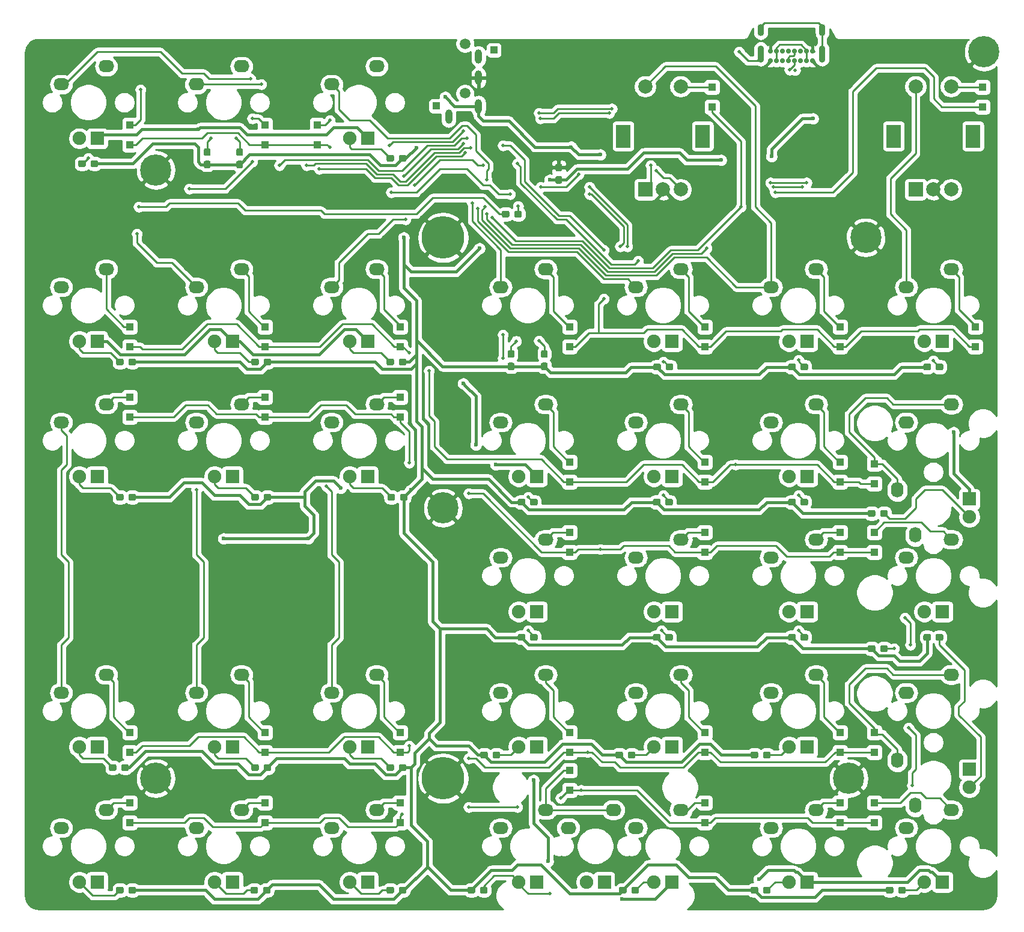
<source format=gbl>
G04 #@! TF.GenerationSoftware,KiCad,Pcbnew,5.1.4*
G04 #@! TF.CreationDate,2019-11-02T22:09:46+09:00*
G04 #@! TF.ProjectId,Navpad,4e617670-6164-42e6-9b69-6361645f7063,rev?*
G04 #@! TF.SameCoordinates,Original*
G04 #@! TF.FileFunction,Copper,L2,Bot*
G04 #@! TF.FilePolarity,Positive*
%FSLAX46Y46*%
G04 Gerber Fmt 4.6, Leading zero omitted, Abs format (unit mm)*
G04 Created by KiCad (PCBNEW 5.1.4) date 2019-11-02 22:09:46*
%MOMM*%
%LPD*%
G04 APERTURE LIST*
%ADD10R,1.905000X1.905000*%
%ADD11C,1.905000*%
%ADD12O,2.200000X1.700000*%
%ADD13R,2.000000X2.000000*%
%ADD14C,2.000000*%
%ADD15R,2.000000X3.200000*%
%ADD16C,0.100000*%
%ADD17C,0.950000*%
%ADD18O,0.900000X1.700000*%
%ADD19O,0.900000X2.400000*%
%ADD20C,0.700000*%
%ADD21R,1.100000X1.100000*%
%ADD22C,6.000000*%
%ADD23C,4.400000*%
%ADD24R,1.000000X1.000000*%
%ADD25O,1.000000X2.000000*%
%ADD26C,1.500000*%
%ADD27O,1.750000X2.200000*%
%ADD28O,2.200000X1.750000*%
%ADD29O,2.220000X1.750000*%
%ADD30C,0.600000*%
%ADD31C,0.500000*%
%ADD32C,0.400000*%
%ADD33C,0.250000*%
%ADD34C,0.254000*%
G04 APERTURE END LIST*
D10*
X173545500Y-114681000D03*
D11*
X171005500Y-114681000D03*
D12*
X168465500Y-107061000D03*
X174815500Y-104521000D03*
D13*
X150725500Y-55188500D03*
D14*
X153225500Y-55188500D03*
X155725500Y-55188500D03*
D15*
X147625500Y-47688500D03*
X158825500Y-47688500D03*
D14*
X150725500Y-40688500D03*
X155725500Y-40688500D03*
D10*
X154495500Y-76581000D03*
D11*
X151955500Y-76581000D03*
D12*
X149415500Y-68961000D03*
X155765500Y-66421000D03*
D10*
X92583000Y-95631000D03*
D11*
X90043000Y-95631000D03*
D12*
X87503000Y-88011000D03*
X93853000Y-85471000D03*
D16*
G36*
X77766779Y-136178144D02*
G01*
X77789834Y-136181563D01*
X77812443Y-136187227D01*
X77834387Y-136195079D01*
X77855457Y-136205044D01*
X77875448Y-136217026D01*
X77894168Y-136230910D01*
X77911438Y-136246562D01*
X77927090Y-136263832D01*
X77940974Y-136282552D01*
X77952956Y-136302543D01*
X77962921Y-136323613D01*
X77970773Y-136345557D01*
X77976437Y-136368166D01*
X77979856Y-136391221D01*
X77981000Y-136414500D01*
X77981000Y-136889500D01*
X77979856Y-136912779D01*
X77976437Y-136935834D01*
X77970773Y-136958443D01*
X77962921Y-136980387D01*
X77952956Y-137001457D01*
X77940974Y-137021448D01*
X77927090Y-137040168D01*
X77911438Y-137057438D01*
X77894168Y-137073090D01*
X77875448Y-137086974D01*
X77855457Y-137098956D01*
X77834387Y-137108921D01*
X77812443Y-137116773D01*
X77789834Y-137122437D01*
X77766779Y-137125856D01*
X77743500Y-137127000D01*
X77168500Y-137127000D01*
X77145221Y-137125856D01*
X77122166Y-137122437D01*
X77099557Y-137116773D01*
X77077613Y-137108921D01*
X77056543Y-137098956D01*
X77036552Y-137086974D01*
X77017832Y-137073090D01*
X77000562Y-137057438D01*
X76984910Y-137040168D01*
X76971026Y-137021448D01*
X76959044Y-137001457D01*
X76949079Y-136980387D01*
X76941227Y-136958443D01*
X76935563Y-136935834D01*
X76932144Y-136912779D01*
X76931000Y-136889500D01*
X76931000Y-136414500D01*
X76932144Y-136391221D01*
X76935563Y-136368166D01*
X76941227Y-136345557D01*
X76949079Y-136323613D01*
X76959044Y-136302543D01*
X76971026Y-136282552D01*
X76984910Y-136263832D01*
X77000562Y-136246562D01*
X77017832Y-136230910D01*
X77036552Y-136217026D01*
X77056543Y-136205044D01*
X77077613Y-136195079D01*
X77099557Y-136187227D01*
X77122166Y-136181563D01*
X77145221Y-136178144D01*
X77168500Y-136177000D01*
X77743500Y-136177000D01*
X77766779Y-136178144D01*
X77766779Y-136178144D01*
G37*
D17*
X77456000Y-136652000D03*
D16*
G36*
X76016779Y-136178144D02*
G01*
X76039834Y-136181563D01*
X76062443Y-136187227D01*
X76084387Y-136195079D01*
X76105457Y-136205044D01*
X76125448Y-136217026D01*
X76144168Y-136230910D01*
X76161438Y-136246562D01*
X76177090Y-136263832D01*
X76190974Y-136282552D01*
X76202956Y-136302543D01*
X76212921Y-136323613D01*
X76220773Y-136345557D01*
X76226437Y-136368166D01*
X76229856Y-136391221D01*
X76231000Y-136414500D01*
X76231000Y-136889500D01*
X76229856Y-136912779D01*
X76226437Y-136935834D01*
X76220773Y-136958443D01*
X76212921Y-136980387D01*
X76202956Y-137001457D01*
X76190974Y-137021448D01*
X76177090Y-137040168D01*
X76161438Y-137057438D01*
X76144168Y-137073090D01*
X76125448Y-137086974D01*
X76105457Y-137098956D01*
X76084387Y-137108921D01*
X76062443Y-137116773D01*
X76039834Y-137122437D01*
X76016779Y-137125856D01*
X75993500Y-137127000D01*
X75418500Y-137127000D01*
X75395221Y-137125856D01*
X75372166Y-137122437D01*
X75349557Y-137116773D01*
X75327613Y-137108921D01*
X75306543Y-137098956D01*
X75286552Y-137086974D01*
X75267832Y-137073090D01*
X75250562Y-137057438D01*
X75234910Y-137040168D01*
X75221026Y-137021448D01*
X75209044Y-137001457D01*
X75199079Y-136980387D01*
X75191227Y-136958443D01*
X75185563Y-136935834D01*
X75182144Y-136912779D01*
X75181000Y-136889500D01*
X75181000Y-136414500D01*
X75182144Y-136391221D01*
X75185563Y-136368166D01*
X75191227Y-136345557D01*
X75199079Y-136323613D01*
X75209044Y-136302543D01*
X75221026Y-136282552D01*
X75234910Y-136263832D01*
X75250562Y-136246562D01*
X75267832Y-136230910D01*
X75286552Y-136217026D01*
X75306543Y-136205044D01*
X75327613Y-136195079D01*
X75349557Y-136187227D01*
X75372166Y-136181563D01*
X75395221Y-136178144D01*
X75418500Y-136177000D01*
X75993500Y-136177000D01*
X76016779Y-136178144D01*
X76016779Y-136178144D01*
G37*
D17*
X75706000Y-136652000D03*
D18*
X167023000Y-32728000D03*
X175673000Y-32728000D03*
D19*
X167023000Y-36108000D03*
X175673000Y-36108000D03*
D20*
X170923000Y-35738000D03*
X168373000Y-35738000D03*
X169223000Y-35738000D03*
X170073000Y-35738000D03*
X174323000Y-35738000D03*
X172623000Y-35738000D03*
X171773000Y-35738000D03*
X173473000Y-35738000D03*
X168373000Y-37088000D03*
X169223000Y-37088000D03*
X170073000Y-37088000D03*
X170923000Y-37088000D03*
X171773000Y-37088000D03*
X172623000Y-37088000D03*
X173473000Y-37088000D03*
X174323000Y-37088000D03*
D13*
X188825500Y-55188500D03*
D14*
X191325500Y-55188500D03*
X193825500Y-55188500D03*
D15*
X185725500Y-47688500D03*
X196925500Y-47688500D03*
D14*
X188825500Y-40688500D03*
X193825500Y-40688500D03*
D16*
G36*
X73448779Y-51088144D02*
G01*
X73471834Y-51091563D01*
X73494443Y-51097227D01*
X73516387Y-51105079D01*
X73537457Y-51115044D01*
X73557448Y-51127026D01*
X73576168Y-51140910D01*
X73593438Y-51156562D01*
X73609090Y-51173832D01*
X73622974Y-51192552D01*
X73634956Y-51212543D01*
X73644921Y-51233613D01*
X73652773Y-51255557D01*
X73658437Y-51278166D01*
X73661856Y-51301221D01*
X73663000Y-51324500D01*
X73663000Y-51799500D01*
X73661856Y-51822779D01*
X73658437Y-51845834D01*
X73652773Y-51868443D01*
X73644921Y-51890387D01*
X73634956Y-51911457D01*
X73622974Y-51931448D01*
X73609090Y-51950168D01*
X73593438Y-51967438D01*
X73576168Y-51983090D01*
X73557448Y-51996974D01*
X73537457Y-52008956D01*
X73516387Y-52018921D01*
X73494443Y-52026773D01*
X73471834Y-52032437D01*
X73448779Y-52035856D01*
X73425500Y-52037000D01*
X72850500Y-52037000D01*
X72827221Y-52035856D01*
X72804166Y-52032437D01*
X72781557Y-52026773D01*
X72759613Y-52018921D01*
X72738543Y-52008956D01*
X72718552Y-51996974D01*
X72699832Y-51983090D01*
X72682562Y-51967438D01*
X72666910Y-51950168D01*
X72653026Y-51931448D01*
X72641044Y-51911457D01*
X72631079Y-51890387D01*
X72623227Y-51868443D01*
X72617563Y-51845834D01*
X72614144Y-51822779D01*
X72613000Y-51799500D01*
X72613000Y-51324500D01*
X72614144Y-51301221D01*
X72617563Y-51278166D01*
X72623227Y-51255557D01*
X72631079Y-51233613D01*
X72641044Y-51212543D01*
X72653026Y-51192552D01*
X72666910Y-51173832D01*
X72682562Y-51156562D01*
X72699832Y-51140910D01*
X72718552Y-51127026D01*
X72738543Y-51115044D01*
X72759613Y-51105079D01*
X72781557Y-51097227D01*
X72804166Y-51091563D01*
X72827221Y-51088144D01*
X72850500Y-51087000D01*
X73425500Y-51087000D01*
X73448779Y-51088144D01*
X73448779Y-51088144D01*
G37*
D17*
X73138000Y-51562000D03*
D16*
G36*
X71698779Y-51088144D02*
G01*
X71721834Y-51091563D01*
X71744443Y-51097227D01*
X71766387Y-51105079D01*
X71787457Y-51115044D01*
X71807448Y-51127026D01*
X71826168Y-51140910D01*
X71843438Y-51156562D01*
X71859090Y-51173832D01*
X71872974Y-51192552D01*
X71884956Y-51212543D01*
X71894921Y-51233613D01*
X71902773Y-51255557D01*
X71908437Y-51278166D01*
X71911856Y-51301221D01*
X71913000Y-51324500D01*
X71913000Y-51799500D01*
X71911856Y-51822779D01*
X71908437Y-51845834D01*
X71902773Y-51868443D01*
X71894921Y-51890387D01*
X71884956Y-51911457D01*
X71872974Y-51931448D01*
X71859090Y-51950168D01*
X71843438Y-51967438D01*
X71826168Y-51983090D01*
X71807448Y-51996974D01*
X71787457Y-52008956D01*
X71766387Y-52018921D01*
X71744443Y-52026773D01*
X71721834Y-52032437D01*
X71698779Y-52035856D01*
X71675500Y-52037000D01*
X71100500Y-52037000D01*
X71077221Y-52035856D01*
X71054166Y-52032437D01*
X71031557Y-52026773D01*
X71009613Y-52018921D01*
X70988543Y-52008956D01*
X70968552Y-51996974D01*
X70949832Y-51983090D01*
X70932562Y-51967438D01*
X70916910Y-51950168D01*
X70903026Y-51931448D01*
X70891044Y-51911457D01*
X70881079Y-51890387D01*
X70873227Y-51868443D01*
X70867563Y-51845834D01*
X70864144Y-51822779D01*
X70863000Y-51799500D01*
X70863000Y-51324500D01*
X70864144Y-51301221D01*
X70867563Y-51278166D01*
X70873227Y-51255557D01*
X70881079Y-51233613D01*
X70891044Y-51212543D01*
X70903026Y-51192552D01*
X70916910Y-51173832D01*
X70932562Y-51156562D01*
X70949832Y-51140910D01*
X70968552Y-51127026D01*
X70988543Y-51115044D01*
X71009613Y-51105079D01*
X71031557Y-51097227D01*
X71054166Y-51091563D01*
X71077221Y-51088144D01*
X71100500Y-51087000D01*
X71675500Y-51087000D01*
X71698779Y-51088144D01*
X71698779Y-51088144D01*
G37*
D17*
X71388000Y-51562000D03*
D16*
G36*
X116882779Y-50326144D02*
G01*
X116905834Y-50329563D01*
X116928443Y-50335227D01*
X116950387Y-50343079D01*
X116971457Y-50353044D01*
X116991448Y-50365026D01*
X117010168Y-50378910D01*
X117027438Y-50394562D01*
X117043090Y-50411832D01*
X117056974Y-50430552D01*
X117068956Y-50450543D01*
X117078921Y-50471613D01*
X117086773Y-50493557D01*
X117092437Y-50516166D01*
X117095856Y-50539221D01*
X117097000Y-50562500D01*
X117097000Y-51037500D01*
X117095856Y-51060779D01*
X117092437Y-51083834D01*
X117086773Y-51106443D01*
X117078921Y-51128387D01*
X117068956Y-51149457D01*
X117056974Y-51169448D01*
X117043090Y-51188168D01*
X117027438Y-51205438D01*
X117010168Y-51221090D01*
X116991448Y-51234974D01*
X116971457Y-51246956D01*
X116950387Y-51256921D01*
X116928443Y-51264773D01*
X116905834Y-51270437D01*
X116882779Y-51273856D01*
X116859500Y-51275000D01*
X116284500Y-51275000D01*
X116261221Y-51273856D01*
X116238166Y-51270437D01*
X116215557Y-51264773D01*
X116193613Y-51256921D01*
X116172543Y-51246956D01*
X116152552Y-51234974D01*
X116133832Y-51221090D01*
X116116562Y-51205438D01*
X116100910Y-51188168D01*
X116087026Y-51169448D01*
X116075044Y-51149457D01*
X116065079Y-51128387D01*
X116057227Y-51106443D01*
X116051563Y-51083834D01*
X116048144Y-51060779D01*
X116047000Y-51037500D01*
X116047000Y-50562500D01*
X116048144Y-50539221D01*
X116051563Y-50516166D01*
X116057227Y-50493557D01*
X116065079Y-50471613D01*
X116075044Y-50450543D01*
X116087026Y-50430552D01*
X116100910Y-50411832D01*
X116116562Y-50394562D01*
X116133832Y-50378910D01*
X116152552Y-50365026D01*
X116172543Y-50353044D01*
X116193613Y-50343079D01*
X116215557Y-50335227D01*
X116238166Y-50329563D01*
X116261221Y-50326144D01*
X116284500Y-50325000D01*
X116859500Y-50325000D01*
X116882779Y-50326144D01*
X116882779Y-50326144D01*
G37*
D17*
X116572000Y-50800000D03*
D16*
G36*
X115132779Y-50326144D02*
G01*
X115155834Y-50329563D01*
X115178443Y-50335227D01*
X115200387Y-50343079D01*
X115221457Y-50353044D01*
X115241448Y-50365026D01*
X115260168Y-50378910D01*
X115277438Y-50394562D01*
X115293090Y-50411832D01*
X115306974Y-50430552D01*
X115318956Y-50450543D01*
X115328921Y-50471613D01*
X115336773Y-50493557D01*
X115342437Y-50516166D01*
X115345856Y-50539221D01*
X115347000Y-50562500D01*
X115347000Y-51037500D01*
X115345856Y-51060779D01*
X115342437Y-51083834D01*
X115336773Y-51106443D01*
X115328921Y-51128387D01*
X115318956Y-51149457D01*
X115306974Y-51169448D01*
X115293090Y-51188168D01*
X115277438Y-51205438D01*
X115260168Y-51221090D01*
X115241448Y-51234974D01*
X115221457Y-51246956D01*
X115200387Y-51256921D01*
X115178443Y-51264773D01*
X115155834Y-51270437D01*
X115132779Y-51273856D01*
X115109500Y-51275000D01*
X114534500Y-51275000D01*
X114511221Y-51273856D01*
X114488166Y-51270437D01*
X114465557Y-51264773D01*
X114443613Y-51256921D01*
X114422543Y-51246956D01*
X114402552Y-51234974D01*
X114383832Y-51221090D01*
X114366562Y-51205438D01*
X114350910Y-51188168D01*
X114337026Y-51169448D01*
X114325044Y-51149457D01*
X114315079Y-51128387D01*
X114307227Y-51106443D01*
X114301563Y-51083834D01*
X114298144Y-51060779D01*
X114297000Y-51037500D01*
X114297000Y-50562500D01*
X114298144Y-50539221D01*
X114301563Y-50516166D01*
X114307227Y-50493557D01*
X114315079Y-50471613D01*
X114325044Y-50450543D01*
X114337026Y-50430552D01*
X114350910Y-50411832D01*
X114366562Y-50394562D01*
X114383832Y-50378910D01*
X114402552Y-50365026D01*
X114422543Y-50353044D01*
X114443613Y-50343079D01*
X114465557Y-50335227D01*
X114488166Y-50329563D01*
X114511221Y-50326144D01*
X114534500Y-50325000D01*
X115109500Y-50325000D01*
X115132779Y-50326144D01*
X115132779Y-50326144D01*
G37*
D17*
X114822000Y-50800000D03*
D16*
G36*
X152724779Y-79726644D02*
G01*
X152747834Y-79730063D01*
X152770443Y-79735727D01*
X152792387Y-79743579D01*
X152813457Y-79753544D01*
X152833448Y-79765526D01*
X152852168Y-79779410D01*
X152869438Y-79795062D01*
X152885090Y-79812332D01*
X152898974Y-79831052D01*
X152910956Y-79851043D01*
X152920921Y-79872113D01*
X152928773Y-79894057D01*
X152934437Y-79916666D01*
X152937856Y-79939721D01*
X152939000Y-79963000D01*
X152939000Y-80438000D01*
X152937856Y-80461279D01*
X152934437Y-80484334D01*
X152928773Y-80506943D01*
X152920921Y-80528887D01*
X152910956Y-80549957D01*
X152898974Y-80569948D01*
X152885090Y-80588668D01*
X152869438Y-80605938D01*
X152852168Y-80621590D01*
X152833448Y-80635474D01*
X152813457Y-80647456D01*
X152792387Y-80657421D01*
X152770443Y-80665273D01*
X152747834Y-80670937D01*
X152724779Y-80674356D01*
X152701500Y-80675500D01*
X152126500Y-80675500D01*
X152103221Y-80674356D01*
X152080166Y-80670937D01*
X152057557Y-80665273D01*
X152035613Y-80657421D01*
X152014543Y-80647456D01*
X151994552Y-80635474D01*
X151975832Y-80621590D01*
X151958562Y-80605938D01*
X151942910Y-80588668D01*
X151929026Y-80569948D01*
X151917044Y-80549957D01*
X151907079Y-80528887D01*
X151899227Y-80506943D01*
X151893563Y-80484334D01*
X151890144Y-80461279D01*
X151889000Y-80438000D01*
X151889000Y-79963000D01*
X151890144Y-79939721D01*
X151893563Y-79916666D01*
X151899227Y-79894057D01*
X151907079Y-79872113D01*
X151917044Y-79851043D01*
X151929026Y-79831052D01*
X151942910Y-79812332D01*
X151958562Y-79795062D01*
X151975832Y-79779410D01*
X151994552Y-79765526D01*
X152014543Y-79753544D01*
X152035613Y-79743579D01*
X152057557Y-79735727D01*
X152080166Y-79730063D01*
X152103221Y-79726644D01*
X152126500Y-79725500D01*
X152701500Y-79725500D01*
X152724779Y-79726644D01*
X152724779Y-79726644D01*
G37*
D17*
X152414000Y-80200500D03*
D16*
G36*
X154474779Y-79726644D02*
G01*
X154497834Y-79730063D01*
X154520443Y-79735727D01*
X154542387Y-79743579D01*
X154563457Y-79753544D01*
X154583448Y-79765526D01*
X154602168Y-79779410D01*
X154619438Y-79795062D01*
X154635090Y-79812332D01*
X154648974Y-79831052D01*
X154660956Y-79851043D01*
X154670921Y-79872113D01*
X154678773Y-79894057D01*
X154684437Y-79916666D01*
X154687856Y-79939721D01*
X154689000Y-79963000D01*
X154689000Y-80438000D01*
X154687856Y-80461279D01*
X154684437Y-80484334D01*
X154678773Y-80506943D01*
X154670921Y-80528887D01*
X154660956Y-80549957D01*
X154648974Y-80569948D01*
X154635090Y-80588668D01*
X154619438Y-80605938D01*
X154602168Y-80621590D01*
X154583448Y-80635474D01*
X154563457Y-80647456D01*
X154542387Y-80657421D01*
X154520443Y-80665273D01*
X154497834Y-80670937D01*
X154474779Y-80674356D01*
X154451500Y-80675500D01*
X153876500Y-80675500D01*
X153853221Y-80674356D01*
X153830166Y-80670937D01*
X153807557Y-80665273D01*
X153785613Y-80657421D01*
X153764543Y-80647456D01*
X153744552Y-80635474D01*
X153725832Y-80621590D01*
X153708562Y-80605938D01*
X153692910Y-80588668D01*
X153679026Y-80569948D01*
X153667044Y-80549957D01*
X153657079Y-80528887D01*
X153649227Y-80506943D01*
X153643563Y-80484334D01*
X153640144Y-80461279D01*
X153639000Y-80438000D01*
X153639000Y-79963000D01*
X153640144Y-79939721D01*
X153643563Y-79916666D01*
X153649227Y-79894057D01*
X153657079Y-79872113D01*
X153667044Y-79851043D01*
X153679026Y-79831052D01*
X153692910Y-79812332D01*
X153708562Y-79795062D01*
X153725832Y-79779410D01*
X153744552Y-79765526D01*
X153764543Y-79753544D01*
X153785613Y-79743579D01*
X153807557Y-79735727D01*
X153830166Y-79730063D01*
X153853221Y-79726644D01*
X153876500Y-79725500D01*
X154451500Y-79725500D01*
X154474779Y-79726644D01*
X154474779Y-79726644D01*
G37*
D17*
X154164000Y-80200500D03*
D16*
G36*
X171711279Y-79726644D02*
G01*
X171734334Y-79730063D01*
X171756943Y-79735727D01*
X171778887Y-79743579D01*
X171799957Y-79753544D01*
X171819948Y-79765526D01*
X171838668Y-79779410D01*
X171855938Y-79795062D01*
X171871590Y-79812332D01*
X171885474Y-79831052D01*
X171897456Y-79851043D01*
X171907421Y-79872113D01*
X171915273Y-79894057D01*
X171920937Y-79916666D01*
X171924356Y-79939721D01*
X171925500Y-79963000D01*
X171925500Y-80438000D01*
X171924356Y-80461279D01*
X171920937Y-80484334D01*
X171915273Y-80506943D01*
X171907421Y-80528887D01*
X171897456Y-80549957D01*
X171885474Y-80569948D01*
X171871590Y-80588668D01*
X171855938Y-80605938D01*
X171838668Y-80621590D01*
X171819948Y-80635474D01*
X171799957Y-80647456D01*
X171778887Y-80657421D01*
X171756943Y-80665273D01*
X171734334Y-80670937D01*
X171711279Y-80674356D01*
X171688000Y-80675500D01*
X171113000Y-80675500D01*
X171089721Y-80674356D01*
X171066666Y-80670937D01*
X171044057Y-80665273D01*
X171022113Y-80657421D01*
X171001043Y-80647456D01*
X170981052Y-80635474D01*
X170962332Y-80621590D01*
X170945062Y-80605938D01*
X170929410Y-80588668D01*
X170915526Y-80569948D01*
X170903544Y-80549957D01*
X170893579Y-80528887D01*
X170885727Y-80506943D01*
X170880063Y-80484334D01*
X170876644Y-80461279D01*
X170875500Y-80438000D01*
X170875500Y-79963000D01*
X170876644Y-79939721D01*
X170880063Y-79916666D01*
X170885727Y-79894057D01*
X170893579Y-79872113D01*
X170903544Y-79851043D01*
X170915526Y-79831052D01*
X170929410Y-79812332D01*
X170945062Y-79795062D01*
X170962332Y-79779410D01*
X170981052Y-79765526D01*
X171001043Y-79753544D01*
X171022113Y-79743579D01*
X171044057Y-79735727D01*
X171066666Y-79730063D01*
X171089721Y-79726644D01*
X171113000Y-79725500D01*
X171688000Y-79725500D01*
X171711279Y-79726644D01*
X171711279Y-79726644D01*
G37*
D17*
X171400500Y-80200500D03*
D16*
G36*
X173461279Y-79726644D02*
G01*
X173484334Y-79730063D01*
X173506943Y-79735727D01*
X173528887Y-79743579D01*
X173549957Y-79753544D01*
X173569948Y-79765526D01*
X173588668Y-79779410D01*
X173605938Y-79795062D01*
X173621590Y-79812332D01*
X173635474Y-79831052D01*
X173647456Y-79851043D01*
X173657421Y-79872113D01*
X173665273Y-79894057D01*
X173670937Y-79916666D01*
X173674356Y-79939721D01*
X173675500Y-79963000D01*
X173675500Y-80438000D01*
X173674356Y-80461279D01*
X173670937Y-80484334D01*
X173665273Y-80506943D01*
X173657421Y-80528887D01*
X173647456Y-80549957D01*
X173635474Y-80569948D01*
X173621590Y-80588668D01*
X173605938Y-80605938D01*
X173588668Y-80621590D01*
X173569948Y-80635474D01*
X173549957Y-80647456D01*
X173528887Y-80657421D01*
X173506943Y-80665273D01*
X173484334Y-80670937D01*
X173461279Y-80674356D01*
X173438000Y-80675500D01*
X172863000Y-80675500D01*
X172839721Y-80674356D01*
X172816666Y-80670937D01*
X172794057Y-80665273D01*
X172772113Y-80657421D01*
X172751043Y-80647456D01*
X172731052Y-80635474D01*
X172712332Y-80621590D01*
X172695062Y-80605938D01*
X172679410Y-80588668D01*
X172665526Y-80569948D01*
X172653544Y-80549957D01*
X172643579Y-80528887D01*
X172635727Y-80506943D01*
X172630063Y-80484334D01*
X172626644Y-80461279D01*
X172625500Y-80438000D01*
X172625500Y-79963000D01*
X172626644Y-79939721D01*
X172630063Y-79916666D01*
X172635727Y-79894057D01*
X172643579Y-79872113D01*
X172653544Y-79851043D01*
X172665526Y-79831052D01*
X172679410Y-79812332D01*
X172695062Y-79795062D01*
X172712332Y-79779410D01*
X172731052Y-79765526D01*
X172751043Y-79753544D01*
X172772113Y-79743579D01*
X172794057Y-79735727D01*
X172816666Y-79730063D01*
X172839721Y-79726644D01*
X172863000Y-79725500D01*
X173438000Y-79725500D01*
X173461279Y-79726644D01*
X173461279Y-79726644D01*
G37*
D17*
X173150500Y-80200500D03*
D16*
G36*
X190761279Y-79726644D02*
G01*
X190784334Y-79730063D01*
X190806943Y-79735727D01*
X190828887Y-79743579D01*
X190849957Y-79753544D01*
X190869948Y-79765526D01*
X190888668Y-79779410D01*
X190905938Y-79795062D01*
X190921590Y-79812332D01*
X190935474Y-79831052D01*
X190947456Y-79851043D01*
X190957421Y-79872113D01*
X190965273Y-79894057D01*
X190970937Y-79916666D01*
X190974356Y-79939721D01*
X190975500Y-79963000D01*
X190975500Y-80438000D01*
X190974356Y-80461279D01*
X190970937Y-80484334D01*
X190965273Y-80506943D01*
X190957421Y-80528887D01*
X190947456Y-80549957D01*
X190935474Y-80569948D01*
X190921590Y-80588668D01*
X190905938Y-80605938D01*
X190888668Y-80621590D01*
X190869948Y-80635474D01*
X190849957Y-80647456D01*
X190828887Y-80657421D01*
X190806943Y-80665273D01*
X190784334Y-80670937D01*
X190761279Y-80674356D01*
X190738000Y-80675500D01*
X190163000Y-80675500D01*
X190139721Y-80674356D01*
X190116666Y-80670937D01*
X190094057Y-80665273D01*
X190072113Y-80657421D01*
X190051043Y-80647456D01*
X190031052Y-80635474D01*
X190012332Y-80621590D01*
X189995062Y-80605938D01*
X189979410Y-80588668D01*
X189965526Y-80569948D01*
X189953544Y-80549957D01*
X189943579Y-80528887D01*
X189935727Y-80506943D01*
X189930063Y-80484334D01*
X189926644Y-80461279D01*
X189925500Y-80438000D01*
X189925500Y-79963000D01*
X189926644Y-79939721D01*
X189930063Y-79916666D01*
X189935727Y-79894057D01*
X189943579Y-79872113D01*
X189953544Y-79851043D01*
X189965526Y-79831052D01*
X189979410Y-79812332D01*
X189995062Y-79795062D01*
X190012332Y-79779410D01*
X190031052Y-79765526D01*
X190051043Y-79753544D01*
X190072113Y-79743579D01*
X190094057Y-79735727D01*
X190116666Y-79730063D01*
X190139721Y-79726644D01*
X190163000Y-79725500D01*
X190738000Y-79725500D01*
X190761279Y-79726644D01*
X190761279Y-79726644D01*
G37*
D17*
X190450500Y-80200500D03*
D16*
G36*
X192511279Y-79726644D02*
G01*
X192534334Y-79730063D01*
X192556943Y-79735727D01*
X192578887Y-79743579D01*
X192599957Y-79753544D01*
X192619948Y-79765526D01*
X192638668Y-79779410D01*
X192655938Y-79795062D01*
X192671590Y-79812332D01*
X192685474Y-79831052D01*
X192697456Y-79851043D01*
X192707421Y-79872113D01*
X192715273Y-79894057D01*
X192720937Y-79916666D01*
X192724356Y-79939721D01*
X192725500Y-79963000D01*
X192725500Y-80438000D01*
X192724356Y-80461279D01*
X192720937Y-80484334D01*
X192715273Y-80506943D01*
X192707421Y-80528887D01*
X192697456Y-80549957D01*
X192685474Y-80569948D01*
X192671590Y-80588668D01*
X192655938Y-80605938D01*
X192638668Y-80621590D01*
X192619948Y-80635474D01*
X192599957Y-80647456D01*
X192578887Y-80657421D01*
X192556943Y-80665273D01*
X192534334Y-80670937D01*
X192511279Y-80674356D01*
X192488000Y-80675500D01*
X191913000Y-80675500D01*
X191889721Y-80674356D01*
X191866666Y-80670937D01*
X191844057Y-80665273D01*
X191822113Y-80657421D01*
X191801043Y-80647456D01*
X191781052Y-80635474D01*
X191762332Y-80621590D01*
X191745062Y-80605938D01*
X191729410Y-80588668D01*
X191715526Y-80569948D01*
X191703544Y-80549957D01*
X191693579Y-80528887D01*
X191685727Y-80506943D01*
X191680063Y-80484334D01*
X191676644Y-80461279D01*
X191675500Y-80438000D01*
X191675500Y-79963000D01*
X191676644Y-79939721D01*
X191680063Y-79916666D01*
X191685727Y-79894057D01*
X191693579Y-79872113D01*
X191703544Y-79851043D01*
X191715526Y-79831052D01*
X191729410Y-79812332D01*
X191745062Y-79795062D01*
X191762332Y-79779410D01*
X191781052Y-79765526D01*
X191801043Y-79753544D01*
X191822113Y-79743579D01*
X191844057Y-79735727D01*
X191866666Y-79730063D01*
X191889721Y-79726644D01*
X191913000Y-79725500D01*
X192488000Y-79725500D01*
X192511279Y-79726644D01*
X192511279Y-79726644D01*
G37*
D17*
X192200500Y-80200500D03*
D16*
G36*
X182950779Y-100364144D02*
G01*
X182973834Y-100367563D01*
X182996443Y-100373227D01*
X183018387Y-100381079D01*
X183039457Y-100391044D01*
X183059448Y-100403026D01*
X183078168Y-100416910D01*
X183095438Y-100432562D01*
X183111090Y-100449832D01*
X183124974Y-100468552D01*
X183136956Y-100488543D01*
X183146921Y-100509613D01*
X183154773Y-100531557D01*
X183160437Y-100554166D01*
X183163856Y-100577221D01*
X183165000Y-100600500D01*
X183165000Y-101075500D01*
X183163856Y-101098779D01*
X183160437Y-101121834D01*
X183154773Y-101144443D01*
X183146921Y-101166387D01*
X183136956Y-101187457D01*
X183124974Y-101207448D01*
X183111090Y-101226168D01*
X183095438Y-101243438D01*
X183078168Y-101259090D01*
X183059448Y-101272974D01*
X183039457Y-101284956D01*
X183018387Y-101294921D01*
X182996443Y-101302773D01*
X182973834Y-101308437D01*
X182950779Y-101311856D01*
X182927500Y-101313000D01*
X182352500Y-101313000D01*
X182329221Y-101311856D01*
X182306166Y-101308437D01*
X182283557Y-101302773D01*
X182261613Y-101294921D01*
X182240543Y-101284956D01*
X182220552Y-101272974D01*
X182201832Y-101259090D01*
X182184562Y-101243438D01*
X182168910Y-101226168D01*
X182155026Y-101207448D01*
X182143044Y-101187457D01*
X182133079Y-101166387D01*
X182125227Y-101144443D01*
X182119563Y-101121834D01*
X182116144Y-101098779D01*
X182115000Y-101075500D01*
X182115000Y-100600500D01*
X182116144Y-100577221D01*
X182119563Y-100554166D01*
X182125227Y-100531557D01*
X182133079Y-100509613D01*
X182143044Y-100488543D01*
X182155026Y-100468552D01*
X182168910Y-100449832D01*
X182184562Y-100432562D01*
X182201832Y-100416910D01*
X182220552Y-100403026D01*
X182240543Y-100391044D01*
X182261613Y-100381079D01*
X182283557Y-100373227D01*
X182306166Y-100367563D01*
X182329221Y-100364144D01*
X182352500Y-100363000D01*
X182927500Y-100363000D01*
X182950779Y-100364144D01*
X182950779Y-100364144D01*
G37*
D17*
X182640000Y-100838000D03*
D16*
G36*
X184700779Y-100364144D02*
G01*
X184723834Y-100367563D01*
X184746443Y-100373227D01*
X184768387Y-100381079D01*
X184789457Y-100391044D01*
X184809448Y-100403026D01*
X184828168Y-100416910D01*
X184845438Y-100432562D01*
X184861090Y-100449832D01*
X184874974Y-100468552D01*
X184886956Y-100488543D01*
X184896921Y-100509613D01*
X184904773Y-100531557D01*
X184910437Y-100554166D01*
X184913856Y-100577221D01*
X184915000Y-100600500D01*
X184915000Y-101075500D01*
X184913856Y-101098779D01*
X184910437Y-101121834D01*
X184904773Y-101144443D01*
X184896921Y-101166387D01*
X184886956Y-101187457D01*
X184874974Y-101207448D01*
X184861090Y-101226168D01*
X184845438Y-101243438D01*
X184828168Y-101259090D01*
X184809448Y-101272974D01*
X184789457Y-101284956D01*
X184768387Y-101294921D01*
X184746443Y-101302773D01*
X184723834Y-101308437D01*
X184700779Y-101311856D01*
X184677500Y-101313000D01*
X184102500Y-101313000D01*
X184079221Y-101311856D01*
X184056166Y-101308437D01*
X184033557Y-101302773D01*
X184011613Y-101294921D01*
X183990543Y-101284956D01*
X183970552Y-101272974D01*
X183951832Y-101259090D01*
X183934562Y-101243438D01*
X183918910Y-101226168D01*
X183905026Y-101207448D01*
X183893044Y-101187457D01*
X183883079Y-101166387D01*
X183875227Y-101144443D01*
X183869563Y-101121834D01*
X183866144Y-101098779D01*
X183865000Y-101075500D01*
X183865000Y-100600500D01*
X183866144Y-100577221D01*
X183869563Y-100554166D01*
X183875227Y-100531557D01*
X183883079Y-100509613D01*
X183893044Y-100488543D01*
X183905026Y-100468552D01*
X183918910Y-100449832D01*
X183934562Y-100432562D01*
X183951832Y-100416910D01*
X183970552Y-100403026D01*
X183990543Y-100391044D01*
X184011613Y-100381079D01*
X184033557Y-100373227D01*
X184056166Y-100367563D01*
X184079221Y-100364144D01*
X184102500Y-100363000D01*
X184677500Y-100363000D01*
X184700779Y-100364144D01*
X184700779Y-100364144D01*
G37*
D17*
X184390000Y-100838000D03*
D16*
G36*
X78782779Y-79028144D02*
G01*
X78805834Y-79031563D01*
X78828443Y-79037227D01*
X78850387Y-79045079D01*
X78871457Y-79055044D01*
X78891448Y-79067026D01*
X78910168Y-79080910D01*
X78927438Y-79096562D01*
X78943090Y-79113832D01*
X78956974Y-79132552D01*
X78968956Y-79152543D01*
X78978921Y-79173613D01*
X78986773Y-79195557D01*
X78992437Y-79218166D01*
X78995856Y-79241221D01*
X78997000Y-79264500D01*
X78997000Y-79739500D01*
X78995856Y-79762779D01*
X78992437Y-79785834D01*
X78986773Y-79808443D01*
X78978921Y-79830387D01*
X78968956Y-79851457D01*
X78956974Y-79871448D01*
X78943090Y-79890168D01*
X78927438Y-79907438D01*
X78910168Y-79923090D01*
X78891448Y-79936974D01*
X78871457Y-79948956D01*
X78850387Y-79958921D01*
X78828443Y-79966773D01*
X78805834Y-79972437D01*
X78782779Y-79975856D01*
X78759500Y-79977000D01*
X78184500Y-79977000D01*
X78161221Y-79975856D01*
X78138166Y-79972437D01*
X78115557Y-79966773D01*
X78093613Y-79958921D01*
X78072543Y-79948956D01*
X78052552Y-79936974D01*
X78033832Y-79923090D01*
X78016562Y-79907438D01*
X78000910Y-79890168D01*
X77987026Y-79871448D01*
X77975044Y-79851457D01*
X77965079Y-79830387D01*
X77957227Y-79808443D01*
X77951563Y-79785834D01*
X77948144Y-79762779D01*
X77947000Y-79739500D01*
X77947000Y-79264500D01*
X77948144Y-79241221D01*
X77951563Y-79218166D01*
X77957227Y-79195557D01*
X77965079Y-79173613D01*
X77975044Y-79152543D01*
X77987026Y-79132552D01*
X78000910Y-79113832D01*
X78016562Y-79096562D01*
X78033832Y-79080910D01*
X78052552Y-79067026D01*
X78072543Y-79055044D01*
X78093613Y-79045079D01*
X78115557Y-79037227D01*
X78138166Y-79031563D01*
X78161221Y-79028144D01*
X78184500Y-79027000D01*
X78759500Y-79027000D01*
X78782779Y-79028144D01*
X78782779Y-79028144D01*
G37*
D17*
X78472000Y-79502000D03*
D16*
G36*
X77032779Y-79028144D02*
G01*
X77055834Y-79031563D01*
X77078443Y-79037227D01*
X77100387Y-79045079D01*
X77121457Y-79055044D01*
X77141448Y-79067026D01*
X77160168Y-79080910D01*
X77177438Y-79096562D01*
X77193090Y-79113832D01*
X77206974Y-79132552D01*
X77218956Y-79152543D01*
X77228921Y-79173613D01*
X77236773Y-79195557D01*
X77242437Y-79218166D01*
X77245856Y-79241221D01*
X77247000Y-79264500D01*
X77247000Y-79739500D01*
X77245856Y-79762779D01*
X77242437Y-79785834D01*
X77236773Y-79808443D01*
X77228921Y-79830387D01*
X77218956Y-79851457D01*
X77206974Y-79871448D01*
X77193090Y-79890168D01*
X77177438Y-79907438D01*
X77160168Y-79923090D01*
X77141448Y-79936974D01*
X77121457Y-79948956D01*
X77100387Y-79958921D01*
X77078443Y-79966773D01*
X77055834Y-79972437D01*
X77032779Y-79975856D01*
X77009500Y-79977000D01*
X76434500Y-79977000D01*
X76411221Y-79975856D01*
X76388166Y-79972437D01*
X76365557Y-79966773D01*
X76343613Y-79958921D01*
X76322543Y-79948956D01*
X76302552Y-79936974D01*
X76283832Y-79923090D01*
X76266562Y-79907438D01*
X76250910Y-79890168D01*
X76237026Y-79871448D01*
X76225044Y-79851457D01*
X76215079Y-79830387D01*
X76207227Y-79808443D01*
X76201563Y-79785834D01*
X76198144Y-79762779D01*
X76197000Y-79739500D01*
X76197000Y-79264500D01*
X76198144Y-79241221D01*
X76201563Y-79218166D01*
X76207227Y-79195557D01*
X76215079Y-79173613D01*
X76225044Y-79152543D01*
X76237026Y-79132552D01*
X76250910Y-79113832D01*
X76266562Y-79096562D01*
X76283832Y-79080910D01*
X76302552Y-79067026D01*
X76322543Y-79055044D01*
X76343613Y-79045079D01*
X76365557Y-79037227D01*
X76388166Y-79031563D01*
X76411221Y-79028144D01*
X76434500Y-79027000D01*
X77009500Y-79027000D01*
X77032779Y-79028144D01*
X77032779Y-79028144D01*
G37*
D17*
X76722000Y-79502000D03*
D16*
G36*
X97832779Y-79028144D02*
G01*
X97855834Y-79031563D01*
X97878443Y-79037227D01*
X97900387Y-79045079D01*
X97921457Y-79055044D01*
X97941448Y-79067026D01*
X97960168Y-79080910D01*
X97977438Y-79096562D01*
X97993090Y-79113832D01*
X98006974Y-79132552D01*
X98018956Y-79152543D01*
X98028921Y-79173613D01*
X98036773Y-79195557D01*
X98042437Y-79218166D01*
X98045856Y-79241221D01*
X98047000Y-79264500D01*
X98047000Y-79739500D01*
X98045856Y-79762779D01*
X98042437Y-79785834D01*
X98036773Y-79808443D01*
X98028921Y-79830387D01*
X98018956Y-79851457D01*
X98006974Y-79871448D01*
X97993090Y-79890168D01*
X97977438Y-79907438D01*
X97960168Y-79923090D01*
X97941448Y-79936974D01*
X97921457Y-79948956D01*
X97900387Y-79958921D01*
X97878443Y-79966773D01*
X97855834Y-79972437D01*
X97832779Y-79975856D01*
X97809500Y-79977000D01*
X97234500Y-79977000D01*
X97211221Y-79975856D01*
X97188166Y-79972437D01*
X97165557Y-79966773D01*
X97143613Y-79958921D01*
X97122543Y-79948956D01*
X97102552Y-79936974D01*
X97083832Y-79923090D01*
X97066562Y-79907438D01*
X97050910Y-79890168D01*
X97037026Y-79871448D01*
X97025044Y-79851457D01*
X97015079Y-79830387D01*
X97007227Y-79808443D01*
X97001563Y-79785834D01*
X96998144Y-79762779D01*
X96997000Y-79739500D01*
X96997000Y-79264500D01*
X96998144Y-79241221D01*
X97001563Y-79218166D01*
X97007227Y-79195557D01*
X97015079Y-79173613D01*
X97025044Y-79152543D01*
X97037026Y-79132552D01*
X97050910Y-79113832D01*
X97066562Y-79096562D01*
X97083832Y-79080910D01*
X97102552Y-79067026D01*
X97122543Y-79055044D01*
X97143613Y-79045079D01*
X97165557Y-79037227D01*
X97188166Y-79031563D01*
X97211221Y-79028144D01*
X97234500Y-79027000D01*
X97809500Y-79027000D01*
X97832779Y-79028144D01*
X97832779Y-79028144D01*
G37*
D17*
X97522000Y-79502000D03*
D16*
G36*
X96082779Y-79028144D02*
G01*
X96105834Y-79031563D01*
X96128443Y-79037227D01*
X96150387Y-79045079D01*
X96171457Y-79055044D01*
X96191448Y-79067026D01*
X96210168Y-79080910D01*
X96227438Y-79096562D01*
X96243090Y-79113832D01*
X96256974Y-79132552D01*
X96268956Y-79152543D01*
X96278921Y-79173613D01*
X96286773Y-79195557D01*
X96292437Y-79218166D01*
X96295856Y-79241221D01*
X96297000Y-79264500D01*
X96297000Y-79739500D01*
X96295856Y-79762779D01*
X96292437Y-79785834D01*
X96286773Y-79808443D01*
X96278921Y-79830387D01*
X96268956Y-79851457D01*
X96256974Y-79871448D01*
X96243090Y-79890168D01*
X96227438Y-79907438D01*
X96210168Y-79923090D01*
X96191448Y-79936974D01*
X96171457Y-79948956D01*
X96150387Y-79958921D01*
X96128443Y-79966773D01*
X96105834Y-79972437D01*
X96082779Y-79975856D01*
X96059500Y-79977000D01*
X95484500Y-79977000D01*
X95461221Y-79975856D01*
X95438166Y-79972437D01*
X95415557Y-79966773D01*
X95393613Y-79958921D01*
X95372543Y-79948956D01*
X95352552Y-79936974D01*
X95333832Y-79923090D01*
X95316562Y-79907438D01*
X95300910Y-79890168D01*
X95287026Y-79871448D01*
X95275044Y-79851457D01*
X95265079Y-79830387D01*
X95257227Y-79808443D01*
X95251563Y-79785834D01*
X95248144Y-79762779D01*
X95247000Y-79739500D01*
X95247000Y-79264500D01*
X95248144Y-79241221D01*
X95251563Y-79218166D01*
X95257227Y-79195557D01*
X95265079Y-79173613D01*
X95275044Y-79152543D01*
X95287026Y-79132552D01*
X95300910Y-79113832D01*
X95316562Y-79096562D01*
X95333832Y-79080910D01*
X95352552Y-79067026D01*
X95372543Y-79055044D01*
X95393613Y-79045079D01*
X95415557Y-79037227D01*
X95438166Y-79031563D01*
X95461221Y-79028144D01*
X95484500Y-79027000D01*
X96059500Y-79027000D01*
X96082779Y-79028144D01*
X96082779Y-79028144D01*
G37*
D17*
X95772000Y-79502000D03*
D16*
G36*
X116882779Y-79028144D02*
G01*
X116905834Y-79031563D01*
X116928443Y-79037227D01*
X116950387Y-79045079D01*
X116971457Y-79055044D01*
X116991448Y-79067026D01*
X117010168Y-79080910D01*
X117027438Y-79096562D01*
X117043090Y-79113832D01*
X117056974Y-79132552D01*
X117068956Y-79152543D01*
X117078921Y-79173613D01*
X117086773Y-79195557D01*
X117092437Y-79218166D01*
X117095856Y-79241221D01*
X117097000Y-79264500D01*
X117097000Y-79739500D01*
X117095856Y-79762779D01*
X117092437Y-79785834D01*
X117086773Y-79808443D01*
X117078921Y-79830387D01*
X117068956Y-79851457D01*
X117056974Y-79871448D01*
X117043090Y-79890168D01*
X117027438Y-79907438D01*
X117010168Y-79923090D01*
X116991448Y-79936974D01*
X116971457Y-79948956D01*
X116950387Y-79958921D01*
X116928443Y-79966773D01*
X116905834Y-79972437D01*
X116882779Y-79975856D01*
X116859500Y-79977000D01*
X116284500Y-79977000D01*
X116261221Y-79975856D01*
X116238166Y-79972437D01*
X116215557Y-79966773D01*
X116193613Y-79958921D01*
X116172543Y-79948956D01*
X116152552Y-79936974D01*
X116133832Y-79923090D01*
X116116562Y-79907438D01*
X116100910Y-79890168D01*
X116087026Y-79871448D01*
X116075044Y-79851457D01*
X116065079Y-79830387D01*
X116057227Y-79808443D01*
X116051563Y-79785834D01*
X116048144Y-79762779D01*
X116047000Y-79739500D01*
X116047000Y-79264500D01*
X116048144Y-79241221D01*
X116051563Y-79218166D01*
X116057227Y-79195557D01*
X116065079Y-79173613D01*
X116075044Y-79152543D01*
X116087026Y-79132552D01*
X116100910Y-79113832D01*
X116116562Y-79096562D01*
X116133832Y-79080910D01*
X116152552Y-79067026D01*
X116172543Y-79055044D01*
X116193613Y-79045079D01*
X116215557Y-79037227D01*
X116238166Y-79031563D01*
X116261221Y-79028144D01*
X116284500Y-79027000D01*
X116859500Y-79027000D01*
X116882779Y-79028144D01*
X116882779Y-79028144D01*
G37*
D17*
X116572000Y-79502000D03*
D16*
G36*
X115132779Y-79028144D02*
G01*
X115155834Y-79031563D01*
X115178443Y-79037227D01*
X115200387Y-79045079D01*
X115221457Y-79055044D01*
X115241448Y-79067026D01*
X115260168Y-79080910D01*
X115277438Y-79096562D01*
X115293090Y-79113832D01*
X115306974Y-79132552D01*
X115318956Y-79152543D01*
X115328921Y-79173613D01*
X115336773Y-79195557D01*
X115342437Y-79218166D01*
X115345856Y-79241221D01*
X115347000Y-79264500D01*
X115347000Y-79739500D01*
X115345856Y-79762779D01*
X115342437Y-79785834D01*
X115336773Y-79808443D01*
X115328921Y-79830387D01*
X115318956Y-79851457D01*
X115306974Y-79871448D01*
X115293090Y-79890168D01*
X115277438Y-79907438D01*
X115260168Y-79923090D01*
X115241448Y-79936974D01*
X115221457Y-79948956D01*
X115200387Y-79958921D01*
X115178443Y-79966773D01*
X115155834Y-79972437D01*
X115132779Y-79975856D01*
X115109500Y-79977000D01*
X114534500Y-79977000D01*
X114511221Y-79975856D01*
X114488166Y-79972437D01*
X114465557Y-79966773D01*
X114443613Y-79958921D01*
X114422543Y-79948956D01*
X114402552Y-79936974D01*
X114383832Y-79923090D01*
X114366562Y-79907438D01*
X114350910Y-79890168D01*
X114337026Y-79871448D01*
X114325044Y-79851457D01*
X114315079Y-79830387D01*
X114307227Y-79808443D01*
X114301563Y-79785834D01*
X114298144Y-79762779D01*
X114297000Y-79739500D01*
X114297000Y-79264500D01*
X114298144Y-79241221D01*
X114301563Y-79218166D01*
X114307227Y-79195557D01*
X114315079Y-79173613D01*
X114325044Y-79152543D01*
X114337026Y-79132552D01*
X114350910Y-79113832D01*
X114366562Y-79096562D01*
X114383832Y-79080910D01*
X114402552Y-79067026D01*
X114422543Y-79055044D01*
X114443613Y-79045079D01*
X114465557Y-79037227D01*
X114488166Y-79031563D01*
X114511221Y-79028144D01*
X114534500Y-79027000D01*
X115109500Y-79027000D01*
X115132779Y-79028144D01*
X115132779Y-79028144D01*
G37*
D17*
X114822000Y-79502000D03*
D16*
G36*
X133611279Y-98776644D02*
G01*
X133634334Y-98780063D01*
X133656943Y-98785727D01*
X133678887Y-98793579D01*
X133699957Y-98803544D01*
X133719948Y-98815526D01*
X133738668Y-98829410D01*
X133755938Y-98845062D01*
X133771590Y-98862332D01*
X133785474Y-98881052D01*
X133797456Y-98901043D01*
X133807421Y-98922113D01*
X133815273Y-98944057D01*
X133820937Y-98966666D01*
X133824356Y-98989721D01*
X133825500Y-99013000D01*
X133825500Y-99488000D01*
X133824356Y-99511279D01*
X133820937Y-99534334D01*
X133815273Y-99556943D01*
X133807421Y-99578887D01*
X133797456Y-99599957D01*
X133785474Y-99619948D01*
X133771590Y-99638668D01*
X133755938Y-99655938D01*
X133738668Y-99671590D01*
X133719948Y-99685474D01*
X133699957Y-99697456D01*
X133678887Y-99707421D01*
X133656943Y-99715273D01*
X133634334Y-99720937D01*
X133611279Y-99724356D01*
X133588000Y-99725500D01*
X133013000Y-99725500D01*
X132989721Y-99724356D01*
X132966666Y-99720937D01*
X132944057Y-99715273D01*
X132922113Y-99707421D01*
X132901043Y-99697456D01*
X132881052Y-99685474D01*
X132862332Y-99671590D01*
X132845062Y-99655938D01*
X132829410Y-99638668D01*
X132815526Y-99619948D01*
X132803544Y-99599957D01*
X132793579Y-99578887D01*
X132785727Y-99556943D01*
X132780063Y-99534334D01*
X132776644Y-99511279D01*
X132775500Y-99488000D01*
X132775500Y-99013000D01*
X132776644Y-98989721D01*
X132780063Y-98966666D01*
X132785727Y-98944057D01*
X132793579Y-98922113D01*
X132803544Y-98901043D01*
X132815526Y-98881052D01*
X132829410Y-98862332D01*
X132845062Y-98845062D01*
X132862332Y-98829410D01*
X132881052Y-98815526D01*
X132901043Y-98803544D01*
X132922113Y-98793579D01*
X132944057Y-98785727D01*
X132966666Y-98780063D01*
X132989721Y-98776644D01*
X133013000Y-98775500D01*
X133588000Y-98775500D01*
X133611279Y-98776644D01*
X133611279Y-98776644D01*
G37*
D17*
X133300500Y-99250500D03*
D16*
G36*
X135361279Y-98776644D02*
G01*
X135384334Y-98780063D01*
X135406943Y-98785727D01*
X135428887Y-98793579D01*
X135449957Y-98803544D01*
X135469948Y-98815526D01*
X135488668Y-98829410D01*
X135505938Y-98845062D01*
X135521590Y-98862332D01*
X135535474Y-98881052D01*
X135547456Y-98901043D01*
X135557421Y-98922113D01*
X135565273Y-98944057D01*
X135570937Y-98966666D01*
X135574356Y-98989721D01*
X135575500Y-99013000D01*
X135575500Y-99488000D01*
X135574356Y-99511279D01*
X135570937Y-99534334D01*
X135565273Y-99556943D01*
X135557421Y-99578887D01*
X135547456Y-99599957D01*
X135535474Y-99619948D01*
X135521590Y-99638668D01*
X135505938Y-99655938D01*
X135488668Y-99671590D01*
X135469948Y-99685474D01*
X135449957Y-99697456D01*
X135428887Y-99707421D01*
X135406943Y-99715273D01*
X135384334Y-99720937D01*
X135361279Y-99724356D01*
X135338000Y-99725500D01*
X134763000Y-99725500D01*
X134739721Y-99724356D01*
X134716666Y-99720937D01*
X134694057Y-99715273D01*
X134672113Y-99707421D01*
X134651043Y-99697456D01*
X134631052Y-99685474D01*
X134612332Y-99671590D01*
X134595062Y-99655938D01*
X134579410Y-99638668D01*
X134565526Y-99619948D01*
X134553544Y-99599957D01*
X134543579Y-99578887D01*
X134535727Y-99556943D01*
X134530063Y-99534334D01*
X134526644Y-99511279D01*
X134525500Y-99488000D01*
X134525500Y-99013000D01*
X134526644Y-98989721D01*
X134530063Y-98966666D01*
X134535727Y-98944057D01*
X134543579Y-98922113D01*
X134553544Y-98901043D01*
X134565526Y-98881052D01*
X134579410Y-98862332D01*
X134595062Y-98845062D01*
X134612332Y-98829410D01*
X134631052Y-98815526D01*
X134651043Y-98803544D01*
X134672113Y-98793579D01*
X134694057Y-98785727D01*
X134716666Y-98780063D01*
X134739721Y-98776644D01*
X134763000Y-98775500D01*
X135338000Y-98775500D01*
X135361279Y-98776644D01*
X135361279Y-98776644D01*
G37*
D17*
X135050500Y-99250500D03*
D16*
G36*
X152661279Y-98776644D02*
G01*
X152684334Y-98780063D01*
X152706943Y-98785727D01*
X152728887Y-98793579D01*
X152749957Y-98803544D01*
X152769948Y-98815526D01*
X152788668Y-98829410D01*
X152805938Y-98845062D01*
X152821590Y-98862332D01*
X152835474Y-98881052D01*
X152847456Y-98901043D01*
X152857421Y-98922113D01*
X152865273Y-98944057D01*
X152870937Y-98966666D01*
X152874356Y-98989721D01*
X152875500Y-99013000D01*
X152875500Y-99488000D01*
X152874356Y-99511279D01*
X152870937Y-99534334D01*
X152865273Y-99556943D01*
X152857421Y-99578887D01*
X152847456Y-99599957D01*
X152835474Y-99619948D01*
X152821590Y-99638668D01*
X152805938Y-99655938D01*
X152788668Y-99671590D01*
X152769948Y-99685474D01*
X152749957Y-99697456D01*
X152728887Y-99707421D01*
X152706943Y-99715273D01*
X152684334Y-99720937D01*
X152661279Y-99724356D01*
X152638000Y-99725500D01*
X152063000Y-99725500D01*
X152039721Y-99724356D01*
X152016666Y-99720937D01*
X151994057Y-99715273D01*
X151972113Y-99707421D01*
X151951043Y-99697456D01*
X151931052Y-99685474D01*
X151912332Y-99671590D01*
X151895062Y-99655938D01*
X151879410Y-99638668D01*
X151865526Y-99619948D01*
X151853544Y-99599957D01*
X151843579Y-99578887D01*
X151835727Y-99556943D01*
X151830063Y-99534334D01*
X151826644Y-99511279D01*
X151825500Y-99488000D01*
X151825500Y-99013000D01*
X151826644Y-98989721D01*
X151830063Y-98966666D01*
X151835727Y-98944057D01*
X151843579Y-98922113D01*
X151853544Y-98901043D01*
X151865526Y-98881052D01*
X151879410Y-98862332D01*
X151895062Y-98845062D01*
X151912332Y-98829410D01*
X151931052Y-98815526D01*
X151951043Y-98803544D01*
X151972113Y-98793579D01*
X151994057Y-98785727D01*
X152016666Y-98780063D01*
X152039721Y-98776644D01*
X152063000Y-98775500D01*
X152638000Y-98775500D01*
X152661279Y-98776644D01*
X152661279Y-98776644D01*
G37*
D17*
X152350500Y-99250500D03*
D16*
G36*
X154411279Y-98776644D02*
G01*
X154434334Y-98780063D01*
X154456943Y-98785727D01*
X154478887Y-98793579D01*
X154499957Y-98803544D01*
X154519948Y-98815526D01*
X154538668Y-98829410D01*
X154555938Y-98845062D01*
X154571590Y-98862332D01*
X154585474Y-98881052D01*
X154597456Y-98901043D01*
X154607421Y-98922113D01*
X154615273Y-98944057D01*
X154620937Y-98966666D01*
X154624356Y-98989721D01*
X154625500Y-99013000D01*
X154625500Y-99488000D01*
X154624356Y-99511279D01*
X154620937Y-99534334D01*
X154615273Y-99556943D01*
X154607421Y-99578887D01*
X154597456Y-99599957D01*
X154585474Y-99619948D01*
X154571590Y-99638668D01*
X154555938Y-99655938D01*
X154538668Y-99671590D01*
X154519948Y-99685474D01*
X154499957Y-99697456D01*
X154478887Y-99707421D01*
X154456943Y-99715273D01*
X154434334Y-99720937D01*
X154411279Y-99724356D01*
X154388000Y-99725500D01*
X153813000Y-99725500D01*
X153789721Y-99724356D01*
X153766666Y-99720937D01*
X153744057Y-99715273D01*
X153722113Y-99707421D01*
X153701043Y-99697456D01*
X153681052Y-99685474D01*
X153662332Y-99671590D01*
X153645062Y-99655938D01*
X153629410Y-99638668D01*
X153615526Y-99619948D01*
X153603544Y-99599957D01*
X153593579Y-99578887D01*
X153585727Y-99556943D01*
X153580063Y-99534334D01*
X153576644Y-99511279D01*
X153575500Y-99488000D01*
X153575500Y-99013000D01*
X153576644Y-98989721D01*
X153580063Y-98966666D01*
X153585727Y-98944057D01*
X153593579Y-98922113D01*
X153603544Y-98901043D01*
X153615526Y-98881052D01*
X153629410Y-98862332D01*
X153645062Y-98845062D01*
X153662332Y-98829410D01*
X153681052Y-98815526D01*
X153701043Y-98803544D01*
X153722113Y-98793579D01*
X153744057Y-98785727D01*
X153766666Y-98780063D01*
X153789721Y-98776644D01*
X153813000Y-98775500D01*
X154388000Y-98775500D01*
X154411279Y-98776644D01*
X154411279Y-98776644D01*
G37*
D17*
X154100500Y-99250500D03*
D16*
G36*
X171711279Y-98776644D02*
G01*
X171734334Y-98780063D01*
X171756943Y-98785727D01*
X171778887Y-98793579D01*
X171799957Y-98803544D01*
X171819948Y-98815526D01*
X171838668Y-98829410D01*
X171855938Y-98845062D01*
X171871590Y-98862332D01*
X171885474Y-98881052D01*
X171897456Y-98901043D01*
X171907421Y-98922113D01*
X171915273Y-98944057D01*
X171920937Y-98966666D01*
X171924356Y-98989721D01*
X171925500Y-99013000D01*
X171925500Y-99488000D01*
X171924356Y-99511279D01*
X171920937Y-99534334D01*
X171915273Y-99556943D01*
X171907421Y-99578887D01*
X171897456Y-99599957D01*
X171885474Y-99619948D01*
X171871590Y-99638668D01*
X171855938Y-99655938D01*
X171838668Y-99671590D01*
X171819948Y-99685474D01*
X171799957Y-99697456D01*
X171778887Y-99707421D01*
X171756943Y-99715273D01*
X171734334Y-99720937D01*
X171711279Y-99724356D01*
X171688000Y-99725500D01*
X171113000Y-99725500D01*
X171089721Y-99724356D01*
X171066666Y-99720937D01*
X171044057Y-99715273D01*
X171022113Y-99707421D01*
X171001043Y-99697456D01*
X170981052Y-99685474D01*
X170962332Y-99671590D01*
X170945062Y-99655938D01*
X170929410Y-99638668D01*
X170915526Y-99619948D01*
X170903544Y-99599957D01*
X170893579Y-99578887D01*
X170885727Y-99556943D01*
X170880063Y-99534334D01*
X170876644Y-99511279D01*
X170875500Y-99488000D01*
X170875500Y-99013000D01*
X170876644Y-98989721D01*
X170880063Y-98966666D01*
X170885727Y-98944057D01*
X170893579Y-98922113D01*
X170903544Y-98901043D01*
X170915526Y-98881052D01*
X170929410Y-98862332D01*
X170945062Y-98845062D01*
X170962332Y-98829410D01*
X170981052Y-98815526D01*
X171001043Y-98803544D01*
X171022113Y-98793579D01*
X171044057Y-98785727D01*
X171066666Y-98780063D01*
X171089721Y-98776644D01*
X171113000Y-98775500D01*
X171688000Y-98775500D01*
X171711279Y-98776644D01*
X171711279Y-98776644D01*
G37*
D17*
X171400500Y-99250500D03*
D16*
G36*
X173461279Y-98776644D02*
G01*
X173484334Y-98780063D01*
X173506943Y-98785727D01*
X173528887Y-98793579D01*
X173549957Y-98803544D01*
X173569948Y-98815526D01*
X173588668Y-98829410D01*
X173605938Y-98845062D01*
X173621590Y-98862332D01*
X173635474Y-98881052D01*
X173647456Y-98901043D01*
X173657421Y-98922113D01*
X173665273Y-98944057D01*
X173670937Y-98966666D01*
X173674356Y-98989721D01*
X173675500Y-99013000D01*
X173675500Y-99488000D01*
X173674356Y-99511279D01*
X173670937Y-99534334D01*
X173665273Y-99556943D01*
X173657421Y-99578887D01*
X173647456Y-99599957D01*
X173635474Y-99619948D01*
X173621590Y-99638668D01*
X173605938Y-99655938D01*
X173588668Y-99671590D01*
X173569948Y-99685474D01*
X173549957Y-99697456D01*
X173528887Y-99707421D01*
X173506943Y-99715273D01*
X173484334Y-99720937D01*
X173461279Y-99724356D01*
X173438000Y-99725500D01*
X172863000Y-99725500D01*
X172839721Y-99724356D01*
X172816666Y-99720937D01*
X172794057Y-99715273D01*
X172772113Y-99707421D01*
X172751043Y-99697456D01*
X172731052Y-99685474D01*
X172712332Y-99671590D01*
X172695062Y-99655938D01*
X172679410Y-99638668D01*
X172665526Y-99619948D01*
X172653544Y-99599957D01*
X172643579Y-99578887D01*
X172635727Y-99556943D01*
X172630063Y-99534334D01*
X172626644Y-99511279D01*
X172625500Y-99488000D01*
X172625500Y-99013000D01*
X172626644Y-98989721D01*
X172630063Y-98966666D01*
X172635727Y-98944057D01*
X172643579Y-98922113D01*
X172653544Y-98901043D01*
X172665526Y-98881052D01*
X172679410Y-98862332D01*
X172695062Y-98845062D01*
X172712332Y-98829410D01*
X172731052Y-98815526D01*
X172751043Y-98803544D01*
X172772113Y-98793579D01*
X172794057Y-98785727D01*
X172816666Y-98780063D01*
X172839721Y-98776644D01*
X172863000Y-98775500D01*
X173438000Y-98775500D01*
X173461279Y-98776644D01*
X173461279Y-98776644D01*
G37*
D17*
X173150500Y-99250500D03*
D16*
G36*
X78782779Y-98078144D02*
G01*
X78805834Y-98081563D01*
X78828443Y-98087227D01*
X78850387Y-98095079D01*
X78871457Y-98105044D01*
X78891448Y-98117026D01*
X78910168Y-98130910D01*
X78927438Y-98146562D01*
X78943090Y-98163832D01*
X78956974Y-98182552D01*
X78968956Y-98202543D01*
X78978921Y-98223613D01*
X78986773Y-98245557D01*
X78992437Y-98268166D01*
X78995856Y-98291221D01*
X78997000Y-98314500D01*
X78997000Y-98789500D01*
X78995856Y-98812779D01*
X78992437Y-98835834D01*
X78986773Y-98858443D01*
X78978921Y-98880387D01*
X78968956Y-98901457D01*
X78956974Y-98921448D01*
X78943090Y-98940168D01*
X78927438Y-98957438D01*
X78910168Y-98973090D01*
X78891448Y-98986974D01*
X78871457Y-98998956D01*
X78850387Y-99008921D01*
X78828443Y-99016773D01*
X78805834Y-99022437D01*
X78782779Y-99025856D01*
X78759500Y-99027000D01*
X78184500Y-99027000D01*
X78161221Y-99025856D01*
X78138166Y-99022437D01*
X78115557Y-99016773D01*
X78093613Y-99008921D01*
X78072543Y-98998956D01*
X78052552Y-98986974D01*
X78033832Y-98973090D01*
X78016562Y-98957438D01*
X78000910Y-98940168D01*
X77987026Y-98921448D01*
X77975044Y-98901457D01*
X77965079Y-98880387D01*
X77957227Y-98858443D01*
X77951563Y-98835834D01*
X77948144Y-98812779D01*
X77947000Y-98789500D01*
X77947000Y-98314500D01*
X77948144Y-98291221D01*
X77951563Y-98268166D01*
X77957227Y-98245557D01*
X77965079Y-98223613D01*
X77975044Y-98202543D01*
X77987026Y-98182552D01*
X78000910Y-98163832D01*
X78016562Y-98146562D01*
X78033832Y-98130910D01*
X78052552Y-98117026D01*
X78072543Y-98105044D01*
X78093613Y-98095079D01*
X78115557Y-98087227D01*
X78138166Y-98081563D01*
X78161221Y-98078144D01*
X78184500Y-98077000D01*
X78759500Y-98077000D01*
X78782779Y-98078144D01*
X78782779Y-98078144D01*
G37*
D17*
X78472000Y-98552000D03*
D16*
G36*
X77032779Y-98078144D02*
G01*
X77055834Y-98081563D01*
X77078443Y-98087227D01*
X77100387Y-98095079D01*
X77121457Y-98105044D01*
X77141448Y-98117026D01*
X77160168Y-98130910D01*
X77177438Y-98146562D01*
X77193090Y-98163832D01*
X77206974Y-98182552D01*
X77218956Y-98202543D01*
X77228921Y-98223613D01*
X77236773Y-98245557D01*
X77242437Y-98268166D01*
X77245856Y-98291221D01*
X77247000Y-98314500D01*
X77247000Y-98789500D01*
X77245856Y-98812779D01*
X77242437Y-98835834D01*
X77236773Y-98858443D01*
X77228921Y-98880387D01*
X77218956Y-98901457D01*
X77206974Y-98921448D01*
X77193090Y-98940168D01*
X77177438Y-98957438D01*
X77160168Y-98973090D01*
X77141448Y-98986974D01*
X77121457Y-98998956D01*
X77100387Y-99008921D01*
X77078443Y-99016773D01*
X77055834Y-99022437D01*
X77032779Y-99025856D01*
X77009500Y-99027000D01*
X76434500Y-99027000D01*
X76411221Y-99025856D01*
X76388166Y-99022437D01*
X76365557Y-99016773D01*
X76343613Y-99008921D01*
X76322543Y-98998956D01*
X76302552Y-98986974D01*
X76283832Y-98973090D01*
X76266562Y-98957438D01*
X76250910Y-98940168D01*
X76237026Y-98921448D01*
X76225044Y-98901457D01*
X76215079Y-98880387D01*
X76207227Y-98858443D01*
X76201563Y-98835834D01*
X76198144Y-98812779D01*
X76197000Y-98789500D01*
X76197000Y-98314500D01*
X76198144Y-98291221D01*
X76201563Y-98268166D01*
X76207227Y-98245557D01*
X76215079Y-98223613D01*
X76225044Y-98202543D01*
X76237026Y-98182552D01*
X76250910Y-98163832D01*
X76266562Y-98146562D01*
X76283832Y-98130910D01*
X76302552Y-98117026D01*
X76322543Y-98105044D01*
X76343613Y-98095079D01*
X76365557Y-98087227D01*
X76388166Y-98081563D01*
X76411221Y-98078144D01*
X76434500Y-98077000D01*
X77009500Y-98077000D01*
X77032779Y-98078144D01*
X77032779Y-98078144D01*
G37*
D17*
X76722000Y-98552000D03*
D16*
G36*
X97832779Y-98078144D02*
G01*
X97855834Y-98081563D01*
X97878443Y-98087227D01*
X97900387Y-98095079D01*
X97921457Y-98105044D01*
X97941448Y-98117026D01*
X97960168Y-98130910D01*
X97977438Y-98146562D01*
X97993090Y-98163832D01*
X98006974Y-98182552D01*
X98018956Y-98202543D01*
X98028921Y-98223613D01*
X98036773Y-98245557D01*
X98042437Y-98268166D01*
X98045856Y-98291221D01*
X98047000Y-98314500D01*
X98047000Y-98789500D01*
X98045856Y-98812779D01*
X98042437Y-98835834D01*
X98036773Y-98858443D01*
X98028921Y-98880387D01*
X98018956Y-98901457D01*
X98006974Y-98921448D01*
X97993090Y-98940168D01*
X97977438Y-98957438D01*
X97960168Y-98973090D01*
X97941448Y-98986974D01*
X97921457Y-98998956D01*
X97900387Y-99008921D01*
X97878443Y-99016773D01*
X97855834Y-99022437D01*
X97832779Y-99025856D01*
X97809500Y-99027000D01*
X97234500Y-99027000D01*
X97211221Y-99025856D01*
X97188166Y-99022437D01*
X97165557Y-99016773D01*
X97143613Y-99008921D01*
X97122543Y-98998956D01*
X97102552Y-98986974D01*
X97083832Y-98973090D01*
X97066562Y-98957438D01*
X97050910Y-98940168D01*
X97037026Y-98921448D01*
X97025044Y-98901457D01*
X97015079Y-98880387D01*
X97007227Y-98858443D01*
X97001563Y-98835834D01*
X96998144Y-98812779D01*
X96997000Y-98789500D01*
X96997000Y-98314500D01*
X96998144Y-98291221D01*
X97001563Y-98268166D01*
X97007227Y-98245557D01*
X97015079Y-98223613D01*
X97025044Y-98202543D01*
X97037026Y-98182552D01*
X97050910Y-98163832D01*
X97066562Y-98146562D01*
X97083832Y-98130910D01*
X97102552Y-98117026D01*
X97122543Y-98105044D01*
X97143613Y-98095079D01*
X97165557Y-98087227D01*
X97188166Y-98081563D01*
X97211221Y-98078144D01*
X97234500Y-98077000D01*
X97809500Y-98077000D01*
X97832779Y-98078144D01*
X97832779Y-98078144D01*
G37*
D17*
X97522000Y-98552000D03*
D16*
G36*
X96082779Y-98078144D02*
G01*
X96105834Y-98081563D01*
X96128443Y-98087227D01*
X96150387Y-98095079D01*
X96171457Y-98105044D01*
X96191448Y-98117026D01*
X96210168Y-98130910D01*
X96227438Y-98146562D01*
X96243090Y-98163832D01*
X96256974Y-98182552D01*
X96268956Y-98202543D01*
X96278921Y-98223613D01*
X96286773Y-98245557D01*
X96292437Y-98268166D01*
X96295856Y-98291221D01*
X96297000Y-98314500D01*
X96297000Y-98789500D01*
X96295856Y-98812779D01*
X96292437Y-98835834D01*
X96286773Y-98858443D01*
X96278921Y-98880387D01*
X96268956Y-98901457D01*
X96256974Y-98921448D01*
X96243090Y-98940168D01*
X96227438Y-98957438D01*
X96210168Y-98973090D01*
X96191448Y-98986974D01*
X96171457Y-98998956D01*
X96150387Y-99008921D01*
X96128443Y-99016773D01*
X96105834Y-99022437D01*
X96082779Y-99025856D01*
X96059500Y-99027000D01*
X95484500Y-99027000D01*
X95461221Y-99025856D01*
X95438166Y-99022437D01*
X95415557Y-99016773D01*
X95393613Y-99008921D01*
X95372543Y-98998956D01*
X95352552Y-98986974D01*
X95333832Y-98973090D01*
X95316562Y-98957438D01*
X95300910Y-98940168D01*
X95287026Y-98921448D01*
X95275044Y-98901457D01*
X95265079Y-98880387D01*
X95257227Y-98858443D01*
X95251563Y-98835834D01*
X95248144Y-98812779D01*
X95247000Y-98789500D01*
X95247000Y-98314500D01*
X95248144Y-98291221D01*
X95251563Y-98268166D01*
X95257227Y-98245557D01*
X95265079Y-98223613D01*
X95275044Y-98202543D01*
X95287026Y-98182552D01*
X95300910Y-98163832D01*
X95316562Y-98146562D01*
X95333832Y-98130910D01*
X95352552Y-98117026D01*
X95372543Y-98105044D01*
X95393613Y-98095079D01*
X95415557Y-98087227D01*
X95438166Y-98081563D01*
X95461221Y-98078144D01*
X95484500Y-98077000D01*
X96059500Y-98077000D01*
X96082779Y-98078144D01*
X96082779Y-98078144D01*
G37*
D17*
X95772000Y-98552000D03*
D16*
G36*
X117023779Y-98078144D02*
G01*
X117046834Y-98081563D01*
X117069443Y-98087227D01*
X117091387Y-98095079D01*
X117112457Y-98105044D01*
X117132448Y-98117026D01*
X117151168Y-98130910D01*
X117168438Y-98146562D01*
X117184090Y-98163832D01*
X117197974Y-98182552D01*
X117209956Y-98202543D01*
X117219921Y-98223613D01*
X117227773Y-98245557D01*
X117233437Y-98268166D01*
X117236856Y-98291221D01*
X117238000Y-98314500D01*
X117238000Y-98789500D01*
X117236856Y-98812779D01*
X117233437Y-98835834D01*
X117227773Y-98858443D01*
X117219921Y-98880387D01*
X117209956Y-98901457D01*
X117197974Y-98921448D01*
X117184090Y-98940168D01*
X117168438Y-98957438D01*
X117151168Y-98973090D01*
X117132448Y-98986974D01*
X117112457Y-98998956D01*
X117091387Y-99008921D01*
X117069443Y-99016773D01*
X117046834Y-99022437D01*
X117023779Y-99025856D01*
X117000500Y-99027000D01*
X116425500Y-99027000D01*
X116402221Y-99025856D01*
X116379166Y-99022437D01*
X116356557Y-99016773D01*
X116334613Y-99008921D01*
X116313543Y-98998956D01*
X116293552Y-98986974D01*
X116274832Y-98973090D01*
X116257562Y-98957438D01*
X116241910Y-98940168D01*
X116228026Y-98921448D01*
X116216044Y-98901457D01*
X116206079Y-98880387D01*
X116198227Y-98858443D01*
X116192563Y-98835834D01*
X116189144Y-98812779D01*
X116188000Y-98789500D01*
X116188000Y-98314500D01*
X116189144Y-98291221D01*
X116192563Y-98268166D01*
X116198227Y-98245557D01*
X116206079Y-98223613D01*
X116216044Y-98202543D01*
X116228026Y-98182552D01*
X116241910Y-98163832D01*
X116257562Y-98146562D01*
X116274832Y-98130910D01*
X116293552Y-98117026D01*
X116313543Y-98105044D01*
X116334613Y-98095079D01*
X116356557Y-98087227D01*
X116379166Y-98081563D01*
X116402221Y-98078144D01*
X116425500Y-98077000D01*
X117000500Y-98077000D01*
X117023779Y-98078144D01*
X117023779Y-98078144D01*
G37*
D17*
X116713000Y-98552000D03*
D16*
G36*
X115273779Y-98078144D02*
G01*
X115296834Y-98081563D01*
X115319443Y-98087227D01*
X115341387Y-98095079D01*
X115362457Y-98105044D01*
X115382448Y-98117026D01*
X115401168Y-98130910D01*
X115418438Y-98146562D01*
X115434090Y-98163832D01*
X115447974Y-98182552D01*
X115459956Y-98202543D01*
X115469921Y-98223613D01*
X115477773Y-98245557D01*
X115483437Y-98268166D01*
X115486856Y-98291221D01*
X115488000Y-98314500D01*
X115488000Y-98789500D01*
X115486856Y-98812779D01*
X115483437Y-98835834D01*
X115477773Y-98858443D01*
X115469921Y-98880387D01*
X115459956Y-98901457D01*
X115447974Y-98921448D01*
X115434090Y-98940168D01*
X115418438Y-98957438D01*
X115401168Y-98973090D01*
X115382448Y-98986974D01*
X115362457Y-98998956D01*
X115341387Y-99008921D01*
X115319443Y-99016773D01*
X115296834Y-99022437D01*
X115273779Y-99025856D01*
X115250500Y-99027000D01*
X114675500Y-99027000D01*
X114652221Y-99025856D01*
X114629166Y-99022437D01*
X114606557Y-99016773D01*
X114584613Y-99008921D01*
X114563543Y-98998956D01*
X114543552Y-98986974D01*
X114524832Y-98973090D01*
X114507562Y-98957438D01*
X114491910Y-98940168D01*
X114478026Y-98921448D01*
X114466044Y-98901457D01*
X114456079Y-98880387D01*
X114448227Y-98858443D01*
X114442563Y-98835834D01*
X114439144Y-98812779D01*
X114438000Y-98789500D01*
X114438000Y-98314500D01*
X114439144Y-98291221D01*
X114442563Y-98268166D01*
X114448227Y-98245557D01*
X114456079Y-98223613D01*
X114466044Y-98202543D01*
X114478026Y-98182552D01*
X114491910Y-98163832D01*
X114507562Y-98146562D01*
X114524832Y-98130910D01*
X114543552Y-98117026D01*
X114563543Y-98105044D01*
X114584613Y-98095079D01*
X114606557Y-98087227D01*
X114629166Y-98081563D01*
X114652221Y-98078144D01*
X114675500Y-98077000D01*
X115250500Y-98077000D01*
X115273779Y-98078144D01*
X115273779Y-98078144D01*
G37*
D17*
X114963000Y-98552000D03*
D16*
G36*
X133611279Y-117826644D02*
G01*
X133634334Y-117830063D01*
X133656943Y-117835727D01*
X133678887Y-117843579D01*
X133699957Y-117853544D01*
X133719948Y-117865526D01*
X133738668Y-117879410D01*
X133755938Y-117895062D01*
X133771590Y-117912332D01*
X133785474Y-117931052D01*
X133797456Y-117951043D01*
X133807421Y-117972113D01*
X133815273Y-117994057D01*
X133820937Y-118016666D01*
X133824356Y-118039721D01*
X133825500Y-118063000D01*
X133825500Y-118538000D01*
X133824356Y-118561279D01*
X133820937Y-118584334D01*
X133815273Y-118606943D01*
X133807421Y-118628887D01*
X133797456Y-118649957D01*
X133785474Y-118669948D01*
X133771590Y-118688668D01*
X133755938Y-118705938D01*
X133738668Y-118721590D01*
X133719948Y-118735474D01*
X133699957Y-118747456D01*
X133678887Y-118757421D01*
X133656943Y-118765273D01*
X133634334Y-118770937D01*
X133611279Y-118774356D01*
X133588000Y-118775500D01*
X133013000Y-118775500D01*
X132989721Y-118774356D01*
X132966666Y-118770937D01*
X132944057Y-118765273D01*
X132922113Y-118757421D01*
X132901043Y-118747456D01*
X132881052Y-118735474D01*
X132862332Y-118721590D01*
X132845062Y-118705938D01*
X132829410Y-118688668D01*
X132815526Y-118669948D01*
X132803544Y-118649957D01*
X132793579Y-118628887D01*
X132785727Y-118606943D01*
X132780063Y-118584334D01*
X132776644Y-118561279D01*
X132775500Y-118538000D01*
X132775500Y-118063000D01*
X132776644Y-118039721D01*
X132780063Y-118016666D01*
X132785727Y-117994057D01*
X132793579Y-117972113D01*
X132803544Y-117951043D01*
X132815526Y-117931052D01*
X132829410Y-117912332D01*
X132845062Y-117895062D01*
X132862332Y-117879410D01*
X132881052Y-117865526D01*
X132901043Y-117853544D01*
X132922113Y-117843579D01*
X132944057Y-117835727D01*
X132966666Y-117830063D01*
X132989721Y-117826644D01*
X133013000Y-117825500D01*
X133588000Y-117825500D01*
X133611279Y-117826644D01*
X133611279Y-117826644D01*
G37*
D17*
X133300500Y-118300500D03*
D16*
G36*
X135361279Y-117826644D02*
G01*
X135384334Y-117830063D01*
X135406943Y-117835727D01*
X135428887Y-117843579D01*
X135449957Y-117853544D01*
X135469948Y-117865526D01*
X135488668Y-117879410D01*
X135505938Y-117895062D01*
X135521590Y-117912332D01*
X135535474Y-117931052D01*
X135547456Y-117951043D01*
X135557421Y-117972113D01*
X135565273Y-117994057D01*
X135570937Y-118016666D01*
X135574356Y-118039721D01*
X135575500Y-118063000D01*
X135575500Y-118538000D01*
X135574356Y-118561279D01*
X135570937Y-118584334D01*
X135565273Y-118606943D01*
X135557421Y-118628887D01*
X135547456Y-118649957D01*
X135535474Y-118669948D01*
X135521590Y-118688668D01*
X135505938Y-118705938D01*
X135488668Y-118721590D01*
X135469948Y-118735474D01*
X135449957Y-118747456D01*
X135428887Y-118757421D01*
X135406943Y-118765273D01*
X135384334Y-118770937D01*
X135361279Y-118774356D01*
X135338000Y-118775500D01*
X134763000Y-118775500D01*
X134739721Y-118774356D01*
X134716666Y-118770937D01*
X134694057Y-118765273D01*
X134672113Y-118757421D01*
X134651043Y-118747456D01*
X134631052Y-118735474D01*
X134612332Y-118721590D01*
X134595062Y-118705938D01*
X134579410Y-118688668D01*
X134565526Y-118669948D01*
X134553544Y-118649957D01*
X134543579Y-118628887D01*
X134535727Y-118606943D01*
X134530063Y-118584334D01*
X134526644Y-118561279D01*
X134525500Y-118538000D01*
X134525500Y-118063000D01*
X134526644Y-118039721D01*
X134530063Y-118016666D01*
X134535727Y-117994057D01*
X134543579Y-117972113D01*
X134553544Y-117951043D01*
X134565526Y-117931052D01*
X134579410Y-117912332D01*
X134595062Y-117895062D01*
X134612332Y-117879410D01*
X134631052Y-117865526D01*
X134651043Y-117853544D01*
X134672113Y-117843579D01*
X134694057Y-117835727D01*
X134716666Y-117830063D01*
X134739721Y-117826644D01*
X134763000Y-117825500D01*
X135338000Y-117825500D01*
X135361279Y-117826644D01*
X135361279Y-117826644D01*
G37*
D17*
X135050500Y-118300500D03*
D16*
G36*
X152661279Y-117826644D02*
G01*
X152684334Y-117830063D01*
X152706943Y-117835727D01*
X152728887Y-117843579D01*
X152749957Y-117853544D01*
X152769948Y-117865526D01*
X152788668Y-117879410D01*
X152805938Y-117895062D01*
X152821590Y-117912332D01*
X152835474Y-117931052D01*
X152847456Y-117951043D01*
X152857421Y-117972113D01*
X152865273Y-117994057D01*
X152870937Y-118016666D01*
X152874356Y-118039721D01*
X152875500Y-118063000D01*
X152875500Y-118538000D01*
X152874356Y-118561279D01*
X152870937Y-118584334D01*
X152865273Y-118606943D01*
X152857421Y-118628887D01*
X152847456Y-118649957D01*
X152835474Y-118669948D01*
X152821590Y-118688668D01*
X152805938Y-118705938D01*
X152788668Y-118721590D01*
X152769948Y-118735474D01*
X152749957Y-118747456D01*
X152728887Y-118757421D01*
X152706943Y-118765273D01*
X152684334Y-118770937D01*
X152661279Y-118774356D01*
X152638000Y-118775500D01*
X152063000Y-118775500D01*
X152039721Y-118774356D01*
X152016666Y-118770937D01*
X151994057Y-118765273D01*
X151972113Y-118757421D01*
X151951043Y-118747456D01*
X151931052Y-118735474D01*
X151912332Y-118721590D01*
X151895062Y-118705938D01*
X151879410Y-118688668D01*
X151865526Y-118669948D01*
X151853544Y-118649957D01*
X151843579Y-118628887D01*
X151835727Y-118606943D01*
X151830063Y-118584334D01*
X151826644Y-118561279D01*
X151825500Y-118538000D01*
X151825500Y-118063000D01*
X151826644Y-118039721D01*
X151830063Y-118016666D01*
X151835727Y-117994057D01*
X151843579Y-117972113D01*
X151853544Y-117951043D01*
X151865526Y-117931052D01*
X151879410Y-117912332D01*
X151895062Y-117895062D01*
X151912332Y-117879410D01*
X151931052Y-117865526D01*
X151951043Y-117853544D01*
X151972113Y-117843579D01*
X151994057Y-117835727D01*
X152016666Y-117830063D01*
X152039721Y-117826644D01*
X152063000Y-117825500D01*
X152638000Y-117825500D01*
X152661279Y-117826644D01*
X152661279Y-117826644D01*
G37*
D17*
X152350500Y-118300500D03*
D16*
G36*
X154411279Y-117826644D02*
G01*
X154434334Y-117830063D01*
X154456943Y-117835727D01*
X154478887Y-117843579D01*
X154499957Y-117853544D01*
X154519948Y-117865526D01*
X154538668Y-117879410D01*
X154555938Y-117895062D01*
X154571590Y-117912332D01*
X154585474Y-117931052D01*
X154597456Y-117951043D01*
X154607421Y-117972113D01*
X154615273Y-117994057D01*
X154620937Y-118016666D01*
X154624356Y-118039721D01*
X154625500Y-118063000D01*
X154625500Y-118538000D01*
X154624356Y-118561279D01*
X154620937Y-118584334D01*
X154615273Y-118606943D01*
X154607421Y-118628887D01*
X154597456Y-118649957D01*
X154585474Y-118669948D01*
X154571590Y-118688668D01*
X154555938Y-118705938D01*
X154538668Y-118721590D01*
X154519948Y-118735474D01*
X154499957Y-118747456D01*
X154478887Y-118757421D01*
X154456943Y-118765273D01*
X154434334Y-118770937D01*
X154411279Y-118774356D01*
X154388000Y-118775500D01*
X153813000Y-118775500D01*
X153789721Y-118774356D01*
X153766666Y-118770937D01*
X153744057Y-118765273D01*
X153722113Y-118757421D01*
X153701043Y-118747456D01*
X153681052Y-118735474D01*
X153662332Y-118721590D01*
X153645062Y-118705938D01*
X153629410Y-118688668D01*
X153615526Y-118669948D01*
X153603544Y-118649957D01*
X153593579Y-118628887D01*
X153585727Y-118606943D01*
X153580063Y-118584334D01*
X153576644Y-118561279D01*
X153575500Y-118538000D01*
X153575500Y-118063000D01*
X153576644Y-118039721D01*
X153580063Y-118016666D01*
X153585727Y-117994057D01*
X153593579Y-117972113D01*
X153603544Y-117951043D01*
X153615526Y-117931052D01*
X153629410Y-117912332D01*
X153645062Y-117895062D01*
X153662332Y-117879410D01*
X153681052Y-117865526D01*
X153701043Y-117853544D01*
X153722113Y-117843579D01*
X153744057Y-117835727D01*
X153766666Y-117830063D01*
X153789721Y-117826644D01*
X153813000Y-117825500D01*
X154388000Y-117825500D01*
X154411279Y-117826644D01*
X154411279Y-117826644D01*
G37*
D17*
X154100500Y-118300500D03*
D16*
G36*
X171711279Y-117826644D02*
G01*
X171734334Y-117830063D01*
X171756943Y-117835727D01*
X171778887Y-117843579D01*
X171799957Y-117853544D01*
X171819948Y-117865526D01*
X171838668Y-117879410D01*
X171855938Y-117895062D01*
X171871590Y-117912332D01*
X171885474Y-117931052D01*
X171897456Y-117951043D01*
X171907421Y-117972113D01*
X171915273Y-117994057D01*
X171920937Y-118016666D01*
X171924356Y-118039721D01*
X171925500Y-118063000D01*
X171925500Y-118538000D01*
X171924356Y-118561279D01*
X171920937Y-118584334D01*
X171915273Y-118606943D01*
X171907421Y-118628887D01*
X171897456Y-118649957D01*
X171885474Y-118669948D01*
X171871590Y-118688668D01*
X171855938Y-118705938D01*
X171838668Y-118721590D01*
X171819948Y-118735474D01*
X171799957Y-118747456D01*
X171778887Y-118757421D01*
X171756943Y-118765273D01*
X171734334Y-118770937D01*
X171711279Y-118774356D01*
X171688000Y-118775500D01*
X171113000Y-118775500D01*
X171089721Y-118774356D01*
X171066666Y-118770937D01*
X171044057Y-118765273D01*
X171022113Y-118757421D01*
X171001043Y-118747456D01*
X170981052Y-118735474D01*
X170962332Y-118721590D01*
X170945062Y-118705938D01*
X170929410Y-118688668D01*
X170915526Y-118669948D01*
X170903544Y-118649957D01*
X170893579Y-118628887D01*
X170885727Y-118606943D01*
X170880063Y-118584334D01*
X170876644Y-118561279D01*
X170875500Y-118538000D01*
X170875500Y-118063000D01*
X170876644Y-118039721D01*
X170880063Y-118016666D01*
X170885727Y-117994057D01*
X170893579Y-117972113D01*
X170903544Y-117951043D01*
X170915526Y-117931052D01*
X170929410Y-117912332D01*
X170945062Y-117895062D01*
X170962332Y-117879410D01*
X170981052Y-117865526D01*
X171001043Y-117853544D01*
X171022113Y-117843579D01*
X171044057Y-117835727D01*
X171066666Y-117830063D01*
X171089721Y-117826644D01*
X171113000Y-117825500D01*
X171688000Y-117825500D01*
X171711279Y-117826644D01*
X171711279Y-117826644D01*
G37*
D17*
X171400500Y-118300500D03*
D16*
G36*
X173461279Y-117826644D02*
G01*
X173484334Y-117830063D01*
X173506943Y-117835727D01*
X173528887Y-117843579D01*
X173549957Y-117853544D01*
X173569948Y-117865526D01*
X173588668Y-117879410D01*
X173605938Y-117895062D01*
X173621590Y-117912332D01*
X173635474Y-117931052D01*
X173647456Y-117951043D01*
X173657421Y-117972113D01*
X173665273Y-117994057D01*
X173670937Y-118016666D01*
X173674356Y-118039721D01*
X173675500Y-118063000D01*
X173675500Y-118538000D01*
X173674356Y-118561279D01*
X173670937Y-118584334D01*
X173665273Y-118606943D01*
X173657421Y-118628887D01*
X173647456Y-118649957D01*
X173635474Y-118669948D01*
X173621590Y-118688668D01*
X173605938Y-118705938D01*
X173588668Y-118721590D01*
X173569948Y-118735474D01*
X173549957Y-118747456D01*
X173528887Y-118757421D01*
X173506943Y-118765273D01*
X173484334Y-118770937D01*
X173461279Y-118774356D01*
X173438000Y-118775500D01*
X172863000Y-118775500D01*
X172839721Y-118774356D01*
X172816666Y-118770937D01*
X172794057Y-118765273D01*
X172772113Y-118757421D01*
X172751043Y-118747456D01*
X172731052Y-118735474D01*
X172712332Y-118721590D01*
X172695062Y-118705938D01*
X172679410Y-118688668D01*
X172665526Y-118669948D01*
X172653544Y-118649957D01*
X172643579Y-118628887D01*
X172635727Y-118606943D01*
X172630063Y-118584334D01*
X172626644Y-118561279D01*
X172625500Y-118538000D01*
X172625500Y-118063000D01*
X172626644Y-118039721D01*
X172630063Y-118016666D01*
X172635727Y-117994057D01*
X172643579Y-117972113D01*
X172653544Y-117951043D01*
X172665526Y-117931052D01*
X172679410Y-117912332D01*
X172695062Y-117895062D01*
X172712332Y-117879410D01*
X172731052Y-117865526D01*
X172751043Y-117853544D01*
X172772113Y-117843579D01*
X172794057Y-117835727D01*
X172816666Y-117830063D01*
X172839721Y-117826644D01*
X172863000Y-117825500D01*
X173438000Y-117825500D01*
X173461279Y-117826644D01*
X173461279Y-117826644D01*
G37*
D17*
X173150500Y-118300500D03*
D16*
G36*
X182950779Y-119414144D02*
G01*
X182973834Y-119417563D01*
X182996443Y-119423227D01*
X183018387Y-119431079D01*
X183039457Y-119441044D01*
X183059448Y-119453026D01*
X183078168Y-119466910D01*
X183095438Y-119482562D01*
X183111090Y-119499832D01*
X183124974Y-119518552D01*
X183136956Y-119538543D01*
X183146921Y-119559613D01*
X183154773Y-119581557D01*
X183160437Y-119604166D01*
X183163856Y-119627221D01*
X183165000Y-119650500D01*
X183165000Y-120125500D01*
X183163856Y-120148779D01*
X183160437Y-120171834D01*
X183154773Y-120194443D01*
X183146921Y-120216387D01*
X183136956Y-120237457D01*
X183124974Y-120257448D01*
X183111090Y-120276168D01*
X183095438Y-120293438D01*
X183078168Y-120309090D01*
X183059448Y-120322974D01*
X183039457Y-120334956D01*
X183018387Y-120344921D01*
X182996443Y-120352773D01*
X182973834Y-120358437D01*
X182950779Y-120361856D01*
X182927500Y-120363000D01*
X182352500Y-120363000D01*
X182329221Y-120361856D01*
X182306166Y-120358437D01*
X182283557Y-120352773D01*
X182261613Y-120344921D01*
X182240543Y-120334956D01*
X182220552Y-120322974D01*
X182201832Y-120309090D01*
X182184562Y-120293438D01*
X182168910Y-120276168D01*
X182155026Y-120257448D01*
X182143044Y-120237457D01*
X182133079Y-120216387D01*
X182125227Y-120194443D01*
X182119563Y-120171834D01*
X182116144Y-120148779D01*
X182115000Y-120125500D01*
X182115000Y-119650500D01*
X182116144Y-119627221D01*
X182119563Y-119604166D01*
X182125227Y-119581557D01*
X182133079Y-119559613D01*
X182143044Y-119538543D01*
X182155026Y-119518552D01*
X182168910Y-119499832D01*
X182184562Y-119482562D01*
X182201832Y-119466910D01*
X182220552Y-119453026D01*
X182240543Y-119441044D01*
X182261613Y-119431079D01*
X182283557Y-119423227D01*
X182306166Y-119417563D01*
X182329221Y-119414144D01*
X182352500Y-119413000D01*
X182927500Y-119413000D01*
X182950779Y-119414144D01*
X182950779Y-119414144D01*
G37*
D17*
X182640000Y-119888000D03*
D16*
G36*
X184700779Y-119414144D02*
G01*
X184723834Y-119417563D01*
X184746443Y-119423227D01*
X184768387Y-119431079D01*
X184789457Y-119441044D01*
X184809448Y-119453026D01*
X184828168Y-119466910D01*
X184845438Y-119482562D01*
X184861090Y-119499832D01*
X184874974Y-119518552D01*
X184886956Y-119538543D01*
X184896921Y-119559613D01*
X184904773Y-119581557D01*
X184910437Y-119604166D01*
X184913856Y-119627221D01*
X184915000Y-119650500D01*
X184915000Y-120125500D01*
X184913856Y-120148779D01*
X184910437Y-120171834D01*
X184904773Y-120194443D01*
X184896921Y-120216387D01*
X184886956Y-120237457D01*
X184874974Y-120257448D01*
X184861090Y-120276168D01*
X184845438Y-120293438D01*
X184828168Y-120309090D01*
X184809448Y-120322974D01*
X184789457Y-120334956D01*
X184768387Y-120344921D01*
X184746443Y-120352773D01*
X184723834Y-120358437D01*
X184700779Y-120361856D01*
X184677500Y-120363000D01*
X184102500Y-120363000D01*
X184079221Y-120361856D01*
X184056166Y-120358437D01*
X184033557Y-120352773D01*
X184011613Y-120344921D01*
X183990543Y-120334956D01*
X183970552Y-120322974D01*
X183951832Y-120309090D01*
X183934562Y-120293438D01*
X183918910Y-120276168D01*
X183905026Y-120257448D01*
X183893044Y-120237457D01*
X183883079Y-120216387D01*
X183875227Y-120194443D01*
X183869563Y-120171834D01*
X183866144Y-120148779D01*
X183865000Y-120125500D01*
X183865000Y-119650500D01*
X183866144Y-119627221D01*
X183869563Y-119604166D01*
X183875227Y-119581557D01*
X183883079Y-119559613D01*
X183893044Y-119538543D01*
X183905026Y-119518552D01*
X183918910Y-119499832D01*
X183934562Y-119482562D01*
X183951832Y-119466910D01*
X183970552Y-119453026D01*
X183990543Y-119441044D01*
X184011613Y-119431079D01*
X184033557Y-119423227D01*
X184056166Y-119417563D01*
X184079221Y-119414144D01*
X184102500Y-119413000D01*
X184677500Y-119413000D01*
X184700779Y-119414144D01*
X184700779Y-119414144D01*
G37*
D17*
X184390000Y-119888000D03*
D16*
G36*
X190761279Y-117826644D02*
G01*
X190784334Y-117830063D01*
X190806943Y-117835727D01*
X190828887Y-117843579D01*
X190849957Y-117853544D01*
X190869948Y-117865526D01*
X190888668Y-117879410D01*
X190905938Y-117895062D01*
X190921590Y-117912332D01*
X190935474Y-117931052D01*
X190947456Y-117951043D01*
X190957421Y-117972113D01*
X190965273Y-117994057D01*
X190970937Y-118016666D01*
X190974356Y-118039721D01*
X190975500Y-118063000D01*
X190975500Y-118538000D01*
X190974356Y-118561279D01*
X190970937Y-118584334D01*
X190965273Y-118606943D01*
X190957421Y-118628887D01*
X190947456Y-118649957D01*
X190935474Y-118669948D01*
X190921590Y-118688668D01*
X190905938Y-118705938D01*
X190888668Y-118721590D01*
X190869948Y-118735474D01*
X190849957Y-118747456D01*
X190828887Y-118757421D01*
X190806943Y-118765273D01*
X190784334Y-118770937D01*
X190761279Y-118774356D01*
X190738000Y-118775500D01*
X190163000Y-118775500D01*
X190139721Y-118774356D01*
X190116666Y-118770937D01*
X190094057Y-118765273D01*
X190072113Y-118757421D01*
X190051043Y-118747456D01*
X190031052Y-118735474D01*
X190012332Y-118721590D01*
X189995062Y-118705938D01*
X189979410Y-118688668D01*
X189965526Y-118669948D01*
X189953544Y-118649957D01*
X189943579Y-118628887D01*
X189935727Y-118606943D01*
X189930063Y-118584334D01*
X189926644Y-118561279D01*
X189925500Y-118538000D01*
X189925500Y-118063000D01*
X189926644Y-118039721D01*
X189930063Y-118016666D01*
X189935727Y-117994057D01*
X189943579Y-117972113D01*
X189953544Y-117951043D01*
X189965526Y-117931052D01*
X189979410Y-117912332D01*
X189995062Y-117895062D01*
X190012332Y-117879410D01*
X190031052Y-117865526D01*
X190051043Y-117853544D01*
X190072113Y-117843579D01*
X190094057Y-117835727D01*
X190116666Y-117830063D01*
X190139721Y-117826644D01*
X190163000Y-117825500D01*
X190738000Y-117825500D01*
X190761279Y-117826644D01*
X190761279Y-117826644D01*
G37*
D17*
X190450500Y-118300500D03*
D16*
G36*
X192511279Y-117826644D02*
G01*
X192534334Y-117830063D01*
X192556943Y-117835727D01*
X192578887Y-117843579D01*
X192599957Y-117853544D01*
X192619948Y-117865526D01*
X192638668Y-117879410D01*
X192655938Y-117895062D01*
X192671590Y-117912332D01*
X192685474Y-117931052D01*
X192697456Y-117951043D01*
X192707421Y-117972113D01*
X192715273Y-117994057D01*
X192720937Y-118016666D01*
X192724356Y-118039721D01*
X192725500Y-118063000D01*
X192725500Y-118538000D01*
X192724356Y-118561279D01*
X192720937Y-118584334D01*
X192715273Y-118606943D01*
X192707421Y-118628887D01*
X192697456Y-118649957D01*
X192685474Y-118669948D01*
X192671590Y-118688668D01*
X192655938Y-118705938D01*
X192638668Y-118721590D01*
X192619948Y-118735474D01*
X192599957Y-118747456D01*
X192578887Y-118757421D01*
X192556943Y-118765273D01*
X192534334Y-118770937D01*
X192511279Y-118774356D01*
X192488000Y-118775500D01*
X191913000Y-118775500D01*
X191889721Y-118774356D01*
X191866666Y-118770937D01*
X191844057Y-118765273D01*
X191822113Y-118757421D01*
X191801043Y-118747456D01*
X191781052Y-118735474D01*
X191762332Y-118721590D01*
X191745062Y-118705938D01*
X191729410Y-118688668D01*
X191715526Y-118669948D01*
X191703544Y-118649957D01*
X191693579Y-118628887D01*
X191685727Y-118606943D01*
X191680063Y-118584334D01*
X191676644Y-118561279D01*
X191675500Y-118538000D01*
X191675500Y-118063000D01*
X191676644Y-118039721D01*
X191680063Y-118016666D01*
X191685727Y-117994057D01*
X191693579Y-117972113D01*
X191703544Y-117951043D01*
X191715526Y-117931052D01*
X191729410Y-117912332D01*
X191745062Y-117895062D01*
X191762332Y-117879410D01*
X191781052Y-117865526D01*
X191801043Y-117853544D01*
X191822113Y-117843579D01*
X191844057Y-117835727D01*
X191866666Y-117830063D01*
X191889721Y-117826644D01*
X191913000Y-117825500D01*
X192488000Y-117825500D01*
X192511279Y-117826644D01*
X192511279Y-117826644D01*
G37*
D17*
X192200500Y-118300500D03*
D16*
G36*
X97832779Y-136178144D02*
G01*
X97855834Y-136181563D01*
X97878443Y-136187227D01*
X97900387Y-136195079D01*
X97921457Y-136205044D01*
X97941448Y-136217026D01*
X97960168Y-136230910D01*
X97977438Y-136246562D01*
X97993090Y-136263832D01*
X98006974Y-136282552D01*
X98018956Y-136302543D01*
X98028921Y-136323613D01*
X98036773Y-136345557D01*
X98042437Y-136368166D01*
X98045856Y-136391221D01*
X98047000Y-136414500D01*
X98047000Y-136889500D01*
X98045856Y-136912779D01*
X98042437Y-136935834D01*
X98036773Y-136958443D01*
X98028921Y-136980387D01*
X98018956Y-137001457D01*
X98006974Y-137021448D01*
X97993090Y-137040168D01*
X97977438Y-137057438D01*
X97960168Y-137073090D01*
X97941448Y-137086974D01*
X97921457Y-137098956D01*
X97900387Y-137108921D01*
X97878443Y-137116773D01*
X97855834Y-137122437D01*
X97832779Y-137125856D01*
X97809500Y-137127000D01*
X97234500Y-137127000D01*
X97211221Y-137125856D01*
X97188166Y-137122437D01*
X97165557Y-137116773D01*
X97143613Y-137108921D01*
X97122543Y-137098956D01*
X97102552Y-137086974D01*
X97083832Y-137073090D01*
X97066562Y-137057438D01*
X97050910Y-137040168D01*
X97037026Y-137021448D01*
X97025044Y-137001457D01*
X97015079Y-136980387D01*
X97007227Y-136958443D01*
X97001563Y-136935834D01*
X96998144Y-136912779D01*
X96997000Y-136889500D01*
X96997000Y-136414500D01*
X96998144Y-136391221D01*
X97001563Y-136368166D01*
X97007227Y-136345557D01*
X97015079Y-136323613D01*
X97025044Y-136302543D01*
X97037026Y-136282552D01*
X97050910Y-136263832D01*
X97066562Y-136246562D01*
X97083832Y-136230910D01*
X97102552Y-136217026D01*
X97122543Y-136205044D01*
X97143613Y-136195079D01*
X97165557Y-136187227D01*
X97188166Y-136181563D01*
X97211221Y-136178144D01*
X97234500Y-136177000D01*
X97809500Y-136177000D01*
X97832779Y-136178144D01*
X97832779Y-136178144D01*
G37*
D17*
X97522000Y-136652000D03*
D16*
G36*
X96082779Y-136178144D02*
G01*
X96105834Y-136181563D01*
X96128443Y-136187227D01*
X96150387Y-136195079D01*
X96171457Y-136205044D01*
X96191448Y-136217026D01*
X96210168Y-136230910D01*
X96227438Y-136246562D01*
X96243090Y-136263832D01*
X96256974Y-136282552D01*
X96268956Y-136302543D01*
X96278921Y-136323613D01*
X96286773Y-136345557D01*
X96292437Y-136368166D01*
X96295856Y-136391221D01*
X96297000Y-136414500D01*
X96297000Y-136889500D01*
X96295856Y-136912779D01*
X96292437Y-136935834D01*
X96286773Y-136958443D01*
X96278921Y-136980387D01*
X96268956Y-137001457D01*
X96256974Y-137021448D01*
X96243090Y-137040168D01*
X96227438Y-137057438D01*
X96210168Y-137073090D01*
X96191448Y-137086974D01*
X96171457Y-137098956D01*
X96150387Y-137108921D01*
X96128443Y-137116773D01*
X96105834Y-137122437D01*
X96082779Y-137125856D01*
X96059500Y-137127000D01*
X95484500Y-137127000D01*
X95461221Y-137125856D01*
X95438166Y-137122437D01*
X95415557Y-137116773D01*
X95393613Y-137108921D01*
X95372543Y-137098956D01*
X95352552Y-137086974D01*
X95333832Y-137073090D01*
X95316562Y-137057438D01*
X95300910Y-137040168D01*
X95287026Y-137021448D01*
X95275044Y-137001457D01*
X95265079Y-136980387D01*
X95257227Y-136958443D01*
X95251563Y-136935834D01*
X95248144Y-136912779D01*
X95247000Y-136889500D01*
X95247000Y-136414500D01*
X95248144Y-136391221D01*
X95251563Y-136368166D01*
X95257227Y-136345557D01*
X95265079Y-136323613D01*
X95275044Y-136302543D01*
X95287026Y-136282552D01*
X95300910Y-136263832D01*
X95316562Y-136246562D01*
X95333832Y-136230910D01*
X95352552Y-136217026D01*
X95372543Y-136205044D01*
X95393613Y-136195079D01*
X95415557Y-136187227D01*
X95438166Y-136181563D01*
X95461221Y-136178144D01*
X95484500Y-136177000D01*
X96059500Y-136177000D01*
X96082779Y-136178144D01*
X96082779Y-136178144D01*
G37*
D17*
X95772000Y-136652000D03*
D16*
G36*
X116882779Y-136178144D02*
G01*
X116905834Y-136181563D01*
X116928443Y-136187227D01*
X116950387Y-136195079D01*
X116971457Y-136205044D01*
X116991448Y-136217026D01*
X117010168Y-136230910D01*
X117027438Y-136246562D01*
X117043090Y-136263832D01*
X117056974Y-136282552D01*
X117068956Y-136302543D01*
X117078921Y-136323613D01*
X117086773Y-136345557D01*
X117092437Y-136368166D01*
X117095856Y-136391221D01*
X117097000Y-136414500D01*
X117097000Y-136889500D01*
X117095856Y-136912779D01*
X117092437Y-136935834D01*
X117086773Y-136958443D01*
X117078921Y-136980387D01*
X117068956Y-137001457D01*
X117056974Y-137021448D01*
X117043090Y-137040168D01*
X117027438Y-137057438D01*
X117010168Y-137073090D01*
X116991448Y-137086974D01*
X116971457Y-137098956D01*
X116950387Y-137108921D01*
X116928443Y-137116773D01*
X116905834Y-137122437D01*
X116882779Y-137125856D01*
X116859500Y-137127000D01*
X116284500Y-137127000D01*
X116261221Y-137125856D01*
X116238166Y-137122437D01*
X116215557Y-137116773D01*
X116193613Y-137108921D01*
X116172543Y-137098956D01*
X116152552Y-137086974D01*
X116133832Y-137073090D01*
X116116562Y-137057438D01*
X116100910Y-137040168D01*
X116087026Y-137021448D01*
X116075044Y-137001457D01*
X116065079Y-136980387D01*
X116057227Y-136958443D01*
X116051563Y-136935834D01*
X116048144Y-136912779D01*
X116047000Y-136889500D01*
X116047000Y-136414500D01*
X116048144Y-136391221D01*
X116051563Y-136368166D01*
X116057227Y-136345557D01*
X116065079Y-136323613D01*
X116075044Y-136302543D01*
X116087026Y-136282552D01*
X116100910Y-136263832D01*
X116116562Y-136246562D01*
X116133832Y-136230910D01*
X116152552Y-136217026D01*
X116172543Y-136205044D01*
X116193613Y-136195079D01*
X116215557Y-136187227D01*
X116238166Y-136181563D01*
X116261221Y-136178144D01*
X116284500Y-136177000D01*
X116859500Y-136177000D01*
X116882779Y-136178144D01*
X116882779Y-136178144D01*
G37*
D17*
X116572000Y-136652000D03*
D16*
G36*
X115132779Y-136178144D02*
G01*
X115155834Y-136181563D01*
X115178443Y-136187227D01*
X115200387Y-136195079D01*
X115221457Y-136205044D01*
X115241448Y-136217026D01*
X115260168Y-136230910D01*
X115277438Y-136246562D01*
X115293090Y-136263832D01*
X115306974Y-136282552D01*
X115318956Y-136302543D01*
X115328921Y-136323613D01*
X115336773Y-136345557D01*
X115342437Y-136368166D01*
X115345856Y-136391221D01*
X115347000Y-136414500D01*
X115347000Y-136889500D01*
X115345856Y-136912779D01*
X115342437Y-136935834D01*
X115336773Y-136958443D01*
X115328921Y-136980387D01*
X115318956Y-137001457D01*
X115306974Y-137021448D01*
X115293090Y-137040168D01*
X115277438Y-137057438D01*
X115260168Y-137073090D01*
X115241448Y-137086974D01*
X115221457Y-137098956D01*
X115200387Y-137108921D01*
X115178443Y-137116773D01*
X115155834Y-137122437D01*
X115132779Y-137125856D01*
X115109500Y-137127000D01*
X114534500Y-137127000D01*
X114511221Y-137125856D01*
X114488166Y-137122437D01*
X114465557Y-137116773D01*
X114443613Y-137108921D01*
X114422543Y-137098956D01*
X114402552Y-137086974D01*
X114383832Y-137073090D01*
X114366562Y-137057438D01*
X114350910Y-137040168D01*
X114337026Y-137021448D01*
X114325044Y-137001457D01*
X114315079Y-136980387D01*
X114307227Y-136958443D01*
X114301563Y-136935834D01*
X114298144Y-136912779D01*
X114297000Y-136889500D01*
X114297000Y-136414500D01*
X114298144Y-136391221D01*
X114301563Y-136368166D01*
X114307227Y-136345557D01*
X114315079Y-136323613D01*
X114325044Y-136302543D01*
X114337026Y-136282552D01*
X114350910Y-136263832D01*
X114366562Y-136246562D01*
X114383832Y-136230910D01*
X114402552Y-136217026D01*
X114422543Y-136205044D01*
X114443613Y-136195079D01*
X114465557Y-136187227D01*
X114488166Y-136181563D01*
X114511221Y-136178144D01*
X114534500Y-136177000D01*
X115109500Y-136177000D01*
X115132779Y-136178144D01*
X115132779Y-136178144D01*
G37*
D17*
X114822000Y-136652000D03*
D16*
G36*
X128340779Y-134400144D02*
G01*
X128363834Y-134403563D01*
X128386443Y-134409227D01*
X128408387Y-134417079D01*
X128429457Y-134427044D01*
X128449448Y-134439026D01*
X128468168Y-134452910D01*
X128485438Y-134468562D01*
X128501090Y-134485832D01*
X128514974Y-134504552D01*
X128526956Y-134524543D01*
X128536921Y-134545613D01*
X128544773Y-134567557D01*
X128550437Y-134590166D01*
X128553856Y-134613221D01*
X128555000Y-134636500D01*
X128555000Y-135111500D01*
X128553856Y-135134779D01*
X128550437Y-135157834D01*
X128544773Y-135180443D01*
X128536921Y-135202387D01*
X128526956Y-135223457D01*
X128514974Y-135243448D01*
X128501090Y-135262168D01*
X128485438Y-135279438D01*
X128468168Y-135295090D01*
X128449448Y-135308974D01*
X128429457Y-135320956D01*
X128408387Y-135330921D01*
X128386443Y-135338773D01*
X128363834Y-135344437D01*
X128340779Y-135347856D01*
X128317500Y-135349000D01*
X127742500Y-135349000D01*
X127719221Y-135347856D01*
X127696166Y-135344437D01*
X127673557Y-135338773D01*
X127651613Y-135330921D01*
X127630543Y-135320956D01*
X127610552Y-135308974D01*
X127591832Y-135295090D01*
X127574562Y-135279438D01*
X127558910Y-135262168D01*
X127545026Y-135243448D01*
X127533044Y-135223457D01*
X127523079Y-135202387D01*
X127515227Y-135180443D01*
X127509563Y-135157834D01*
X127506144Y-135134779D01*
X127505000Y-135111500D01*
X127505000Y-134636500D01*
X127506144Y-134613221D01*
X127509563Y-134590166D01*
X127515227Y-134567557D01*
X127523079Y-134545613D01*
X127533044Y-134524543D01*
X127545026Y-134504552D01*
X127558910Y-134485832D01*
X127574562Y-134468562D01*
X127591832Y-134452910D01*
X127610552Y-134439026D01*
X127630543Y-134427044D01*
X127651613Y-134417079D01*
X127673557Y-134409227D01*
X127696166Y-134403563D01*
X127719221Y-134400144D01*
X127742500Y-134399000D01*
X128317500Y-134399000D01*
X128340779Y-134400144D01*
X128340779Y-134400144D01*
G37*
D17*
X128030000Y-134874000D03*
D16*
G36*
X130090779Y-134400144D02*
G01*
X130113834Y-134403563D01*
X130136443Y-134409227D01*
X130158387Y-134417079D01*
X130179457Y-134427044D01*
X130199448Y-134439026D01*
X130218168Y-134452910D01*
X130235438Y-134468562D01*
X130251090Y-134485832D01*
X130264974Y-134504552D01*
X130276956Y-134524543D01*
X130286921Y-134545613D01*
X130294773Y-134567557D01*
X130300437Y-134590166D01*
X130303856Y-134613221D01*
X130305000Y-134636500D01*
X130305000Y-135111500D01*
X130303856Y-135134779D01*
X130300437Y-135157834D01*
X130294773Y-135180443D01*
X130286921Y-135202387D01*
X130276956Y-135223457D01*
X130264974Y-135243448D01*
X130251090Y-135262168D01*
X130235438Y-135279438D01*
X130218168Y-135295090D01*
X130199448Y-135308974D01*
X130179457Y-135320956D01*
X130158387Y-135330921D01*
X130136443Y-135338773D01*
X130113834Y-135344437D01*
X130090779Y-135347856D01*
X130067500Y-135349000D01*
X129492500Y-135349000D01*
X129469221Y-135347856D01*
X129446166Y-135344437D01*
X129423557Y-135338773D01*
X129401613Y-135330921D01*
X129380543Y-135320956D01*
X129360552Y-135308974D01*
X129341832Y-135295090D01*
X129324562Y-135279438D01*
X129308910Y-135262168D01*
X129295026Y-135243448D01*
X129283044Y-135223457D01*
X129273079Y-135202387D01*
X129265227Y-135180443D01*
X129259563Y-135157834D01*
X129256144Y-135134779D01*
X129255000Y-135111500D01*
X129255000Y-134636500D01*
X129256144Y-134613221D01*
X129259563Y-134590166D01*
X129265227Y-134567557D01*
X129273079Y-134545613D01*
X129283044Y-134524543D01*
X129295026Y-134504552D01*
X129308910Y-134485832D01*
X129324562Y-134468562D01*
X129341832Y-134452910D01*
X129360552Y-134439026D01*
X129380543Y-134427044D01*
X129401613Y-134417079D01*
X129423557Y-134409227D01*
X129446166Y-134403563D01*
X129469221Y-134400144D01*
X129492500Y-134399000D01*
X130067500Y-134399000D01*
X130090779Y-134400144D01*
X130090779Y-134400144D01*
G37*
D17*
X129780000Y-134874000D03*
D16*
G36*
X147390779Y-134400144D02*
G01*
X147413834Y-134403563D01*
X147436443Y-134409227D01*
X147458387Y-134417079D01*
X147479457Y-134427044D01*
X147499448Y-134439026D01*
X147518168Y-134452910D01*
X147535438Y-134468562D01*
X147551090Y-134485832D01*
X147564974Y-134504552D01*
X147576956Y-134524543D01*
X147586921Y-134545613D01*
X147594773Y-134567557D01*
X147600437Y-134590166D01*
X147603856Y-134613221D01*
X147605000Y-134636500D01*
X147605000Y-135111500D01*
X147603856Y-135134779D01*
X147600437Y-135157834D01*
X147594773Y-135180443D01*
X147586921Y-135202387D01*
X147576956Y-135223457D01*
X147564974Y-135243448D01*
X147551090Y-135262168D01*
X147535438Y-135279438D01*
X147518168Y-135295090D01*
X147499448Y-135308974D01*
X147479457Y-135320956D01*
X147458387Y-135330921D01*
X147436443Y-135338773D01*
X147413834Y-135344437D01*
X147390779Y-135347856D01*
X147367500Y-135349000D01*
X146792500Y-135349000D01*
X146769221Y-135347856D01*
X146746166Y-135344437D01*
X146723557Y-135338773D01*
X146701613Y-135330921D01*
X146680543Y-135320956D01*
X146660552Y-135308974D01*
X146641832Y-135295090D01*
X146624562Y-135279438D01*
X146608910Y-135262168D01*
X146595026Y-135243448D01*
X146583044Y-135223457D01*
X146573079Y-135202387D01*
X146565227Y-135180443D01*
X146559563Y-135157834D01*
X146556144Y-135134779D01*
X146555000Y-135111500D01*
X146555000Y-134636500D01*
X146556144Y-134613221D01*
X146559563Y-134590166D01*
X146565227Y-134567557D01*
X146573079Y-134545613D01*
X146583044Y-134524543D01*
X146595026Y-134504552D01*
X146608910Y-134485832D01*
X146624562Y-134468562D01*
X146641832Y-134452910D01*
X146660552Y-134439026D01*
X146680543Y-134427044D01*
X146701613Y-134417079D01*
X146723557Y-134409227D01*
X146746166Y-134403563D01*
X146769221Y-134400144D01*
X146792500Y-134399000D01*
X147367500Y-134399000D01*
X147390779Y-134400144D01*
X147390779Y-134400144D01*
G37*
D17*
X147080000Y-134874000D03*
D16*
G36*
X149140779Y-134400144D02*
G01*
X149163834Y-134403563D01*
X149186443Y-134409227D01*
X149208387Y-134417079D01*
X149229457Y-134427044D01*
X149249448Y-134439026D01*
X149268168Y-134452910D01*
X149285438Y-134468562D01*
X149301090Y-134485832D01*
X149314974Y-134504552D01*
X149326956Y-134524543D01*
X149336921Y-134545613D01*
X149344773Y-134567557D01*
X149350437Y-134590166D01*
X149353856Y-134613221D01*
X149355000Y-134636500D01*
X149355000Y-135111500D01*
X149353856Y-135134779D01*
X149350437Y-135157834D01*
X149344773Y-135180443D01*
X149336921Y-135202387D01*
X149326956Y-135223457D01*
X149314974Y-135243448D01*
X149301090Y-135262168D01*
X149285438Y-135279438D01*
X149268168Y-135295090D01*
X149249448Y-135308974D01*
X149229457Y-135320956D01*
X149208387Y-135330921D01*
X149186443Y-135338773D01*
X149163834Y-135344437D01*
X149140779Y-135347856D01*
X149117500Y-135349000D01*
X148542500Y-135349000D01*
X148519221Y-135347856D01*
X148496166Y-135344437D01*
X148473557Y-135338773D01*
X148451613Y-135330921D01*
X148430543Y-135320956D01*
X148410552Y-135308974D01*
X148391832Y-135295090D01*
X148374562Y-135279438D01*
X148358910Y-135262168D01*
X148345026Y-135243448D01*
X148333044Y-135223457D01*
X148323079Y-135202387D01*
X148315227Y-135180443D01*
X148309563Y-135157834D01*
X148306144Y-135134779D01*
X148305000Y-135111500D01*
X148305000Y-134636500D01*
X148306144Y-134613221D01*
X148309563Y-134590166D01*
X148315227Y-134567557D01*
X148323079Y-134545613D01*
X148333044Y-134524543D01*
X148345026Y-134504552D01*
X148358910Y-134485832D01*
X148374562Y-134468562D01*
X148391832Y-134452910D01*
X148410552Y-134439026D01*
X148430543Y-134427044D01*
X148451613Y-134417079D01*
X148473557Y-134409227D01*
X148496166Y-134403563D01*
X148519221Y-134400144D01*
X148542500Y-134399000D01*
X149117500Y-134399000D01*
X149140779Y-134400144D01*
X149140779Y-134400144D01*
G37*
D17*
X148830000Y-134874000D03*
D16*
G36*
X166440779Y-134400144D02*
G01*
X166463834Y-134403563D01*
X166486443Y-134409227D01*
X166508387Y-134417079D01*
X166529457Y-134427044D01*
X166549448Y-134439026D01*
X166568168Y-134452910D01*
X166585438Y-134468562D01*
X166601090Y-134485832D01*
X166614974Y-134504552D01*
X166626956Y-134524543D01*
X166636921Y-134545613D01*
X166644773Y-134567557D01*
X166650437Y-134590166D01*
X166653856Y-134613221D01*
X166655000Y-134636500D01*
X166655000Y-135111500D01*
X166653856Y-135134779D01*
X166650437Y-135157834D01*
X166644773Y-135180443D01*
X166636921Y-135202387D01*
X166626956Y-135223457D01*
X166614974Y-135243448D01*
X166601090Y-135262168D01*
X166585438Y-135279438D01*
X166568168Y-135295090D01*
X166549448Y-135308974D01*
X166529457Y-135320956D01*
X166508387Y-135330921D01*
X166486443Y-135338773D01*
X166463834Y-135344437D01*
X166440779Y-135347856D01*
X166417500Y-135349000D01*
X165842500Y-135349000D01*
X165819221Y-135347856D01*
X165796166Y-135344437D01*
X165773557Y-135338773D01*
X165751613Y-135330921D01*
X165730543Y-135320956D01*
X165710552Y-135308974D01*
X165691832Y-135295090D01*
X165674562Y-135279438D01*
X165658910Y-135262168D01*
X165645026Y-135243448D01*
X165633044Y-135223457D01*
X165623079Y-135202387D01*
X165615227Y-135180443D01*
X165609563Y-135157834D01*
X165606144Y-135134779D01*
X165605000Y-135111500D01*
X165605000Y-134636500D01*
X165606144Y-134613221D01*
X165609563Y-134590166D01*
X165615227Y-134567557D01*
X165623079Y-134545613D01*
X165633044Y-134524543D01*
X165645026Y-134504552D01*
X165658910Y-134485832D01*
X165674562Y-134468562D01*
X165691832Y-134452910D01*
X165710552Y-134439026D01*
X165730543Y-134427044D01*
X165751613Y-134417079D01*
X165773557Y-134409227D01*
X165796166Y-134403563D01*
X165819221Y-134400144D01*
X165842500Y-134399000D01*
X166417500Y-134399000D01*
X166440779Y-134400144D01*
X166440779Y-134400144D01*
G37*
D17*
X166130000Y-134874000D03*
D16*
G36*
X168190779Y-134400144D02*
G01*
X168213834Y-134403563D01*
X168236443Y-134409227D01*
X168258387Y-134417079D01*
X168279457Y-134427044D01*
X168299448Y-134439026D01*
X168318168Y-134452910D01*
X168335438Y-134468562D01*
X168351090Y-134485832D01*
X168364974Y-134504552D01*
X168376956Y-134524543D01*
X168386921Y-134545613D01*
X168394773Y-134567557D01*
X168400437Y-134590166D01*
X168403856Y-134613221D01*
X168405000Y-134636500D01*
X168405000Y-135111500D01*
X168403856Y-135134779D01*
X168400437Y-135157834D01*
X168394773Y-135180443D01*
X168386921Y-135202387D01*
X168376956Y-135223457D01*
X168364974Y-135243448D01*
X168351090Y-135262168D01*
X168335438Y-135279438D01*
X168318168Y-135295090D01*
X168299448Y-135308974D01*
X168279457Y-135320956D01*
X168258387Y-135330921D01*
X168236443Y-135338773D01*
X168213834Y-135344437D01*
X168190779Y-135347856D01*
X168167500Y-135349000D01*
X167592500Y-135349000D01*
X167569221Y-135347856D01*
X167546166Y-135344437D01*
X167523557Y-135338773D01*
X167501613Y-135330921D01*
X167480543Y-135320956D01*
X167460552Y-135308974D01*
X167441832Y-135295090D01*
X167424562Y-135279438D01*
X167408910Y-135262168D01*
X167395026Y-135243448D01*
X167383044Y-135223457D01*
X167373079Y-135202387D01*
X167365227Y-135180443D01*
X167359563Y-135157834D01*
X167356144Y-135134779D01*
X167355000Y-135111500D01*
X167355000Y-134636500D01*
X167356144Y-134613221D01*
X167359563Y-134590166D01*
X167365227Y-134567557D01*
X167373079Y-134545613D01*
X167383044Y-134524543D01*
X167395026Y-134504552D01*
X167408910Y-134485832D01*
X167424562Y-134468562D01*
X167441832Y-134452910D01*
X167460552Y-134439026D01*
X167480543Y-134427044D01*
X167501613Y-134417079D01*
X167523557Y-134409227D01*
X167546166Y-134403563D01*
X167569221Y-134400144D01*
X167592500Y-134399000D01*
X168167500Y-134399000D01*
X168190779Y-134400144D01*
X168190779Y-134400144D01*
G37*
D17*
X167880000Y-134874000D03*
D16*
G36*
X126562779Y-153450144D02*
G01*
X126585834Y-153453563D01*
X126608443Y-153459227D01*
X126630387Y-153467079D01*
X126651457Y-153477044D01*
X126671448Y-153489026D01*
X126690168Y-153502910D01*
X126707438Y-153518562D01*
X126723090Y-153535832D01*
X126736974Y-153554552D01*
X126748956Y-153574543D01*
X126758921Y-153595613D01*
X126766773Y-153617557D01*
X126772437Y-153640166D01*
X126775856Y-153663221D01*
X126777000Y-153686500D01*
X126777000Y-154161500D01*
X126775856Y-154184779D01*
X126772437Y-154207834D01*
X126766773Y-154230443D01*
X126758921Y-154252387D01*
X126748956Y-154273457D01*
X126736974Y-154293448D01*
X126723090Y-154312168D01*
X126707438Y-154329438D01*
X126690168Y-154345090D01*
X126671448Y-154358974D01*
X126651457Y-154370956D01*
X126630387Y-154380921D01*
X126608443Y-154388773D01*
X126585834Y-154394437D01*
X126562779Y-154397856D01*
X126539500Y-154399000D01*
X125964500Y-154399000D01*
X125941221Y-154397856D01*
X125918166Y-154394437D01*
X125895557Y-154388773D01*
X125873613Y-154380921D01*
X125852543Y-154370956D01*
X125832552Y-154358974D01*
X125813832Y-154345090D01*
X125796562Y-154329438D01*
X125780910Y-154312168D01*
X125767026Y-154293448D01*
X125755044Y-154273457D01*
X125745079Y-154252387D01*
X125737227Y-154230443D01*
X125731563Y-154207834D01*
X125728144Y-154184779D01*
X125727000Y-154161500D01*
X125727000Y-153686500D01*
X125728144Y-153663221D01*
X125731563Y-153640166D01*
X125737227Y-153617557D01*
X125745079Y-153595613D01*
X125755044Y-153574543D01*
X125767026Y-153554552D01*
X125780910Y-153535832D01*
X125796562Y-153518562D01*
X125813832Y-153502910D01*
X125832552Y-153489026D01*
X125852543Y-153477044D01*
X125873613Y-153467079D01*
X125895557Y-153459227D01*
X125918166Y-153453563D01*
X125941221Y-153450144D01*
X125964500Y-153449000D01*
X126539500Y-153449000D01*
X126562779Y-153450144D01*
X126562779Y-153450144D01*
G37*
D17*
X126252000Y-153924000D03*
D16*
G36*
X128312779Y-153450144D02*
G01*
X128335834Y-153453563D01*
X128358443Y-153459227D01*
X128380387Y-153467079D01*
X128401457Y-153477044D01*
X128421448Y-153489026D01*
X128440168Y-153502910D01*
X128457438Y-153518562D01*
X128473090Y-153535832D01*
X128486974Y-153554552D01*
X128498956Y-153574543D01*
X128508921Y-153595613D01*
X128516773Y-153617557D01*
X128522437Y-153640166D01*
X128525856Y-153663221D01*
X128527000Y-153686500D01*
X128527000Y-154161500D01*
X128525856Y-154184779D01*
X128522437Y-154207834D01*
X128516773Y-154230443D01*
X128508921Y-154252387D01*
X128498956Y-154273457D01*
X128486974Y-154293448D01*
X128473090Y-154312168D01*
X128457438Y-154329438D01*
X128440168Y-154345090D01*
X128421448Y-154358974D01*
X128401457Y-154370956D01*
X128380387Y-154380921D01*
X128358443Y-154388773D01*
X128335834Y-154394437D01*
X128312779Y-154397856D01*
X128289500Y-154399000D01*
X127714500Y-154399000D01*
X127691221Y-154397856D01*
X127668166Y-154394437D01*
X127645557Y-154388773D01*
X127623613Y-154380921D01*
X127602543Y-154370956D01*
X127582552Y-154358974D01*
X127563832Y-154345090D01*
X127546562Y-154329438D01*
X127530910Y-154312168D01*
X127517026Y-154293448D01*
X127505044Y-154273457D01*
X127495079Y-154252387D01*
X127487227Y-154230443D01*
X127481563Y-154207834D01*
X127478144Y-154184779D01*
X127477000Y-154161500D01*
X127477000Y-153686500D01*
X127478144Y-153663221D01*
X127481563Y-153640166D01*
X127487227Y-153617557D01*
X127495079Y-153595613D01*
X127505044Y-153574543D01*
X127517026Y-153554552D01*
X127530910Y-153535832D01*
X127546562Y-153518562D01*
X127563832Y-153502910D01*
X127582552Y-153489026D01*
X127602543Y-153477044D01*
X127623613Y-153467079D01*
X127645557Y-153459227D01*
X127668166Y-153453563D01*
X127691221Y-153450144D01*
X127714500Y-153449000D01*
X128289500Y-153449000D01*
X128312779Y-153450144D01*
X128312779Y-153450144D01*
G37*
D17*
X128002000Y-153924000D03*
D16*
G36*
X78782779Y-153450144D02*
G01*
X78805834Y-153453563D01*
X78828443Y-153459227D01*
X78850387Y-153467079D01*
X78871457Y-153477044D01*
X78891448Y-153489026D01*
X78910168Y-153502910D01*
X78927438Y-153518562D01*
X78943090Y-153535832D01*
X78956974Y-153554552D01*
X78968956Y-153574543D01*
X78978921Y-153595613D01*
X78986773Y-153617557D01*
X78992437Y-153640166D01*
X78995856Y-153663221D01*
X78997000Y-153686500D01*
X78997000Y-154161500D01*
X78995856Y-154184779D01*
X78992437Y-154207834D01*
X78986773Y-154230443D01*
X78978921Y-154252387D01*
X78968956Y-154273457D01*
X78956974Y-154293448D01*
X78943090Y-154312168D01*
X78927438Y-154329438D01*
X78910168Y-154345090D01*
X78891448Y-154358974D01*
X78871457Y-154370956D01*
X78850387Y-154380921D01*
X78828443Y-154388773D01*
X78805834Y-154394437D01*
X78782779Y-154397856D01*
X78759500Y-154399000D01*
X78184500Y-154399000D01*
X78161221Y-154397856D01*
X78138166Y-154394437D01*
X78115557Y-154388773D01*
X78093613Y-154380921D01*
X78072543Y-154370956D01*
X78052552Y-154358974D01*
X78033832Y-154345090D01*
X78016562Y-154329438D01*
X78000910Y-154312168D01*
X77987026Y-154293448D01*
X77975044Y-154273457D01*
X77965079Y-154252387D01*
X77957227Y-154230443D01*
X77951563Y-154207834D01*
X77948144Y-154184779D01*
X77947000Y-154161500D01*
X77947000Y-153686500D01*
X77948144Y-153663221D01*
X77951563Y-153640166D01*
X77957227Y-153617557D01*
X77965079Y-153595613D01*
X77975044Y-153574543D01*
X77987026Y-153554552D01*
X78000910Y-153535832D01*
X78016562Y-153518562D01*
X78033832Y-153502910D01*
X78052552Y-153489026D01*
X78072543Y-153477044D01*
X78093613Y-153467079D01*
X78115557Y-153459227D01*
X78138166Y-153453563D01*
X78161221Y-153450144D01*
X78184500Y-153449000D01*
X78759500Y-153449000D01*
X78782779Y-153450144D01*
X78782779Y-153450144D01*
G37*
D17*
X78472000Y-153924000D03*
D16*
G36*
X77032779Y-153450144D02*
G01*
X77055834Y-153453563D01*
X77078443Y-153459227D01*
X77100387Y-153467079D01*
X77121457Y-153477044D01*
X77141448Y-153489026D01*
X77160168Y-153502910D01*
X77177438Y-153518562D01*
X77193090Y-153535832D01*
X77206974Y-153554552D01*
X77218956Y-153574543D01*
X77228921Y-153595613D01*
X77236773Y-153617557D01*
X77242437Y-153640166D01*
X77245856Y-153663221D01*
X77247000Y-153686500D01*
X77247000Y-154161500D01*
X77245856Y-154184779D01*
X77242437Y-154207834D01*
X77236773Y-154230443D01*
X77228921Y-154252387D01*
X77218956Y-154273457D01*
X77206974Y-154293448D01*
X77193090Y-154312168D01*
X77177438Y-154329438D01*
X77160168Y-154345090D01*
X77141448Y-154358974D01*
X77121457Y-154370956D01*
X77100387Y-154380921D01*
X77078443Y-154388773D01*
X77055834Y-154394437D01*
X77032779Y-154397856D01*
X77009500Y-154399000D01*
X76434500Y-154399000D01*
X76411221Y-154397856D01*
X76388166Y-154394437D01*
X76365557Y-154388773D01*
X76343613Y-154380921D01*
X76322543Y-154370956D01*
X76302552Y-154358974D01*
X76283832Y-154345090D01*
X76266562Y-154329438D01*
X76250910Y-154312168D01*
X76237026Y-154293448D01*
X76225044Y-154273457D01*
X76215079Y-154252387D01*
X76207227Y-154230443D01*
X76201563Y-154207834D01*
X76198144Y-154184779D01*
X76197000Y-154161500D01*
X76197000Y-153686500D01*
X76198144Y-153663221D01*
X76201563Y-153640166D01*
X76207227Y-153617557D01*
X76215079Y-153595613D01*
X76225044Y-153574543D01*
X76237026Y-153554552D01*
X76250910Y-153535832D01*
X76266562Y-153518562D01*
X76283832Y-153502910D01*
X76302552Y-153489026D01*
X76322543Y-153477044D01*
X76343613Y-153467079D01*
X76365557Y-153459227D01*
X76388166Y-153453563D01*
X76411221Y-153450144D01*
X76434500Y-153449000D01*
X77009500Y-153449000D01*
X77032779Y-153450144D01*
X77032779Y-153450144D01*
G37*
D17*
X76722000Y-153924000D03*
D16*
G36*
X97719779Y-153450144D02*
G01*
X97742834Y-153453563D01*
X97765443Y-153459227D01*
X97787387Y-153467079D01*
X97808457Y-153477044D01*
X97828448Y-153489026D01*
X97847168Y-153502910D01*
X97864438Y-153518562D01*
X97880090Y-153535832D01*
X97893974Y-153554552D01*
X97905956Y-153574543D01*
X97915921Y-153595613D01*
X97923773Y-153617557D01*
X97929437Y-153640166D01*
X97932856Y-153663221D01*
X97934000Y-153686500D01*
X97934000Y-154161500D01*
X97932856Y-154184779D01*
X97929437Y-154207834D01*
X97923773Y-154230443D01*
X97915921Y-154252387D01*
X97905956Y-154273457D01*
X97893974Y-154293448D01*
X97880090Y-154312168D01*
X97864438Y-154329438D01*
X97847168Y-154345090D01*
X97828448Y-154358974D01*
X97808457Y-154370956D01*
X97787387Y-154380921D01*
X97765443Y-154388773D01*
X97742834Y-154394437D01*
X97719779Y-154397856D01*
X97696500Y-154399000D01*
X97121500Y-154399000D01*
X97098221Y-154397856D01*
X97075166Y-154394437D01*
X97052557Y-154388773D01*
X97030613Y-154380921D01*
X97009543Y-154370956D01*
X96989552Y-154358974D01*
X96970832Y-154345090D01*
X96953562Y-154329438D01*
X96937910Y-154312168D01*
X96924026Y-154293448D01*
X96912044Y-154273457D01*
X96902079Y-154252387D01*
X96894227Y-154230443D01*
X96888563Y-154207834D01*
X96885144Y-154184779D01*
X96884000Y-154161500D01*
X96884000Y-153686500D01*
X96885144Y-153663221D01*
X96888563Y-153640166D01*
X96894227Y-153617557D01*
X96902079Y-153595613D01*
X96912044Y-153574543D01*
X96924026Y-153554552D01*
X96937910Y-153535832D01*
X96953562Y-153518562D01*
X96970832Y-153502910D01*
X96989552Y-153489026D01*
X97009543Y-153477044D01*
X97030613Y-153467079D01*
X97052557Y-153459227D01*
X97075166Y-153453563D01*
X97098221Y-153450144D01*
X97121500Y-153449000D01*
X97696500Y-153449000D01*
X97719779Y-153450144D01*
X97719779Y-153450144D01*
G37*
D17*
X97409000Y-153924000D03*
D16*
G36*
X95969779Y-153450144D02*
G01*
X95992834Y-153453563D01*
X96015443Y-153459227D01*
X96037387Y-153467079D01*
X96058457Y-153477044D01*
X96078448Y-153489026D01*
X96097168Y-153502910D01*
X96114438Y-153518562D01*
X96130090Y-153535832D01*
X96143974Y-153554552D01*
X96155956Y-153574543D01*
X96165921Y-153595613D01*
X96173773Y-153617557D01*
X96179437Y-153640166D01*
X96182856Y-153663221D01*
X96184000Y-153686500D01*
X96184000Y-154161500D01*
X96182856Y-154184779D01*
X96179437Y-154207834D01*
X96173773Y-154230443D01*
X96165921Y-154252387D01*
X96155956Y-154273457D01*
X96143974Y-154293448D01*
X96130090Y-154312168D01*
X96114438Y-154329438D01*
X96097168Y-154345090D01*
X96078448Y-154358974D01*
X96058457Y-154370956D01*
X96037387Y-154380921D01*
X96015443Y-154388773D01*
X95992834Y-154394437D01*
X95969779Y-154397856D01*
X95946500Y-154399000D01*
X95371500Y-154399000D01*
X95348221Y-154397856D01*
X95325166Y-154394437D01*
X95302557Y-154388773D01*
X95280613Y-154380921D01*
X95259543Y-154370956D01*
X95239552Y-154358974D01*
X95220832Y-154345090D01*
X95203562Y-154329438D01*
X95187910Y-154312168D01*
X95174026Y-154293448D01*
X95162044Y-154273457D01*
X95152079Y-154252387D01*
X95144227Y-154230443D01*
X95138563Y-154207834D01*
X95135144Y-154184779D01*
X95134000Y-154161500D01*
X95134000Y-153686500D01*
X95135144Y-153663221D01*
X95138563Y-153640166D01*
X95144227Y-153617557D01*
X95152079Y-153595613D01*
X95162044Y-153574543D01*
X95174026Y-153554552D01*
X95187910Y-153535832D01*
X95203562Y-153518562D01*
X95220832Y-153502910D01*
X95239552Y-153489026D01*
X95259543Y-153477044D01*
X95280613Y-153467079D01*
X95302557Y-153459227D01*
X95325166Y-153453563D01*
X95348221Y-153450144D01*
X95371500Y-153449000D01*
X95946500Y-153449000D01*
X95969779Y-153450144D01*
X95969779Y-153450144D01*
G37*
D17*
X95659000Y-153924000D03*
D16*
G36*
X116882779Y-153450144D02*
G01*
X116905834Y-153453563D01*
X116928443Y-153459227D01*
X116950387Y-153467079D01*
X116971457Y-153477044D01*
X116991448Y-153489026D01*
X117010168Y-153502910D01*
X117027438Y-153518562D01*
X117043090Y-153535832D01*
X117056974Y-153554552D01*
X117068956Y-153574543D01*
X117078921Y-153595613D01*
X117086773Y-153617557D01*
X117092437Y-153640166D01*
X117095856Y-153663221D01*
X117097000Y-153686500D01*
X117097000Y-154161500D01*
X117095856Y-154184779D01*
X117092437Y-154207834D01*
X117086773Y-154230443D01*
X117078921Y-154252387D01*
X117068956Y-154273457D01*
X117056974Y-154293448D01*
X117043090Y-154312168D01*
X117027438Y-154329438D01*
X117010168Y-154345090D01*
X116991448Y-154358974D01*
X116971457Y-154370956D01*
X116950387Y-154380921D01*
X116928443Y-154388773D01*
X116905834Y-154394437D01*
X116882779Y-154397856D01*
X116859500Y-154399000D01*
X116284500Y-154399000D01*
X116261221Y-154397856D01*
X116238166Y-154394437D01*
X116215557Y-154388773D01*
X116193613Y-154380921D01*
X116172543Y-154370956D01*
X116152552Y-154358974D01*
X116133832Y-154345090D01*
X116116562Y-154329438D01*
X116100910Y-154312168D01*
X116087026Y-154293448D01*
X116075044Y-154273457D01*
X116065079Y-154252387D01*
X116057227Y-154230443D01*
X116051563Y-154207834D01*
X116048144Y-154184779D01*
X116047000Y-154161500D01*
X116047000Y-153686500D01*
X116048144Y-153663221D01*
X116051563Y-153640166D01*
X116057227Y-153617557D01*
X116065079Y-153595613D01*
X116075044Y-153574543D01*
X116087026Y-153554552D01*
X116100910Y-153535832D01*
X116116562Y-153518562D01*
X116133832Y-153502910D01*
X116152552Y-153489026D01*
X116172543Y-153477044D01*
X116193613Y-153467079D01*
X116215557Y-153459227D01*
X116238166Y-153453563D01*
X116261221Y-153450144D01*
X116284500Y-153449000D01*
X116859500Y-153449000D01*
X116882779Y-153450144D01*
X116882779Y-153450144D01*
G37*
D17*
X116572000Y-153924000D03*
D16*
G36*
X115132779Y-153450144D02*
G01*
X115155834Y-153453563D01*
X115178443Y-153459227D01*
X115200387Y-153467079D01*
X115221457Y-153477044D01*
X115241448Y-153489026D01*
X115260168Y-153502910D01*
X115277438Y-153518562D01*
X115293090Y-153535832D01*
X115306974Y-153554552D01*
X115318956Y-153574543D01*
X115328921Y-153595613D01*
X115336773Y-153617557D01*
X115342437Y-153640166D01*
X115345856Y-153663221D01*
X115347000Y-153686500D01*
X115347000Y-154161500D01*
X115345856Y-154184779D01*
X115342437Y-154207834D01*
X115336773Y-154230443D01*
X115328921Y-154252387D01*
X115318956Y-154273457D01*
X115306974Y-154293448D01*
X115293090Y-154312168D01*
X115277438Y-154329438D01*
X115260168Y-154345090D01*
X115241448Y-154358974D01*
X115221457Y-154370956D01*
X115200387Y-154380921D01*
X115178443Y-154388773D01*
X115155834Y-154394437D01*
X115132779Y-154397856D01*
X115109500Y-154399000D01*
X114534500Y-154399000D01*
X114511221Y-154397856D01*
X114488166Y-154394437D01*
X114465557Y-154388773D01*
X114443613Y-154380921D01*
X114422543Y-154370956D01*
X114402552Y-154358974D01*
X114383832Y-154345090D01*
X114366562Y-154329438D01*
X114350910Y-154312168D01*
X114337026Y-154293448D01*
X114325044Y-154273457D01*
X114315079Y-154252387D01*
X114307227Y-154230443D01*
X114301563Y-154207834D01*
X114298144Y-154184779D01*
X114297000Y-154161500D01*
X114297000Y-153686500D01*
X114298144Y-153663221D01*
X114301563Y-153640166D01*
X114307227Y-153617557D01*
X114315079Y-153595613D01*
X114325044Y-153574543D01*
X114337026Y-153554552D01*
X114350910Y-153535832D01*
X114366562Y-153518562D01*
X114383832Y-153502910D01*
X114402552Y-153489026D01*
X114422543Y-153477044D01*
X114443613Y-153467079D01*
X114465557Y-153459227D01*
X114488166Y-153453563D01*
X114511221Y-153450144D01*
X114534500Y-153449000D01*
X115109500Y-153449000D01*
X115132779Y-153450144D01*
X115132779Y-153450144D01*
G37*
D17*
X114822000Y-153924000D03*
D16*
G36*
X147898779Y-153450144D02*
G01*
X147921834Y-153453563D01*
X147944443Y-153459227D01*
X147966387Y-153467079D01*
X147987457Y-153477044D01*
X148007448Y-153489026D01*
X148026168Y-153502910D01*
X148043438Y-153518562D01*
X148059090Y-153535832D01*
X148072974Y-153554552D01*
X148084956Y-153574543D01*
X148094921Y-153595613D01*
X148102773Y-153617557D01*
X148108437Y-153640166D01*
X148111856Y-153663221D01*
X148113000Y-153686500D01*
X148113000Y-154161500D01*
X148111856Y-154184779D01*
X148108437Y-154207834D01*
X148102773Y-154230443D01*
X148094921Y-154252387D01*
X148084956Y-154273457D01*
X148072974Y-154293448D01*
X148059090Y-154312168D01*
X148043438Y-154329438D01*
X148026168Y-154345090D01*
X148007448Y-154358974D01*
X147987457Y-154370956D01*
X147966387Y-154380921D01*
X147944443Y-154388773D01*
X147921834Y-154394437D01*
X147898779Y-154397856D01*
X147875500Y-154399000D01*
X147300500Y-154399000D01*
X147277221Y-154397856D01*
X147254166Y-154394437D01*
X147231557Y-154388773D01*
X147209613Y-154380921D01*
X147188543Y-154370956D01*
X147168552Y-154358974D01*
X147149832Y-154345090D01*
X147132562Y-154329438D01*
X147116910Y-154312168D01*
X147103026Y-154293448D01*
X147091044Y-154273457D01*
X147081079Y-154252387D01*
X147073227Y-154230443D01*
X147067563Y-154207834D01*
X147064144Y-154184779D01*
X147063000Y-154161500D01*
X147063000Y-153686500D01*
X147064144Y-153663221D01*
X147067563Y-153640166D01*
X147073227Y-153617557D01*
X147081079Y-153595613D01*
X147091044Y-153574543D01*
X147103026Y-153554552D01*
X147116910Y-153535832D01*
X147132562Y-153518562D01*
X147149832Y-153502910D01*
X147168552Y-153489026D01*
X147188543Y-153477044D01*
X147209613Y-153467079D01*
X147231557Y-153459227D01*
X147254166Y-153453563D01*
X147277221Y-153450144D01*
X147300500Y-153449000D01*
X147875500Y-153449000D01*
X147898779Y-153450144D01*
X147898779Y-153450144D01*
G37*
D17*
X147588000Y-153924000D03*
D16*
G36*
X149648779Y-153450144D02*
G01*
X149671834Y-153453563D01*
X149694443Y-153459227D01*
X149716387Y-153467079D01*
X149737457Y-153477044D01*
X149757448Y-153489026D01*
X149776168Y-153502910D01*
X149793438Y-153518562D01*
X149809090Y-153535832D01*
X149822974Y-153554552D01*
X149834956Y-153574543D01*
X149844921Y-153595613D01*
X149852773Y-153617557D01*
X149858437Y-153640166D01*
X149861856Y-153663221D01*
X149863000Y-153686500D01*
X149863000Y-154161500D01*
X149861856Y-154184779D01*
X149858437Y-154207834D01*
X149852773Y-154230443D01*
X149844921Y-154252387D01*
X149834956Y-154273457D01*
X149822974Y-154293448D01*
X149809090Y-154312168D01*
X149793438Y-154329438D01*
X149776168Y-154345090D01*
X149757448Y-154358974D01*
X149737457Y-154370956D01*
X149716387Y-154380921D01*
X149694443Y-154388773D01*
X149671834Y-154394437D01*
X149648779Y-154397856D01*
X149625500Y-154399000D01*
X149050500Y-154399000D01*
X149027221Y-154397856D01*
X149004166Y-154394437D01*
X148981557Y-154388773D01*
X148959613Y-154380921D01*
X148938543Y-154370956D01*
X148918552Y-154358974D01*
X148899832Y-154345090D01*
X148882562Y-154329438D01*
X148866910Y-154312168D01*
X148853026Y-154293448D01*
X148841044Y-154273457D01*
X148831079Y-154252387D01*
X148823227Y-154230443D01*
X148817563Y-154207834D01*
X148814144Y-154184779D01*
X148813000Y-154161500D01*
X148813000Y-153686500D01*
X148814144Y-153663221D01*
X148817563Y-153640166D01*
X148823227Y-153617557D01*
X148831079Y-153595613D01*
X148841044Y-153574543D01*
X148853026Y-153554552D01*
X148866910Y-153535832D01*
X148882562Y-153518562D01*
X148899832Y-153502910D01*
X148918552Y-153489026D01*
X148938543Y-153477044D01*
X148959613Y-153467079D01*
X148981557Y-153459227D01*
X149004166Y-153453563D01*
X149027221Y-153450144D01*
X149050500Y-153449000D01*
X149625500Y-153449000D01*
X149648779Y-153450144D01*
X149648779Y-153450144D01*
G37*
D17*
X149338000Y-153924000D03*
D16*
G36*
X166440779Y-153450144D02*
G01*
X166463834Y-153453563D01*
X166486443Y-153459227D01*
X166508387Y-153467079D01*
X166529457Y-153477044D01*
X166549448Y-153489026D01*
X166568168Y-153502910D01*
X166585438Y-153518562D01*
X166601090Y-153535832D01*
X166614974Y-153554552D01*
X166626956Y-153574543D01*
X166636921Y-153595613D01*
X166644773Y-153617557D01*
X166650437Y-153640166D01*
X166653856Y-153663221D01*
X166655000Y-153686500D01*
X166655000Y-154161500D01*
X166653856Y-154184779D01*
X166650437Y-154207834D01*
X166644773Y-154230443D01*
X166636921Y-154252387D01*
X166626956Y-154273457D01*
X166614974Y-154293448D01*
X166601090Y-154312168D01*
X166585438Y-154329438D01*
X166568168Y-154345090D01*
X166549448Y-154358974D01*
X166529457Y-154370956D01*
X166508387Y-154380921D01*
X166486443Y-154388773D01*
X166463834Y-154394437D01*
X166440779Y-154397856D01*
X166417500Y-154399000D01*
X165842500Y-154399000D01*
X165819221Y-154397856D01*
X165796166Y-154394437D01*
X165773557Y-154388773D01*
X165751613Y-154380921D01*
X165730543Y-154370956D01*
X165710552Y-154358974D01*
X165691832Y-154345090D01*
X165674562Y-154329438D01*
X165658910Y-154312168D01*
X165645026Y-154293448D01*
X165633044Y-154273457D01*
X165623079Y-154252387D01*
X165615227Y-154230443D01*
X165609563Y-154207834D01*
X165606144Y-154184779D01*
X165605000Y-154161500D01*
X165605000Y-153686500D01*
X165606144Y-153663221D01*
X165609563Y-153640166D01*
X165615227Y-153617557D01*
X165623079Y-153595613D01*
X165633044Y-153574543D01*
X165645026Y-153554552D01*
X165658910Y-153535832D01*
X165674562Y-153518562D01*
X165691832Y-153502910D01*
X165710552Y-153489026D01*
X165730543Y-153477044D01*
X165751613Y-153467079D01*
X165773557Y-153459227D01*
X165796166Y-153453563D01*
X165819221Y-153450144D01*
X165842500Y-153449000D01*
X166417500Y-153449000D01*
X166440779Y-153450144D01*
X166440779Y-153450144D01*
G37*
D17*
X166130000Y-153924000D03*
D16*
G36*
X168190779Y-153450144D02*
G01*
X168213834Y-153453563D01*
X168236443Y-153459227D01*
X168258387Y-153467079D01*
X168279457Y-153477044D01*
X168299448Y-153489026D01*
X168318168Y-153502910D01*
X168335438Y-153518562D01*
X168351090Y-153535832D01*
X168364974Y-153554552D01*
X168376956Y-153574543D01*
X168386921Y-153595613D01*
X168394773Y-153617557D01*
X168400437Y-153640166D01*
X168403856Y-153663221D01*
X168405000Y-153686500D01*
X168405000Y-154161500D01*
X168403856Y-154184779D01*
X168400437Y-154207834D01*
X168394773Y-154230443D01*
X168386921Y-154252387D01*
X168376956Y-154273457D01*
X168364974Y-154293448D01*
X168351090Y-154312168D01*
X168335438Y-154329438D01*
X168318168Y-154345090D01*
X168299448Y-154358974D01*
X168279457Y-154370956D01*
X168258387Y-154380921D01*
X168236443Y-154388773D01*
X168213834Y-154394437D01*
X168190779Y-154397856D01*
X168167500Y-154399000D01*
X167592500Y-154399000D01*
X167569221Y-154397856D01*
X167546166Y-154394437D01*
X167523557Y-154388773D01*
X167501613Y-154380921D01*
X167480543Y-154370956D01*
X167460552Y-154358974D01*
X167441832Y-154345090D01*
X167424562Y-154329438D01*
X167408910Y-154312168D01*
X167395026Y-154293448D01*
X167383044Y-154273457D01*
X167373079Y-154252387D01*
X167365227Y-154230443D01*
X167359563Y-154207834D01*
X167356144Y-154184779D01*
X167355000Y-154161500D01*
X167355000Y-153686500D01*
X167356144Y-153663221D01*
X167359563Y-153640166D01*
X167365227Y-153617557D01*
X167373079Y-153595613D01*
X167383044Y-153574543D01*
X167395026Y-153554552D01*
X167408910Y-153535832D01*
X167424562Y-153518562D01*
X167441832Y-153502910D01*
X167460552Y-153489026D01*
X167480543Y-153477044D01*
X167501613Y-153467079D01*
X167523557Y-153459227D01*
X167546166Y-153453563D01*
X167569221Y-153450144D01*
X167592500Y-153449000D01*
X168167500Y-153449000D01*
X168190779Y-153450144D01*
X168190779Y-153450144D01*
G37*
D17*
X167880000Y-153924000D03*
D16*
G36*
X185490779Y-153450144D02*
G01*
X185513834Y-153453563D01*
X185536443Y-153459227D01*
X185558387Y-153467079D01*
X185579457Y-153477044D01*
X185599448Y-153489026D01*
X185618168Y-153502910D01*
X185635438Y-153518562D01*
X185651090Y-153535832D01*
X185664974Y-153554552D01*
X185676956Y-153574543D01*
X185686921Y-153595613D01*
X185694773Y-153617557D01*
X185700437Y-153640166D01*
X185703856Y-153663221D01*
X185705000Y-153686500D01*
X185705000Y-154161500D01*
X185703856Y-154184779D01*
X185700437Y-154207834D01*
X185694773Y-154230443D01*
X185686921Y-154252387D01*
X185676956Y-154273457D01*
X185664974Y-154293448D01*
X185651090Y-154312168D01*
X185635438Y-154329438D01*
X185618168Y-154345090D01*
X185599448Y-154358974D01*
X185579457Y-154370956D01*
X185558387Y-154380921D01*
X185536443Y-154388773D01*
X185513834Y-154394437D01*
X185490779Y-154397856D01*
X185467500Y-154399000D01*
X184892500Y-154399000D01*
X184869221Y-154397856D01*
X184846166Y-154394437D01*
X184823557Y-154388773D01*
X184801613Y-154380921D01*
X184780543Y-154370956D01*
X184760552Y-154358974D01*
X184741832Y-154345090D01*
X184724562Y-154329438D01*
X184708910Y-154312168D01*
X184695026Y-154293448D01*
X184683044Y-154273457D01*
X184673079Y-154252387D01*
X184665227Y-154230443D01*
X184659563Y-154207834D01*
X184656144Y-154184779D01*
X184655000Y-154161500D01*
X184655000Y-153686500D01*
X184656144Y-153663221D01*
X184659563Y-153640166D01*
X184665227Y-153617557D01*
X184673079Y-153595613D01*
X184683044Y-153574543D01*
X184695026Y-153554552D01*
X184708910Y-153535832D01*
X184724562Y-153518562D01*
X184741832Y-153502910D01*
X184760552Y-153489026D01*
X184780543Y-153477044D01*
X184801613Y-153467079D01*
X184823557Y-153459227D01*
X184846166Y-153453563D01*
X184869221Y-153450144D01*
X184892500Y-153449000D01*
X185467500Y-153449000D01*
X185490779Y-153450144D01*
X185490779Y-153450144D01*
G37*
D17*
X185180000Y-153924000D03*
D16*
G36*
X187240779Y-153450144D02*
G01*
X187263834Y-153453563D01*
X187286443Y-153459227D01*
X187308387Y-153467079D01*
X187329457Y-153477044D01*
X187349448Y-153489026D01*
X187368168Y-153502910D01*
X187385438Y-153518562D01*
X187401090Y-153535832D01*
X187414974Y-153554552D01*
X187426956Y-153574543D01*
X187436921Y-153595613D01*
X187444773Y-153617557D01*
X187450437Y-153640166D01*
X187453856Y-153663221D01*
X187455000Y-153686500D01*
X187455000Y-154161500D01*
X187453856Y-154184779D01*
X187450437Y-154207834D01*
X187444773Y-154230443D01*
X187436921Y-154252387D01*
X187426956Y-154273457D01*
X187414974Y-154293448D01*
X187401090Y-154312168D01*
X187385438Y-154329438D01*
X187368168Y-154345090D01*
X187349448Y-154358974D01*
X187329457Y-154370956D01*
X187308387Y-154380921D01*
X187286443Y-154388773D01*
X187263834Y-154394437D01*
X187240779Y-154397856D01*
X187217500Y-154399000D01*
X186642500Y-154399000D01*
X186619221Y-154397856D01*
X186596166Y-154394437D01*
X186573557Y-154388773D01*
X186551613Y-154380921D01*
X186530543Y-154370956D01*
X186510552Y-154358974D01*
X186491832Y-154345090D01*
X186474562Y-154329438D01*
X186458910Y-154312168D01*
X186445026Y-154293448D01*
X186433044Y-154273457D01*
X186423079Y-154252387D01*
X186415227Y-154230443D01*
X186409563Y-154207834D01*
X186406144Y-154184779D01*
X186405000Y-154161500D01*
X186405000Y-153686500D01*
X186406144Y-153663221D01*
X186409563Y-153640166D01*
X186415227Y-153617557D01*
X186423079Y-153595613D01*
X186433044Y-153574543D01*
X186445026Y-153554552D01*
X186458910Y-153535832D01*
X186474562Y-153518562D01*
X186491832Y-153502910D01*
X186510552Y-153489026D01*
X186530543Y-153477044D01*
X186551613Y-153467079D01*
X186573557Y-153459227D01*
X186596166Y-153453563D01*
X186619221Y-153450144D01*
X186642500Y-153449000D01*
X187217500Y-153449000D01*
X187240779Y-153450144D01*
X187240779Y-153450144D01*
G37*
D17*
X186930000Y-153924000D03*
D16*
G36*
X93859779Y-51151144D02*
G01*
X93882834Y-51154563D01*
X93905443Y-51160227D01*
X93927387Y-51168079D01*
X93948457Y-51178044D01*
X93968448Y-51190026D01*
X93987168Y-51203910D01*
X94004438Y-51219562D01*
X94020090Y-51236832D01*
X94033974Y-51255552D01*
X94045956Y-51275543D01*
X94055921Y-51296613D01*
X94063773Y-51318557D01*
X94069437Y-51341166D01*
X94072856Y-51364221D01*
X94074000Y-51387500D01*
X94074000Y-51962500D01*
X94072856Y-51985779D01*
X94069437Y-52008834D01*
X94063773Y-52031443D01*
X94055921Y-52053387D01*
X94045956Y-52074457D01*
X94033974Y-52094448D01*
X94020090Y-52113168D01*
X94004438Y-52130438D01*
X93987168Y-52146090D01*
X93968448Y-52159974D01*
X93948457Y-52171956D01*
X93927387Y-52181921D01*
X93905443Y-52189773D01*
X93882834Y-52195437D01*
X93859779Y-52198856D01*
X93836500Y-52200000D01*
X93361500Y-52200000D01*
X93338221Y-52198856D01*
X93315166Y-52195437D01*
X93292557Y-52189773D01*
X93270613Y-52181921D01*
X93249543Y-52171956D01*
X93229552Y-52159974D01*
X93210832Y-52146090D01*
X93193562Y-52130438D01*
X93177910Y-52113168D01*
X93164026Y-52094448D01*
X93152044Y-52074457D01*
X93142079Y-52053387D01*
X93134227Y-52031443D01*
X93128563Y-52008834D01*
X93125144Y-51985779D01*
X93124000Y-51962500D01*
X93124000Y-51387500D01*
X93125144Y-51364221D01*
X93128563Y-51341166D01*
X93134227Y-51318557D01*
X93142079Y-51296613D01*
X93152044Y-51275543D01*
X93164026Y-51255552D01*
X93177910Y-51236832D01*
X93193562Y-51219562D01*
X93210832Y-51203910D01*
X93229552Y-51190026D01*
X93249543Y-51178044D01*
X93270613Y-51168079D01*
X93292557Y-51160227D01*
X93315166Y-51154563D01*
X93338221Y-51151144D01*
X93361500Y-51150000D01*
X93836500Y-51150000D01*
X93859779Y-51151144D01*
X93859779Y-51151144D01*
G37*
D17*
X93599000Y-51675000D03*
D16*
G36*
X93859779Y-49401144D02*
G01*
X93882834Y-49404563D01*
X93905443Y-49410227D01*
X93927387Y-49418079D01*
X93948457Y-49428044D01*
X93968448Y-49440026D01*
X93987168Y-49453910D01*
X94004438Y-49469562D01*
X94020090Y-49486832D01*
X94033974Y-49505552D01*
X94045956Y-49525543D01*
X94055921Y-49546613D01*
X94063773Y-49568557D01*
X94069437Y-49591166D01*
X94072856Y-49614221D01*
X94074000Y-49637500D01*
X94074000Y-50212500D01*
X94072856Y-50235779D01*
X94069437Y-50258834D01*
X94063773Y-50281443D01*
X94055921Y-50303387D01*
X94045956Y-50324457D01*
X94033974Y-50344448D01*
X94020090Y-50363168D01*
X94004438Y-50380438D01*
X93987168Y-50396090D01*
X93968448Y-50409974D01*
X93948457Y-50421956D01*
X93927387Y-50431921D01*
X93905443Y-50439773D01*
X93882834Y-50445437D01*
X93859779Y-50448856D01*
X93836500Y-50450000D01*
X93361500Y-50450000D01*
X93338221Y-50448856D01*
X93315166Y-50445437D01*
X93292557Y-50439773D01*
X93270613Y-50431921D01*
X93249543Y-50421956D01*
X93229552Y-50409974D01*
X93210832Y-50396090D01*
X93193562Y-50380438D01*
X93177910Y-50363168D01*
X93164026Y-50344448D01*
X93152044Y-50324457D01*
X93142079Y-50303387D01*
X93134227Y-50281443D01*
X93128563Y-50258834D01*
X93125144Y-50235779D01*
X93124000Y-50212500D01*
X93124000Y-49637500D01*
X93125144Y-49614221D01*
X93128563Y-49591166D01*
X93134227Y-49568557D01*
X93142079Y-49546613D01*
X93152044Y-49525543D01*
X93164026Y-49505552D01*
X93177910Y-49486832D01*
X93193562Y-49469562D01*
X93210832Y-49453910D01*
X93229552Y-49440026D01*
X93249543Y-49428044D01*
X93270613Y-49418079D01*
X93292557Y-49410227D01*
X93315166Y-49404563D01*
X93338221Y-49401144D01*
X93361500Y-49400000D01*
X93836500Y-49400000D01*
X93859779Y-49401144D01*
X93859779Y-49401144D01*
G37*
D17*
X93599000Y-49925000D03*
D16*
G36*
X138817779Y-51574144D02*
G01*
X138840834Y-51577563D01*
X138863443Y-51583227D01*
X138885387Y-51591079D01*
X138906457Y-51601044D01*
X138926448Y-51613026D01*
X138945168Y-51626910D01*
X138962438Y-51642562D01*
X138978090Y-51659832D01*
X138991974Y-51678552D01*
X139003956Y-51698543D01*
X139013921Y-51719613D01*
X139021773Y-51741557D01*
X139027437Y-51764166D01*
X139030856Y-51787221D01*
X139032000Y-51810500D01*
X139032000Y-52385500D01*
X139030856Y-52408779D01*
X139027437Y-52431834D01*
X139021773Y-52454443D01*
X139013921Y-52476387D01*
X139003956Y-52497457D01*
X138991974Y-52517448D01*
X138978090Y-52536168D01*
X138962438Y-52553438D01*
X138945168Y-52569090D01*
X138926448Y-52582974D01*
X138906457Y-52594956D01*
X138885387Y-52604921D01*
X138863443Y-52612773D01*
X138840834Y-52618437D01*
X138817779Y-52621856D01*
X138794500Y-52623000D01*
X138319500Y-52623000D01*
X138296221Y-52621856D01*
X138273166Y-52618437D01*
X138250557Y-52612773D01*
X138228613Y-52604921D01*
X138207543Y-52594956D01*
X138187552Y-52582974D01*
X138168832Y-52569090D01*
X138151562Y-52553438D01*
X138135910Y-52536168D01*
X138122026Y-52517448D01*
X138110044Y-52497457D01*
X138100079Y-52476387D01*
X138092227Y-52454443D01*
X138086563Y-52431834D01*
X138083144Y-52408779D01*
X138082000Y-52385500D01*
X138082000Y-51810500D01*
X138083144Y-51787221D01*
X138086563Y-51764166D01*
X138092227Y-51741557D01*
X138100079Y-51719613D01*
X138110044Y-51698543D01*
X138122026Y-51678552D01*
X138135910Y-51659832D01*
X138151562Y-51642562D01*
X138168832Y-51626910D01*
X138187552Y-51613026D01*
X138207543Y-51601044D01*
X138228613Y-51591079D01*
X138250557Y-51583227D01*
X138273166Y-51577563D01*
X138296221Y-51574144D01*
X138319500Y-51573000D01*
X138794500Y-51573000D01*
X138817779Y-51574144D01*
X138817779Y-51574144D01*
G37*
D17*
X138557000Y-52098000D03*
D16*
G36*
X138817779Y-53324144D02*
G01*
X138840834Y-53327563D01*
X138863443Y-53333227D01*
X138885387Y-53341079D01*
X138906457Y-53351044D01*
X138926448Y-53363026D01*
X138945168Y-53376910D01*
X138962438Y-53392562D01*
X138978090Y-53409832D01*
X138991974Y-53428552D01*
X139003956Y-53448543D01*
X139013921Y-53469613D01*
X139021773Y-53491557D01*
X139027437Y-53514166D01*
X139030856Y-53537221D01*
X139032000Y-53560500D01*
X139032000Y-54135500D01*
X139030856Y-54158779D01*
X139027437Y-54181834D01*
X139021773Y-54204443D01*
X139013921Y-54226387D01*
X139003956Y-54247457D01*
X138991974Y-54267448D01*
X138978090Y-54286168D01*
X138962438Y-54303438D01*
X138945168Y-54319090D01*
X138926448Y-54332974D01*
X138906457Y-54344956D01*
X138885387Y-54354921D01*
X138863443Y-54362773D01*
X138840834Y-54368437D01*
X138817779Y-54371856D01*
X138794500Y-54373000D01*
X138319500Y-54373000D01*
X138296221Y-54371856D01*
X138273166Y-54368437D01*
X138250557Y-54362773D01*
X138228613Y-54354921D01*
X138207543Y-54344956D01*
X138187552Y-54332974D01*
X138168832Y-54319090D01*
X138151562Y-54303438D01*
X138135910Y-54286168D01*
X138122026Y-54267448D01*
X138110044Y-54247457D01*
X138100079Y-54226387D01*
X138092227Y-54204443D01*
X138086563Y-54181834D01*
X138083144Y-54158779D01*
X138082000Y-54135500D01*
X138082000Y-53560500D01*
X138083144Y-53537221D01*
X138086563Y-53514166D01*
X138092227Y-53491557D01*
X138100079Y-53469613D01*
X138110044Y-53448543D01*
X138122026Y-53428552D01*
X138135910Y-53409832D01*
X138151562Y-53392562D01*
X138168832Y-53376910D01*
X138187552Y-53363026D01*
X138207543Y-53351044D01*
X138228613Y-53341079D01*
X138250557Y-53333227D01*
X138273166Y-53327563D01*
X138296221Y-53324144D01*
X138319500Y-53323000D01*
X138794500Y-53323000D01*
X138817779Y-53324144D01*
X138817779Y-53324144D01*
G37*
D17*
X138557000Y-53848000D03*
D21*
X78105000Y-46098000D03*
X78105000Y-48898000D03*
X97155000Y-46098000D03*
X97155000Y-48898000D03*
X104521000Y-46098000D03*
X104521000Y-48898000D03*
X140081000Y-74546000D03*
X140081000Y-77346000D03*
X159131000Y-74546000D03*
X159131000Y-77346000D03*
X178181000Y-74546000D03*
X178181000Y-77346000D03*
X197231000Y-74546000D03*
X197231000Y-77346000D03*
X78105000Y-74546000D03*
X78105000Y-77346000D03*
X97155000Y-74546000D03*
X97155000Y-77346000D03*
X116205000Y-74546000D03*
X116205000Y-77346000D03*
X140081000Y-93596000D03*
X140081000Y-96396000D03*
X159131000Y-93596000D03*
X159131000Y-96396000D03*
X178181000Y-93596000D03*
X178181000Y-96396000D03*
X183007000Y-93850000D03*
X183007000Y-96650000D03*
X78105000Y-84452000D03*
X78105000Y-87252000D03*
X97155000Y-84452000D03*
X97155000Y-87252000D03*
X116205000Y-84452000D03*
X116205000Y-87252000D03*
X140081000Y-103502000D03*
X140081000Y-106302000D03*
X159131000Y-103502000D03*
X159131000Y-106302000D03*
X178181000Y-103502000D03*
X178181000Y-106302000D03*
X183007000Y-103502000D03*
X183007000Y-106302000D03*
X78105000Y-131696000D03*
X78105000Y-134496000D03*
X97155000Y-131696000D03*
X97155000Y-134496000D03*
X116205000Y-131696000D03*
X116205000Y-134496000D03*
X140081000Y-131696000D03*
X140081000Y-134496000D03*
X159131000Y-131696000D03*
X159131000Y-134496000D03*
X178180999Y-131696000D03*
X178180999Y-134496000D03*
X183007000Y-131696000D03*
X183007000Y-134496000D03*
X78105000Y-141602000D03*
X78105000Y-144402000D03*
X97155000Y-141602000D03*
X97155000Y-144402000D03*
X116205000Y-141602000D03*
X116205000Y-144402000D03*
X140081000Y-137030000D03*
X140081000Y-139830000D03*
X159131000Y-141602000D03*
X159131000Y-144402000D03*
X178181000Y-141602000D03*
X178181000Y-144402000D03*
X183007000Y-141602000D03*
X183007000Y-144402000D03*
X160147000Y-40764000D03*
X160147000Y-43564000D03*
X198247000Y-40764000D03*
X198247000Y-43564000D03*
D22*
X122269250Y-138176000D03*
X122269250Y-61976000D03*
D23*
X198469250Y-35782250D03*
X81788000Y-52451000D03*
X181800500Y-61976000D03*
X122269250Y-100076000D03*
X81788000Y-138176000D03*
D24*
X121285000Y-43434000D03*
D23*
X179419250Y-138176000D03*
D25*
X123049000Y-44956000D03*
X127249000Y-36456000D03*
X127249000Y-39456000D03*
X127249000Y-43456000D03*
D26*
X125349000Y-34656000D03*
X125349000Y-41656000D03*
D24*
X129413000Y-35560000D03*
D10*
X73533000Y-48006000D03*
D11*
X70993000Y-48006000D03*
D12*
X68453000Y-40386000D03*
X74803000Y-37846000D03*
D10*
X111633000Y-48006000D03*
D11*
X109093000Y-48006000D03*
D12*
X106553000Y-40386000D03*
X112903000Y-37846000D03*
D10*
X173545500Y-76581000D03*
D11*
X171005500Y-76581000D03*
D12*
X168465500Y-68961000D03*
X174815500Y-66421000D03*
D10*
X192595500Y-76581000D03*
D11*
X190055500Y-76581000D03*
D12*
X187515500Y-68961000D03*
X193865500Y-66421000D03*
D10*
X73533000Y-76581000D03*
D11*
X70993000Y-76581000D03*
D12*
X68453000Y-68961000D03*
X74803000Y-66421000D03*
D10*
X92583000Y-76581000D03*
D11*
X90043000Y-76581000D03*
D12*
X87503000Y-68961000D03*
X93853000Y-66421000D03*
D10*
X111633000Y-76581000D03*
D11*
X109093000Y-76581000D03*
D12*
X106553000Y-68961000D03*
X112903000Y-66421000D03*
D10*
X135445500Y-95631000D03*
D11*
X132905500Y-95631000D03*
D12*
X130365500Y-88011000D03*
X136715500Y-85471000D03*
D10*
X154495500Y-95631000D03*
D11*
X151955500Y-95631000D03*
D12*
X149415500Y-88011000D03*
X155765500Y-85471000D03*
D10*
X173545500Y-95631000D03*
D11*
X171005500Y-95631000D03*
D12*
X168465500Y-88011000D03*
X174815500Y-85471000D03*
D10*
X73533000Y-95631000D03*
D11*
X70993000Y-95631000D03*
D12*
X68453000Y-88011000D03*
X74803000Y-85471000D03*
D10*
X111633000Y-95631000D03*
D11*
X109093000Y-95631000D03*
D12*
X106553000Y-88011000D03*
X112903000Y-85471000D03*
D10*
X135445500Y-114681000D03*
D11*
X132905500Y-114681000D03*
D12*
X130365500Y-107061000D03*
X136715500Y-104521000D03*
D10*
X154495500Y-114681000D03*
D11*
X151955500Y-114681000D03*
D12*
X149415500Y-107061000D03*
X155765500Y-104521000D03*
D10*
X192595500Y-114681000D03*
D11*
X190055500Y-114681000D03*
D12*
X187515500Y-107061000D03*
X193865500Y-104521000D03*
D10*
X73533000Y-133731000D03*
D11*
X70993000Y-133731000D03*
D12*
X68453000Y-126111000D03*
X74803000Y-123571000D03*
D10*
X92583000Y-133731000D03*
D11*
X90043000Y-133731000D03*
D12*
X87503000Y-126111000D03*
X93853000Y-123571000D03*
D10*
X111633000Y-133731000D03*
D11*
X109093000Y-133731000D03*
D12*
X106553000Y-126111000D03*
X112903000Y-123571000D03*
D10*
X135445500Y-133731000D03*
D11*
X132905500Y-133731000D03*
D12*
X130365500Y-126111000D03*
X136715500Y-123571000D03*
D10*
X154495500Y-133731000D03*
D11*
X151955500Y-133731000D03*
D12*
X149415500Y-126111000D03*
X155765500Y-123571000D03*
D10*
X173545500Y-133731000D03*
D11*
X171005500Y-133731000D03*
D12*
X168465500Y-126111000D03*
X174815500Y-123571000D03*
D10*
X73533000Y-152781000D03*
D11*
X70993000Y-152781000D03*
D12*
X68453000Y-145161000D03*
X74803000Y-142621000D03*
D10*
X92583000Y-152781000D03*
D11*
X90043000Y-152781000D03*
D12*
X87503000Y-145161000D03*
X93853000Y-142621000D03*
D10*
X111633000Y-152781000D03*
D11*
X109093000Y-152781000D03*
D12*
X106553000Y-145161000D03*
X112903000Y-142621000D03*
D10*
X135445500Y-152781000D03*
D11*
X132905500Y-152781000D03*
D12*
X130365500Y-145161000D03*
X136715500Y-142621000D03*
D10*
X154495500Y-152781000D03*
D11*
X151955500Y-152781000D03*
D12*
X149415500Y-145161000D03*
X155765500Y-142621000D03*
D10*
X173545500Y-152781000D03*
D11*
X171005500Y-152781000D03*
D12*
X168465500Y-145161000D03*
X174815500Y-142621000D03*
D10*
X192595500Y-152781000D03*
D11*
X190055500Y-152781000D03*
D12*
X187515500Y-145161000D03*
X193865500Y-142621000D03*
D10*
X196405500Y-98806000D03*
D11*
X196405500Y-101346000D03*
D27*
X188785500Y-103886000D03*
X186245500Y-97536000D03*
D10*
X196405500Y-136906000D03*
D11*
X196405500Y-139446000D03*
D27*
X188785500Y-141986000D03*
X186245500Y-135636000D03*
D10*
X144970500Y-152781000D03*
D11*
X142430500Y-152781000D03*
D28*
X139890500Y-145161000D03*
X146240500Y-142621000D03*
D16*
G36*
X133138779Y-58200144D02*
G01*
X133161834Y-58203563D01*
X133184443Y-58209227D01*
X133206387Y-58217079D01*
X133227457Y-58227044D01*
X133247448Y-58239026D01*
X133266168Y-58252910D01*
X133283438Y-58268562D01*
X133299090Y-58285832D01*
X133312974Y-58304552D01*
X133324956Y-58324543D01*
X133334921Y-58345613D01*
X133342773Y-58367557D01*
X133348437Y-58390166D01*
X133351856Y-58413221D01*
X133353000Y-58436500D01*
X133353000Y-58911500D01*
X133351856Y-58934779D01*
X133348437Y-58957834D01*
X133342773Y-58980443D01*
X133334921Y-59002387D01*
X133324956Y-59023457D01*
X133312974Y-59043448D01*
X133299090Y-59062168D01*
X133283438Y-59079438D01*
X133266168Y-59095090D01*
X133247448Y-59108974D01*
X133227457Y-59120956D01*
X133206387Y-59130921D01*
X133184443Y-59138773D01*
X133161834Y-59144437D01*
X133138779Y-59147856D01*
X133115500Y-59149000D01*
X132540500Y-59149000D01*
X132517221Y-59147856D01*
X132494166Y-59144437D01*
X132471557Y-59138773D01*
X132449613Y-59130921D01*
X132428543Y-59120956D01*
X132408552Y-59108974D01*
X132389832Y-59095090D01*
X132372562Y-59079438D01*
X132356910Y-59062168D01*
X132343026Y-59043448D01*
X132331044Y-59023457D01*
X132321079Y-59002387D01*
X132313227Y-58980443D01*
X132307563Y-58957834D01*
X132304144Y-58934779D01*
X132303000Y-58911500D01*
X132303000Y-58436500D01*
X132304144Y-58413221D01*
X132307563Y-58390166D01*
X132313227Y-58367557D01*
X132321079Y-58345613D01*
X132331044Y-58324543D01*
X132343026Y-58304552D01*
X132356910Y-58285832D01*
X132372562Y-58268562D01*
X132389832Y-58252910D01*
X132408552Y-58239026D01*
X132428543Y-58227044D01*
X132449613Y-58217079D01*
X132471557Y-58209227D01*
X132494166Y-58203563D01*
X132517221Y-58200144D01*
X132540500Y-58199000D01*
X133115500Y-58199000D01*
X133138779Y-58200144D01*
X133138779Y-58200144D01*
G37*
D17*
X132828000Y-58674000D03*
D16*
G36*
X131388779Y-58200144D02*
G01*
X131411834Y-58203563D01*
X131434443Y-58209227D01*
X131456387Y-58217079D01*
X131477457Y-58227044D01*
X131497448Y-58239026D01*
X131516168Y-58252910D01*
X131533438Y-58268562D01*
X131549090Y-58285832D01*
X131562974Y-58304552D01*
X131574956Y-58324543D01*
X131584921Y-58345613D01*
X131592773Y-58367557D01*
X131598437Y-58390166D01*
X131601856Y-58413221D01*
X131603000Y-58436500D01*
X131603000Y-58911500D01*
X131601856Y-58934779D01*
X131598437Y-58957834D01*
X131592773Y-58980443D01*
X131584921Y-59002387D01*
X131574956Y-59023457D01*
X131562974Y-59043448D01*
X131549090Y-59062168D01*
X131533438Y-59079438D01*
X131516168Y-59095090D01*
X131497448Y-59108974D01*
X131477457Y-59120956D01*
X131456387Y-59130921D01*
X131434443Y-59138773D01*
X131411834Y-59144437D01*
X131388779Y-59147856D01*
X131365500Y-59149000D01*
X130790500Y-59149000D01*
X130767221Y-59147856D01*
X130744166Y-59144437D01*
X130721557Y-59138773D01*
X130699613Y-59130921D01*
X130678543Y-59120956D01*
X130658552Y-59108974D01*
X130639832Y-59095090D01*
X130622562Y-59079438D01*
X130606910Y-59062168D01*
X130593026Y-59043448D01*
X130581044Y-59023457D01*
X130571079Y-59002387D01*
X130563227Y-58980443D01*
X130557563Y-58957834D01*
X130554144Y-58934779D01*
X130553000Y-58911500D01*
X130553000Y-58436500D01*
X130554144Y-58413221D01*
X130557563Y-58390166D01*
X130563227Y-58367557D01*
X130571079Y-58345613D01*
X130581044Y-58324543D01*
X130593026Y-58304552D01*
X130606910Y-58285832D01*
X130622562Y-58268562D01*
X130639832Y-58252910D01*
X130658552Y-58239026D01*
X130678543Y-58227044D01*
X130699613Y-58217079D01*
X130721557Y-58209227D01*
X130744166Y-58203563D01*
X130767221Y-58200144D01*
X130790500Y-58199000D01*
X131365500Y-58199000D01*
X131388779Y-58200144D01*
X131388779Y-58200144D01*
G37*
D17*
X131078000Y-58674000D03*
D28*
X193865500Y-123571000D03*
D29*
X187515500Y-126111000D03*
D28*
X193865500Y-85471000D03*
D29*
X187515500Y-88011000D03*
D16*
G36*
X89287779Y-51151144D02*
G01*
X89310834Y-51154563D01*
X89333443Y-51160227D01*
X89355387Y-51168079D01*
X89376457Y-51178044D01*
X89396448Y-51190026D01*
X89415168Y-51203910D01*
X89432438Y-51219562D01*
X89448090Y-51236832D01*
X89461974Y-51255552D01*
X89473956Y-51275543D01*
X89483921Y-51296613D01*
X89491773Y-51318557D01*
X89497437Y-51341166D01*
X89500856Y-51364221D01*
X89502000Y-51387500D01*
X89502000Y-51962500D01*
X89500856Y-51985779D01*
X89497437Y-52008834D01*
X89491773Y-52031443D01*
X89483921Y-52053387D01*
X89473956Y-52074457D01*
X89461974Y-52094448D01*
X89448090Y-52113168D01*
X89432438Y-52130438D01*
X89415168Y-52146090D01*
X89396448Y-52159974D01*
X89376457Y-52171956D01*
X89355387Y-52181921D01*
X89333443Y-52189773D01*
X89310834Y-52195437D01*
X89287779Y-52198856D01*
X89264500Y-52200000D01*
X88789500Y-52200000D01*
X88766221Y-52198856D01*
X88743166Y-52195437D01*
X88720557Y-52189773D01*
X88698613Y-52181921D01*
X88677543Y-52171956D01*
X88657552Y-52159974D01*
X88638832Y-52146090D01*
X88621562Y-52130438D01*
X88605910Y-52113168D01*
X88592026Y-52094448D01*
X88580044Y-52074457D01*
X88570079Y-52053387D01*
X88562227Y-52031443D01*
X88556563Y-52008834D01*
X88553144Y-51985779D01*
X88552000Y-51962500D01*
X88552000Y-51387500D01*
X88553144Y-51364221D01*
X88556563Y-51341166D01*
X88562227Y-51318557D01*
X88570079Y-51296613D01*
X88580044Y-51275543D01*
X88592026Y-51255552D01*
X88605910Y-51236832D01*
X88621562Y-51219562D01*
X88638832Y-51203910D01*
X88657552Y-51190026D01*
X88677543Y-51178044D01*
X88698613Y-51168079D01*
X88720557Y-51160227D01*
X88743166Y-51154563D01*
X88766221Y-51151144D01*
X88789500Y-51150000D01*
X89264500Y-51150000D01*
X89287779Y-51151144D01*
X89287779Y-51151144D01*
G37*
D17*
X89027000Y-51675000D03*
D16*
G36*
X89287779Y-49401144D02*
G01*
X89310834Y-49404563D01*
X89333443Y-49410227D01*
X89355387Y-49418079D01*
X89376457Y-49428044D01*
X89396448Y-49440026D01*
X89415168Y-49453910D01*
X89432438Y-49469562D01*
X89448090Y-49486832D01*
X89461974Y-49505552D01*
X89473956Y-49525543D01*
X89483921Y-49546613D01*
X89491773Y-49568557D01*
X89497437Y-49591166D01*
X89500856Y-49614221D01*
X89502000Y-49637500D01*
X89502000Y-50212500D01*
X89500856Y-50235779D01*
X89497437Y-50258834D01*
X89491773Y-50281443D01*
X89483921Y-50303387D01*
X89473956Y-50324457D01*
X89461974Y-50344448D01*
X89448090Y-50363168D01*
X89432438Y-50380438D01*
X89415168Y-50396090D01*
X89396448Y-50409974D01*
X89376457Y-50421956D01*
X89355387Y-50431921D01*
X89333443Y-50439773D01*
X89310834Y-50445437D01*
X89287779Y-50448856D01*
X89264500Y-50450000D01*
X88789500Y-50450000D01*
X88766221Y-50448856D01*
X88743166Y-50445437D01*
X88720557Y-50439773D01*
X88698613Y-50431921D01*
X88677543Y-50421956D01*
X88657552Y-50409974D01*
X88638832Y-50396090D01*
X88621562Y-50380438D01*
X88605910Y-50363168D01*
X88592026Y-50344448D01*
X88580044Y-50324457D01*
X88570079Y-50303387D01*
X88562227Y-50281443D01*
X88556563Y-50258834D01*
X88553144Y-50235779D01*
X88552000Y-50212500D01*
X88552000Y-49637500D01*
X88553144Y-49614221D01*
X88556563Y-49591166D01*
X88562227Y-49568557D01*
X88570079Y-49546613D01*
X88580044Y-49525543D01*
X88592026Y-49505552D01*
X88605910Y-49486832D01*
X88621562Y-49469562D01*
X88638832Y-49453910D01*
X88657552Y-49440026D01*
X88677543Y-49428044D01*
X88698613Y-49418079D01*
X88720557Y-49410227D01*
X88743166Y-49404563D01*
X88766221Y-49401144D01*
X88789500Y-49400000D01*
X89264500Y-49400000D01*
X89287779Y-49401144D01*
X89287779Y-49401144D01*
G37*
D17*
X89027000Y-49925000D03*
D16*
G36*
X132086779Y-79599144D02*
G01*
X132109834Y-79602563D01*
X132132443Y-79608227D01*
X132154387Y-79616079D01*
X132175457Y-79626044D01*
X132195448Y-79638026D01*
X132214168Y-79651910D01*
X132231438Y-79667562D01*
X132247090Y-79684832D01*
X132260974Y-79703552D01*
X132272956Y-79723543D01*
X132282921Y-79744613D01*
X132290773Y-79766557D01*
X132296437Y-79789166D01*
X132299856Y-79812221D01*
X132301000Y-79835500D01*
X132301000Y-80410500D01*
X132299856Y-80433779D01*
X132296437Y-80456834D01*
X132290773Y-80479443D01*
X132282921Y-80501387D01*
X132272956Y-80522457D01*
X132260974Y-80542448D01*
X132247090Y-80561168D01*
X132231438Y-80578438D01*
X132214168Y-80594090D01*
X132195448Y-80607974D01*
X132175457Y-80619956D01*
X132154387Y-80629921D01*
X132132443Y-80637773D01*
X132109834Y-80643437D01*
X132086779Y-80646856D01*
X132063500Y-80648000D01*
X131588500Y-80648000D01*
X131565221Y-80646856D01*
X131542166Y-80643437D01*
X131519557Y-80637773D01*
X131497613Y-80629921D01*
X131476543Y-80619956D01*
X131456552Y-80607974D01*
X131437832Y-80594090D01*
X131420562Y-80578438D01*
X131404910Y-80561168D01*
X131391026Y-80542448D01*
X131379044Y-80522457D01*
X131369079Y-80501387D01*
X131361227Y-80479443D01*
X131355563Y-80456834D01*
X131352144Y-80433779D01*
X131351000Y-80410500D01*
X131351000Y-79835500D01*
X131352144Y-79812221D01*
X131355563Y-79789166D01*
X131361227Y-79766557D01*
X131369079Y-79744613D01*
X131379044Y-79723543D01*
X131391026Y-79703552D01*
X131404910Y-79684832D01*
X131420562Y-79667562D01*
X131437832Y-79651910D01*
X131456552Y-79638026D01*
X131476543Y-79626044D01*
X131497613Y-79616079D01*
X131519557Y-79608227D01*
X131542166Y-79602563D01*
X131565221Y-79599144D01*
X131588500Y-79598000D01*
X132063500Y-79598000D01*
X132086779Y-79599144D01*
X132086779Y-79599144D01*
G37*
D17*
X131826000Y-80123000D03*
D16*
G36*
X132086779Y-77849144D02*
G01*
X132109834Y-77852563D01*
X132132443Y-77858227D01*
X132154387Y-77866079D01*
X132175457Y-77876044D01*
X132195448Y-77888026D01*
X132214168Y-77901910D01*
X132231438Y-77917562D01*
X132247090Y-77934832D01*
X132260974Y-77953552D01*
X132272956Y-77973543D01*
X132282921Y-77994613D01*
X132290773Y-78016557D01*
X132296437Y-78039166D01*
X132299856Y-78062221D01*
X132301000Y-78085500D01*
X132301000Y-78660500D01*
X132299856Y-78683779D01*
X132296437Y-78706834D01*
X132290773Y-78729443D01*
X132282921Y-78751387D01*
X132272956Y-78772457D01*
X132260974Y-78792448D01*
X132247090Y-78811168D01*
X132231438Y-78828438D01*
X132214168Y-78844090D01*
X132195448Y-78857974D01*
X132175457Y-78869956D01*
X132154387Y-78879921D01*
X132132443Y-78887773D01*
X132109834Y-78893437D01*
X132086779Y-78896856D01*
X132063500Y-78898000D01*
X131588500Y-78898000D01*
X131565221Y-78896856D01*
X131542166Y-78893437D01*
X131519557Y-78887773D01*
X131497613Y-78879921D01*
X131476543Y-78869956D01*
X131456552Y-78857974D01*
X131437832Y-78844090D01*
X131420562Y-78828438D01*
X131404910Y-78811168D01*
X131391026Y-78792448D01*
X131379044Y-78772457D01*
X131369079Y-78751387D01*
X131361227Y-78729443D01*
X131355563Y-78706834D01*
X131352144Y-78683779D01*
X131351000Y-78660500D01*
X131351000Y-78085500D01*
X131352144Y-78062221D01*
X131355563Y-78039166D01*
X131361227Y-78016557D01*
X131369079Y-77994613D01*
X131379044Y-77973543D01*
X131391026Y-77953552D01*
X131404910Y-77934832D01*
X131420562Y-77917562D01*
X131437832Y-77901910D01*
X131456552Y-77888026D01*
X131476543Y-77876044D01*
X131497613Y-77866079D01*
X131519557Y-77858227D01*
X131542166Y-77852563D01*
X131565221Y-77849144D01*
X131588500Y-77848000D01*
X132063500Y-77848000D01*
X132086779Y-77849144D01*
X132086779Y-77849144D01*
G37*
D17*
X131826000Y-78373000D03*
D28*
X93853000Y-37846000D03*
D29*
X87503000Y-40386000D03*
D28*
X136715500Y-66421000D03*
D29*
X130365500Y-68961000D03*
D16*
G36*
X136785779Y-79599144D02*
G01*
X136808834Y-79602563D01*
X136831443Y-79608227D01*
X136853387Y-79616079D01*
X136874457Y-79626044D01*
X136894448Y-79638026D01*
X136913168Y-79651910D01*
X136930438Y-79667562D01*
X136946090Y-79684832D01*
X136959974Y-79703552D01*
X136971956Y-79723543D01*
X136981921Y-79744613D01*
X136989773Y-79766557D01*
X136995437Y-79789166D01*
X136998856Y-79812221D01*
X137000000Y-79835500D01*
X137000000Y-80410500D01*
X136998856Y-80433779D01*
X136995437Y-80456834D01*
X136989773Y-80479443D01*
X136981921Y-80501387D01*
X136971956Y-80522457D01*
X136959974Y-80542448D01*
X136946090Y-80561168D01*
X136930438Y-80578438D01*
X136913168Y-80594090D01*
X136894448Y-80607974D01*
X136874457Y-80619956D01*
X136853387Y-80629921D01*
X136831443Y-80637773D01*
X136808834Y-80643437D01*
X136785779Y-80646856D01*
X136762500Y-80648000D01*
X136287500Y-80648000D01*
X136264221Y-80646856D01*
X136241166Y-80643437D01*
X136218557Y-80637773D01*
X136196613Y-80629921D01*
X136175543Y-80619956D01*
X136155552Y-80607974D01*
X136136832Y-80594090D01*
X136119562Y-80578438D01*
X136103910Y-80561168D01*
X136090026Y-80542448D01*
X136078044Y-80522457D01*
X136068079Y-80501387D01*
X136060227Y-80479443D01*
X136054563Y-80456834D01*
X136051144Y-80433779D01*
X136050000Y-80410500D01*
X136050000Y-79835500D01*
X136051144Y-79812221D01*
X136054563Y-79789166D01*
X136060227Y-79766557D01*
X136068079Y-79744613D01*
X136078044Y-79723543D01*
X136090026Y-79703552D01*
X136103910Y-79684832D01*
X136119562Y-79667562D01*
X136136832Y-79651910D01*
X136155552Y-79638026D01*
X136175543Y-79626044D01*
X136196613Y-79616079D01*
X136218557Y-79608227D01*
X136241166Y-79602563D01*
X136264221Y-79599144D01*
X136287500Y-79598000D01*
X136762500Y-79598000D01*
X136785779Y-79599144D01*
X136785779Y-79599144D01*
G37*
D17*
X136525000Y-80123000D03*
D16*
G36*
X136785779Y-77849144D02*
G01*
X136808834Y-77852563D01*
X136831443Y-77858227D01*
X136853387Y-77866079D01*
X136874457Y-77876044D01*
X136894448Y-77888026D01*
X136913168Y-77901910D01*
X136930438Y-77917562D01*
X136946090Y-77934832D01*
X136959974Y-77953552D01*
X136971956Y-77973543D01*
X136981921Y-77994613D01*
X136989773Y-78016557D01*
X136995437Y-78039166D01*
X136998856Y-78062221D01*
X137000000Y-78085500D01*
X137000000Y-78660500D01*
X136998856Y-78683779D01*
X136995437Y-78706834D01*
X136989773Y-78729443D01*
X136981921Y-78751387D01*
X136971956Y-78772457D01*
X136959974Y-78792448D01*
X136946090Y-78811168D01*
X136930438Y-78828438D01*
X136913168Y-78844090D01*
X136894448Y-78857974D01*
X136874457Y-78869956D01*
X136853387Y-78879921D01*
X136831443Y-78887773D01*
X136808834Y-78893437D01*
X136785779Y-78896856D01*
X136762500Y-78898000D01*
X136287500Y-78898000D01*
X136264221Y-78896856D01*
X136241166Y-78893437D01*
X136218557Y-78887773D01*
X136196613Y-78879921D01*
X136175543Y-78869956D01*
X136155552Y-78857974D01*
X136136832Y-78844090D01*
X136119562Y-78828438D01*
X136103910Y-78811168D01*
X136090026Y-78792448D01*
X136078044Y-78772457D01*
X136068079Y-78751387D01*
X136060227Y-78729443D01*
X136054563Y-78706834D01*
X136051144Y-78683779D01*
X136050000Y-78660500D01*
X136050000Y-78085500D01*
X136051144Y-78062221D01*
X136054563Y-78039166D01*
X136060227Y-78016557D01*
X136068079Y-77994613D01*
X136078044Y-77973543D01*
X136090026Y-77953552D01*
X136103910Y-77934832D01*
X136119562Y-77917562D01*
X136136832Y-77901910D01*
X136155552Y-77888026D01*
X136175543Y-77876044D01*
X136196613Y-77866079D01*
X136218557Y-77858227D01*
X136241166Y-77852563D01*
X136264221Y-77849144D01*
X136287500Y-77848000D01*
X136762500Y-77848000D01*
X136785779Y-77849144D01*
X136785779Y-77849144D01*
G37*
D17*
X136525000Y-78373000D03*
D30*
X173609000Y-32766000D03*
X174371000Y-33528000D03*
X100711000Y-55372000D03*
X100711000Y-56642000D03*
X86233000Y-59690000D03*
X87249000Y-59690000D03*
X88265000Y-59690000D03*
X84201000Y-59690000D03*
X85217000Y-59690000D03*
X98679000Y-55372000D03*
X99695000Y-55372000D03*
X99695000Y-56642000D03*
X98679000Y-56642000D03*
X89027000Y-56134000D03*
X90043000Y-56134000D03*
X136271000Y-60198000D03*
X95631000Y-60452000D03*
X96647000Y-60452000D03*
X97663000Y-60452000D03*
X98679000Y-60452000D03*
X99695000Y-60452000D03*
X100711000Y-60452000D03*
X199771000Y-114554000D03*
X199771000Y-123698000D03*
X199771000Y-119126000D03*
X199771000Y-116840000D03*
X199771000Y-121412000D03*
X199771000Y-130810000D03*
X199771000Y-128524000D03*
X199771000Y-135382000D03*
X199771000Y-133096000D03*
X199771000Y-142240000D03*
X199771000Y-139954000D03*
X199771000Y-137668000D03*
X199771000Y-146812000D03*
X199771000Y-144526000D03*
X91059000Y-56134000D03*
X92075000Y-56134000D03*
X137287000Y-46482000D03*
X139489000Y-46662000D03*
X136525000Y-52578000D03*
X135255000Y-53848000D03*
X133096000Y-55880000D03*
X164211000Y-67818000D03*
X166751000Y-67818000D03*
X160655000Y-64516000D03*
X167259000Y-64516000D03*
X161163000Y-62484000D03*
X167259000Y-62484000D03*
X163449000Y-59944000D03*
X166751000Y-59944000D03*
X168783000Y-58420000D03*
X169545000Y-56896000D03*
X172339000Y-56642000D03*
X171831000Y-58928000D03*
X169545000Y-61214000D03*
X169545000Y-53086000D03*
X172339000Y-53086000D03*
X172339000Y-49784000D03*
X169799000Y-49784000D03*
X169799000Y-45212000D03*
X173101000Y-43942000D03*
X160147000Y-59944000D03*
X157861000Y-59944000D03*
X149479000Y-59944000D03*
X149479000Y-62484000D03*
X157861000Y-62484000D03*
X155067000Y-62484000D03*
X152273000Y-62484000D03*
X152273000Y-59944000D03*
X155067000Y-59944000D03*
X145669000Y-59944000D03*
X143129000Y-59944000D03*
X146177000Y-62484000D03*
X137541000Y-61468000D03*
X124587000Y-55372000D03*
X140306165Y-49205399D03*
X116713000Y-61976000D03*
X127381000Y-63500000D03*
X118491000Y-49322000D03*
X168529000Y-50546000D03*
X174371000Y-45212000D03*
X122555000Y-42164000D03*
X144399000Y-50292000D03*
X117729000Y-97536000D03*
X107823000Y-97282000D03*
X103251000Y-104394000D03*
X91313000Y-104394004D03*
X137287000Y-53848000D03*
X161417000Y-51054000D03*
D31*
X79629000Y-41148000D03*
X106299000Y-49276000D03*
X114681000Y-49022000D03*
X144907000Y-70612000D03*
X130683000Y-49022000D03*
X144907000Y-63753982D03*
X125094998Y-46990000D03*
X95381009Y-45215995D03*
X106299000Y-45466000D03*
X117475000Y-78232000D03*
X120269000Y-80772000D03*
X149733000Y-65278000D03*
X132715000Y-51562000D03*
X163449000Y-93980000D03*
X125857000Y-98044000D03*
X144399000Y-105885990D03*
X142875000Y-55880000D03*
X147193000Y-63246000D03*
X117475000Y-93726000D03*
X125857000Y-135382000D03*
X117475000Y-133604000D03*
X142621000Y-134496000D03*
X142875000Y-54864000D03*
X148209000Y-63246000D03*
X141735000Y-139830000D03*
X116459000Y-143255998D03*
X125857000Y-142240000D03*
X132715000Y-142243999D03*
X138811000Y-140970000D03*
X164211000Y-57658000D03*
X129159000Y-59182000D03*
X169037000Y-55626000D03*
X171069000Y-38354000D03*
X171856587Y-38379587D03*
X163957000Y-35814000D03*
X126111000Y-49343000D03*
X102997000Y-51816000D03*
X95123000Y-39624000D03*
X72263000Y-50800000D03*
X116967000Y-59436000D03*
X105791000Y-97028000D03*
X128397000Y-53848000D03*
X125349000Y-50038000D03*
X96647000Y-40386000D03*
X87503010Y-97536000D03*
X104775000Y-52324000D03*
X79121000Y-61468000D03*
X126365000Y-57150000D03*
X130683000Y-75692000D03*
X130683010Y-78994000D03*
X153289000Y-79502000D03*
X127127000Y-57912000D03*
X128143000Y-57658000D03*
X172339000Y-79248000D03*
X159385000Y-63500000D03*
X128397000Y-58674000D03*
X187833000Y-131064000D03*
X188087000Y-119380000D03*
X187325000Y-115570000D03*
X188341000Y-139192000D03*
X191318500Y-79318500D03*
X134239000Y-98552000D03*
X153289000Y-98298000D03*
X172339000Y-98298000D03*
X134239000Y-117348000D03*
X153035000Y-117348000D03*
X172339000Y-117348000D03*
X185801000Y-119888000D03*
X137287000Y-154432000D03*
X131699000Y-55880000D03*
X114935000Y-55626000D03*
X136017000Y-54864000D03*
X132828000Y-57545000D03*
X141351000Y-53086000D03*
X118237000Y-54610000D03*
X127889000Y-51816000D03*
X125095000Y-48768000D03*
X116713000Y-53340000D03*
X168783000Y-54864000D03*
X172847000Y-54864000D03*
X173482000Y-54229000D03*
X168402004Y-54229004D03*
X151511000Y-51816000D03*
X145669000Y-44450000D03*
X135950000Y-45212000D03*
X135763000Y-44450000D03*
X146050000Y-43815000D03*
X152272990Y-52578000D03*
X99187000Y-51816000D03*
X125603000Y-48006000D03*
D30*
X166751000Y-152400000D03*
X126873000Y-91186000D03*
X129667000Y-93980000D03*
X137033000Y-149860000D03*
X147447000Y-155194000D03*
X87757000Y-46736000D03*
X135001000Y-138430000D03*
X194183000Y-89408000D03*
X125094992Y-82550000D03*
D31*
X89535000Y-48006000D03*
X132563245Y-76556255D03*
X135762974Y-76531474D03*
X95377000Y-51308000D03*
X86487000Y-55118000D03*
X93091000Y-48006000D03*
X79375000Y-57658000D03*
D32*
X174307500Y-34986763D02*
X174307500Y-35734000D01*
X173356737Y-34036000D02*
X174307500Y-34986763D01*
X169291000Y-34036000D02*
X173356737Y-34036000D01*
X168357500Y-35734000D02*
X168357500Y-34969500D01*
X168357500Y-34969500D02*
X169291000Y-34036000D01*
X153225500Y-55689500D02*
X152273000Y-56642000D01*
X153225500Y-55188500D02*
X153225500Y-55689500D01*
X93599000Y-51675000D02*
X89027000Y-51675000D01*
X118491000Y-77724000D02*
X118491000Y-76454000D01*
X122160000Y-80123000D02*
X131826000Y-80123000D01*
X118491000Y-76454000D02*
X122160000Y-80123000D01*
X132401000Y-80123000D02*
X136525000Y-80123000D01*
X131826000Y-80123000D02*
X132401000Y-80123000D01*
X172988000Y-100838000D02*
X182640000Y-100838000D01*
X171400500Y-99250500D02*
X172988000Y-100838000D01*
X116713000Y-65786000D02*
X116713000Y-61976000D01*
X126619000Y-64262000D02*
X127381000Y-63500000D01*
X124079000Y-66802000D02*
X126619000Y-64262000D01*
X116713000Y-65786000D02*
X117729000Y-66802000D01*
X117729000Y-66802000D02*
X124079000Y-66802000D01*
X117475000Y-79502000D02*
X118491000Y-78486000D01*
X116572000Y-79502000D02*
X117475000Y-79502000D01*
X118491000Y-78486000D02*
X118491000Y-77724000D01*
X119253000Y-96012000D02*
X116713000Y-98552000D01*
X117729000Y-136652000D02*
X118237000Y-136144000D01*
X116572000Y-136652000D02*
X117729000Y-136652000D01*
X117023500Y-50800000D02*
X116572000Y-50800000D01*
X118491000Y-49322000D02*
X118491000Y-49332500D01*
X118491000Y-49332500D02*
X117023500Y-50800000D01*
X94982000Y-50292000D02*
X93599000Y-51675000D01*
X113411000Y-51816000D02*
X111887000Y-50292000D01*
X116572000Y-50800000D02*
X115556000Y-51816000D01*
X111887000Y-50292000D02*
X94982000Y-50292000D01*
X115556000Y-51816000D02*
X113411000Y-51816000D01*
X119253000Y-94488000D02*
X119253000Y-88646000D01*
X119253000Y-88646000D02*
X118491000Y-87884000D01*
X118491000Y-87884000D02*
X118491000Y-80772000D01*
X168529000Y-50546000D02*
X168529000Y-49530000D01*
X172847000Y-45212000D02*
X174371000Y-45212000D01*
X168529000Y-49530000D02*
X172847000Y-45212000D01*
X127249000Y-43456000D02*
X123847000Y-43456000D01*
X123847000Y-43456000D02*
X122555000Y-42164000D01*
X141392766Y-50292000D02*
X140306165Y-49205399D01*
X144399000Y-50292000D02*
X141392766Y-50292000D01*
X102743000Y-98552000D02*
X97522000Y-98552000D01*
X102743000Y-99822000D02*
X102743000Y-98552000D01*
X104013000Y-101092000D02*
X102743000Y-99822000D01*
X103251000Y-104394000D02*
X104013000Y-103632000D01*
X104013000Y-103632000D02*
X104013000Y-101092000D01*
X102743000Y-97790000D02*
X102743000Y-98552000D01*
X104267000Y-96266000D02*
X102743000Y-97790000D01*
X107823000Y-97282000D02*
X106807000Y-96266000D01*
X106807000Y-96266000D02*
X104267000Y-96266000D01*
X175641000Y-153924000D02*
X185180000Y-153924000D01*
X174625000Y-154940000D02*
X175641000Y-153924000D01*
X166130000Y-153924000D02*
X167146000Y-154940000D01*
X167146000Y-154940000D02*
X174625000Y-154940000D01*
X118237000Y-134620000D02*
X120269000Y-132588000D01*
X118237000Y-136144000D02*
X118237000Y-134620000D01*
X94869000Y-137668000D02*
X96506000Y-137668000D01*
X93345000Y-136144000D02*
X94869000Y-137668000D01*
X78081000Y-136652000D02*
X80367000Y-134366000D01*
X77456000Y-136652000D02*
X78081000Y-136652000D01*
X90043000Y-136144000D02*
X93345000Y-136144000D01*
X80367000Y-134366000D02*
X88265000Y-134366000D01*
X96506000Y-137668000D02*
X97522000Y-136652000D01*
X88265000Y-134366000D02*
X90043000Y-136144000D01*
X114173000Y-137668000D02*
X115556000Y-137668000D01*
X115556000Y-137668000D02*
X116072928Y-137151072D01*
X97522000Y-136652000D02*
X98792000Y-135382000D01*
X98792000Y-135382000D02*
X108331000Y-135382000D01*
X108331000Y-135382000D02*
X109093000Y-136144000D01*
X116072928Y-137151072D02*
X116572000Y-136652000D01*
X109093000Y-136144000D02*
X112649000Y-136144000D01*
X112649000Y-136144000D02*
X114173000Y-137668000D01*
X117729000Y-139700000D02*
X117729000Y-136652000D01*
X123317000Y-153924000D02*
X120015000Y-150622000D01*
X126252000Y-153924000D02*
X123317000Y-153924000D01*
X120015000Y-150622000D02*
X120015000Y-147066000D01*
X117729000Y-144780000D02*
X117729000Y-139700000D01*
X120015000Y-147066000D02*
X117729000Y-144780000D01*
X116572000Y-153924000D02*
X116769500Y-153924000D01*
X116769500Y-153924000D02*
X120015000Y-150678500D01*
X121793000Y-130302000D02*
X121793000Y-117094000D01*
X120269000Y-132588000D02*
X120269000Y-131826000D01*
X120269000Y-131826000D02*
X121793000Y-130302000D01*
X118491000Y-76454000D02*
X118491000Y-70866000D01*
X116713000Y-69088000D02*
X116713000Y-65786000D01*
X118491000Y-70866000D02*
X116713000Y-69088000D01*
X98171000Y-153162000D02*
X97409000Y-153924000D01*
X104775000Y-153162000D02*
X98171000Y-153162000D01*
X106807000Y-155194000D02*
X104775000Y-153162000D01*
X116572000Y-153924000D02*
X115302000Y-155194000D01*
X115302000Y-155194000D02*
X106807000Y-155194000D01*
X88773000Y-153924000D02*
X78472000Y-153924000D01*
X90043000Y-155194000D02*
X88773000Y-153924000D01*
X97409000Y-153924000D02*
X96139000Y-155194000D01*
X96139000Y-155194000D02*
X90043000Y-155194000D01*
X127249000Y-44856000D02*
X127249000Y-43456000D01*
X127932000Y-45539000D02*
X127249000Y-44856000D01*
X131518000Y-45539000D02*
X127932000Y-45539000D01*
X140306165Y-49205399D02*
X135184399Y-49205399D01*
X135184399Y-49205399D02*
X131518000Y-45539000D01*
X161417000Y-134874000D02*
X166130000Y-134874000D01*
X148096000Y-135890000D02*
X155829000Y-135890000D01*
X147080000Y-134874000D02*
X148096000Y-135890000D01*
X155829000Y-135890000D02*
X158369000Y-133350000D01*
X158369000Y-133350000D02*
X159893000Y-133350000D01*
X159893000Y-133350000D02*
X161417000Y-134874000D01*
X119253000Y-94488000D02*
X120777000Y-96012000D01*
X131889500Y-99250500D02*
X133300500Y-99250500D01*
X128651000Y-96012000D02*
X131889500Y-99250500D01*
X120777000Y-96012000D02*
X128651000Y-96012000D01*
X118491000Y-80010000D02*
X118491000Y-78486000D01*
X118491000Y-80772000D02*
X118491000Y-80010000D01*
X190387000Y-80264000D02*
X190450500Y-80200500D01*
X186817000Y-80264000D02*
X190387000Y-80264000D01*
X185801000Y-81280000D02*
X186817000Y-80264000D01*
X171400500Y-80200500D02*
X172480000Y-81280000D01*
X172480000Y-81280000D02*
X185801000Y-81280000D01*
X168211500Y-118300500D02*
X171400500Y-118300500D01*
X167830500Y-118300500D02*
X168211500Y-118300500D01*
X166497000Y-119634000D02*
X167830500Y-118300500D01*
X152350500Y-118300500D02*
X153684000Y-119634000D01*
X153684000Y-119634000D02*
X166497000Y-119634000D01*
X148526500Y-118300500D02*
X148653500Y-118300500D01*
X147447000Y-119380000D02*
X148526500Y-118300500D01*
X133300500Y-118300500D02*
X134380000Y-119380000D01*
X148653500Y-118300500D02*
X152350500Y-118300500D01*
X134380000Y-119380000D02*
X147447000Y-119380000D01*
X167830500Y-99250500D02*
X171400500Y-99250500D01*
X166751000Y-100330000D02*
X167830500Y-99250500D01*
X152350500Y-99250500D02*
X153430000Y-100330000D01*
X153430000Y-100330000D02*
X166751000Y-100330000D01*
X148780500Y-99250500D02*
X152350500Y-99250500D01*
X147701000Y-100330000D02*
X148780500Y-99250500D01*
X133300500Y-99250500D02*
X134380000Y-100330000D01*
X134380000Y-100330000D02*
X147701000Y-100330000D01*
X167830500Y-80200500D02*
X171400500Y-80200500D01*
X166751000Y-81280000D02*
X167830500Y-80200500D01*
X152414000Y-80200500D02*
X153493500Y-81280000D01*
X153493500Y-81280000D02*
X166751000Y-81280000D01*
X152350500Y-80264000D02*
X152414000Y-80200500D01*
X148717000Y-80264000D02*
X152350500Y-80264000D01*
X147955000Y-81026000D02*
X148717000Y-80264000D01*
X136525000Y-80123000D02*
X137428000Y-81026000D01*
X137428000Y-81026000D02*
X147955000Y-81026000D01*
X119253000Y-94488000D02*
X119253000Y-96012000D01*
X120777000Y-107696000D02*
X116713000Y-103632000D01*
X116713000Y-103632000D02*
X116713000Y-98552000D01*
X121793000Y-117094000D02*
X120777000Y-116078000D01*
X120777000Y-116078000D02*
X120777000Y-107696000D01*
X172988000Y-119888000D02*
X182640000Y-119888000D01*
X171400500Y-118300500D02*
X172988000Y-119888000D01*
X121793000Y-117094000D02*
X128397000Y-117094000D01*
X129603500Y-118300500D02*
X133300500Y-118300500D01*
X128397000Y-117094000D02*
X129603500Y-118300500D01*
X78549500Y-51562000D02*
X73138000Y-51562000D01*
X88124000Y-51675000D02*
X87757000Y-51308000D01*
X89027000Y-51675000D02*
X88124000Y-51675000D01*
X81343500Y-48768000D02*
X78549500Y-51562000D01*
X87757000Y-51308000D02*
X87757000Y-49276000D01*
X87757000Y-49276000D02*
X87249000Y-48768000D01*
X87249000Y-48768000D02*
X81343500Y-48768000D01*
X97022928Y-80001072D02*
X97522000Y-79502000D01*
X94615000Y-80518000D02*
X96506000Y-80518000D01*
X78472000Y-79502000D02*
X93599000Y-79502000D01*
X96506000Y-80518000D02*
X97022928Y-80001072D01*
X93599000Y-79502000D02*
X94615000Y-80518000D01*
X112649000Y-79502000D02*
X110617000Y-79502000D01*
X113665000Y-80518000D02*
X112649000Y-79502000D01*
X118491000Y-79756000D02*
X117729000Y-80518000D01*
X110617000Y-79502000D02*
X97522000Y-79502000D01*
X117729000Y-80518000D02*
X113665000Y-80518000D01*
X83693000Y-98552000D02*
X78472000Y-98552000D01*
X85725000Y-96520000D02*
X83693000Y-98552000D01*
X88265000Y-96520000D02*
X85725000Y-96520000D01*
X96506000Y-99568000D02*
X94869000Y-99568000D01*
X94869000Y-99568000D02*
X93599000Y-98298000D01*
X93599000Y-98298000D02*
X90043000Y-98298000D01*
X97522000Y-98552000D02*
X96506000Y-99568000D01*
X90043000Y-98298000D02*
X88265000Y-96520000D01*
X91313004Y-104394000D02*
X91313000Y-104394004D01*
X103251000Y-104394000D02*
X91313004Y-104394000D01*
X144653000Y-134874000D02*
X147080000Y-134874000D01*
X129046000Y-135890000D02*
X136568999Y-135890000D01*
X128030000Y-134874000D02*
X129046000Y-135890000D01*
X136568999Y-135890000D02*
X139108999Y-133350000D01*
X143129000Y-133350000D02*
X144653000Y-134874000D01*
X139108999Y-133350000D02*
X143129000Y-133350000D01*
X125857000Y-133604000D02*
X121285000Y-133604000D01*
X121285000Y-133604000D02*
X120269000Y-132588000D01*
X128030000Y-134874000D02*
X127127000Y-134874000D01*
X127127000Y-134874000D02*
X125857000Y-133604000D01*
X140072072Y-154423072D02*
X147088928Y-154423072D01*
X147088928Y-154423072D02*
X147588000Y-153924000D01*
X129046000Y-151130000D02*
X131953000Y-151130000D01*
X126252000Y-153924000D02*
X129046000Y-151130000D01*
X131953000Y-151130000D02*
X132715000Y-150368000D01*
X132715000Y-150368000D02*
X136017000Y-150368000D01*
X136017000Y-150368000D02*
X140072072Y-154423072D01*
X151144000Y-150368000D02*
X155067000Y-150368000D01*
X147588000Y-153924000D02*
X151144000Y-150368000D01*
X162433000Y-153924000D02*
X166130000Y-153924000D01*
X155067000Y-150368000D02*
X156845000Y-152146000D01*
X160655000Y-152146000D02*
X162433000Y-153924000D01*
X156845000Y-152146000D02*
X160655000Y-152146000D01*
X190450500Y-119302500D02*
X190450500Y-118300500D01*
X190450500Y-120572500D02*
X190450500Y-119302500D01*
X185801000Y-120904000D02*
X186563000Y-121666000D01*
X186563000Y-121666000D02*
X189357000Y-121666000D01*
X183656000Y-120904000D02*
X185801000Y-120904000D01*
X182640000Y-119888000D02*
X183656000Y-120904000D01*
X189357000Y-121666000D02*
X190450500Y-120572500D01*
X156591000Y-51054000D02*
X161417000Y-51054000D01*
X155575000Y-50038000D02*
X156591000Y-51054000D01*
X139573000Y-53848000D02*
X141097000Y-52324000D01*
X137287000Y-53848000D02*
X139573000Y-53848000D01*
X141097000Y-52324000D02*
X148209000Y-52324000D01*
X148209000Y-52324000D02*
X150495000Y-50038000D01*
X150495000Y-50038000D02*
X155575000Y-50038000D01*
D33*
X78905000Y-46098000D02*
X78105000Y-46098000D01*
X79629000Y-45374000D02*
X78905000Y-46098000D01*
X79629000Y-41148000D02*
X79629000Y-45374000D01*
X104521000Y-48898000D02*
X97155000Y-48898000D01*
X104521000Y-48898000D02*
X105921000Y-48898000D01*
X105921000Y-48898000D02*
X106299000Y-49276000D01*
X115189000Y-48514000D02*
X123570998Y-48514000D01*
X123570998Y-48514000D02*
X124844999Y-47239999D01*
X124844999Y-47239999D02*
X125094998Y-46990000D01*
X114681000Y-49022000D02*
X115189000Y-48514000D01*
X131699000Y-49022000D02*
X133731000Y-51054000D01*
X133731000Y-51054000D02*
X133731000Y-54102000D01*
X144657001Y-63503983D02*
X144907000Y-63753982D01*
X140081018Y-58928000D02*
X144657001Y-63503983D01*
X130683000Y-49022000D02*
X131699000Y-49022000D01*
X133731000Y-54102000D02*
X138557000Y-58928000D01*
X138557000Y-58928000D02*
X140081018Y-58928000D01*
X174965000Y-74930000D02*
X177381000Y-77346000D01*
X162093000Y-75184000D02*
X169799000Y-75184000D01*
X177381000Y-77346000D02*
X178181000Y-77346000D01*
X159931000Y-77346000D02*
X162093000Y-75184000D01*
X169799000Y-75184000D02*
X170053000Y-74930000D01*
X159131000Y-77346000D02*
X159931000Y-77346000D01*
X170053000Y-74930000D02*
X174965000Y-74930000D01*
X142789000Y-75438000D02*
X144399000Y-75438000D01*
X140081000Y-77346000D02*
X140881000Y-77346000D01*
X140881000Y-77346000D02*
X142789000Y-75438000D01*
X144145000Y-71374000D02*
X144907000Y-70612000D01*
X159131000Y-77346000D02*
X158331000Y-77346000D01*
X158331000Y-77346000D02*
X155915000Y-74930000D01*
X155915000Y-74930000D02*
X151003000Y-74930000D01*
X150495000Y-75438000D02*
X144145000Y-75438000D01*
X144145000Y-75438000D02*
X144145000Y-71374000D01*
X151003000Y-74930000D02*
X150495000Y-75438000D01*
X196431000Y-77346000D02*
X197231000Y-77346000D01*
X178981000Y-77346000D02*
X181143000Y-75184000D01*
X189103000Y-75184000D02*
X189357000Y-74930000D01*
X178181000Y-77346000D02*
X178981000Y-77346000D01*
X181143000Y-75184000D02*
X189103000Y-75184000D01*
X194015000Y-74930000D02*
X196431000Y-77346000D01*
X189357000Y-74930000D02*
X194015000Y-74930000D01*
X78991000Y-48898000D02*
X78105000Y-48898000D01*
X94999000Y-48898000D02*
X93345000Y-47244000D01*
X97155000Y-48898000D02*
X94999000Y-48898000D01*
X93345000Y-47244000D02*
X89027000Y-47244000D01*
X79883000Y-48006000D02*
X78991000Y-48898000D01*
X88265000Y-48006000D02*
X79883000Y-48006000D01*
X89027000Y-47244000D02*
X88265000Y-48006000D01*
X95881014Y-45215995D02*
X95381009Y-45215995D01*
X97155000Y-46098000D02*
X96272995Y-45215995D01*
X96272995Y-45215995D02*
X95881014Y-45215995D01*
X106049001Y-45715999D02*
X106299000Y-45466000D01*
X105667000Y-46098000D02*
X106049001Y-45715999D01*
X104521000Y-46098000D02*
X105667000Y-46098000D01*
X139997000Y-74546000D02*
X140081000Y-74546000D01*
X137795000Y-72344000D02*
X139997000Y-74546000D01*
X136715500Y-66421000D02*
X137795000Y-67500500D01*
X137795000Y-67500500D02*
X137795000Y-72344000D01*
X159047000Y-74546000D02*
X159131000Y-74546000D01*
X156845000Y-72344000D02*
X159047000Y-74546000D01*
X155765500Y-66421000D02*
X156845000Y-67500500D01*
X156845000Y-67500500D02*
X156845000Y-72344000D01*
X175895000Y-72344000D02*
X178097000Y-74546000D01*
X178097000Y-74546000D02*
X178181000Y-74546000D01*
X174815500Y-66421000D02*
X175895000Y-67500500D01*
X175895000Y-67500500D02*
X175895000Y-72344000D01*
X194945000Y-72136000D02*
X197231000Y-74422000D01*
X193865500Y-66421000D02*
X194945000Y-67500500D01*
X197231000Y-74422000D02*
X197231000Y-74546000D01*
X194945000Y-67500500D02*
X194945000Y-72136000D01*
X77305000Y-74546000D02*
X78105000Y-74546000D01*
X74803000Y-72044000D02*
X77305000Y-74546000D01*
X74803000Y-66421000D02*
X74803000Y-72044000D01*
X116205000Y-77346000D02*
X116589000Y-77346000D01*
X116589000Y-77346000D02*
X117475000Y-78232000D01*
X183007000Y-96650000D02*
X181105000Y-96650000D01*
X180851000Y-96396000D02*
X178181000Y-96396000D01*
X181105000Y-96650000D02*
X180851000Y-96396000D01*
X140081000Y-96396000D02*
X139281000Y-96396000D01*
X139281000Y-96396000D02*
X136103000Y-93218000D01*
X136103000Y-93218000D02*
X122809000Y-93218000D01*
X120269000Y-81125553D02*
X120269000Y-80772000D01*
X120269000Y-87122000D02*
X120269000Y-81125553D01*
X122809000Y-93218000D02*
X121031000Y-91440000D01*
X121031000Y-87884000D02*
X120269000Y-87122000D01*
X121031000Y-91440000D02*
X121031000Y-87884000D01*
X150495000Y-93980000D02*
X148079000Y-96396000D01*
X155915000Y-93980000D02*
X150495000Y-93980000D01*
X148079000Y-96396000D02*
X140081000Y-96396000D01*
X159131000Y-96396000D02*
X158331000Y-96396000D01*
X158331000Y-96396000D02*
X155915000Y-93980000D01*
X178181000Y-96396000D02*
X177381000Y-96396000D01*
X163040549Y-93980000D02*
X162686996Y-93980000D01*
X160270996Y-96396000D02*
X162436997Y-94229999D01*
X159131000Y-96396000D02*
X160270996Y-96396000D01*
X177381000Y-96396000D02*
X174965000Y-93980000D01*
X174965000Y-93980000D02*
X163040549Y-93980000D01*
X162436997Y-94229999D02*
X162686996Y-93980000D01*
X108077000Y-74168000D02*
X104899000Y-77346000D01*
X112227000Y-74168000D02*
X108077000Y-74168000D01*
X104899000Y-77346000D02*
X97155000Y-77346000D01*
X116205000Y-77346000D02*
X115405000Y-77346000D01*
X115405000Y-77346000D02*
X112227000Y-74168000D01*
X133173224Y-54306224D02*
X133173224Y-52020224D01*
X133173224Y-52020224D02*
X132715000Y-51562000D01*
X149225000Y-65786000D02*
X145923000Y-65786000D01*
X149733000Y-65278000D02*
X149225000Y-65786000D01*
X138303000Y-59436000D02*
X133173224Y-54306224D01*
X145923000Y-65786000D02*
X139573000Y-59436000D01*
X139573000Y-59436000D02*
X138303000Y-59436000D01*
X79564000Y-77346000D02*
X78105000Y-77346000D01*
X79942000Y-77724000D02*
X79564000Y-77346000D01*
X96355000Y-77346000D02*
X93177000Y-74168000D01*
X89027000Y-74168000D02*
X85471000Y-77724000D01*
X97155000Y-77346000D02*
X96355000Y-77346000D01*
X93177000Y-74168000D02*
X89027000Y-74168000D01*
X85471000Y-77724000D02*
X79942000Y-77724000D01*
X97025000Y-74546000D02*
X97155000Y-74546000D01*
X94869000Y-72390000D02*
X97025000Y-74546000D01*
X93853000Y-66421000D02*
X94869000Y-67437000D01*
X94869000Y-67437000D02*
X94869000Y-72390000D01*
X113919000Y-67437000D02*
X112903000Y-66421000D01*
X113919000Y-72136000D02*
X113919000Y-67437000D01*
X116205000Y-74546000D02*
X116205000Y-74422000D01*
X116205000Y-74422000D02*
X113919000Y-72136000D01*
X139951000Y-93596000D02*
X140081000Y-93596000D01*
X137795000Y-91440000D02*
X139951000Y-93596000D01*
X136715500Y-85471000D02*
X137795000Y-86550500D01*
X137795000Y-86550500D02*
X137795000Y-91440000D01*
X159001000Y-93596000D02*
X159131000Y-93596000D01*
X156845000Y-91440000D02*
X159001000Y-93596000D01*
X155765500Y-85471000D02*
X156845000Y-86550500D01*
X156845000Y-86550500D02*
X156845000Y-91440000D01*
X178051000Y-93596000D02*
X178181000Y-93596000D01*
X175895000Y-91440000D02*
X178051000Y-93596000D01*
X174815500Y-85471000D02*
X175895000Y-86550500D01*
X175895000Y-86550500D02*
X175895000Y-91440000D01*
X186245500Y-95948500D02*
X186245500Y-97536000D01*
X183007000Y-93850000D02*
X184147000Y-93850000D01*
X184147000Y-93850000D02*
X186245500Y-95948500D01*
X179451000Y-89408000D02*
X183007000Y-92964000D01*
X185674000Y-85471000D02*
X184785000Y-84582000D01*
X193865500Y-85471000D02*
X185674000Y-85471000D01*
X179451000Y-86868000D02*
X179451000Y-89408000D01*
X183007000Y-92964000D02*
X183007000Y-93850000D01*
X184785000Y-84582000D02*
X181737000Y-84582000D01*
X181737000Y-84582000D02*
X179451000Y-86868000D01*
X75822000Y-84452000D02*
X74803000Y-85471000D01*
X78105000Y-84452000D02*
X75822000Y-84452000D01*
X183007000Y-106302000D02*
X178181000Y-106302000D01*
X141297010Y-105885990D02*
X140881000Y-106302000D01*
X140881000Y-106302000D02*
X140081000Y-106302000D01*
X145447010Y-105885990D02*
X141297010Y-105885990D01*
X139281000Y-106302000D02*
X140081000Y-106302000D01*
X136147000Y-106302000D02*
X139281000Y-106302000D01*
X125857000Y-98044000D02*
X127889000Y-98044000D01*
X127889000Y-98044000D02*
X136147000Y-106302000D01*
X147225010Y-105885990D02*
X145447010Y-105885990D01*
X147701000Y-105410000D02*
X147225010Y-105885990D01*
X154051000Y-105410000D02*
X147701000Y-105410000D01*
X159131000Y-106302000D02*
X154943000Y-106302000D01*
X154943000Y-106302000D02*
X154051000Y-105410000D01*
X159931000Y-106302000D02*
X159131000Y-106302000D01*
X160823000Y-105410000D02*
X159931000Y-106302000D01*
X177289000Y-106302000D02*
X176657000Y-106934000D01*
X178181000Y-106302000D02*
X177289000Y-106302000D01*
X176657000Y-106934000D02*
X170659607Y-106934000D01*
X170659607Y-106934000D02*
X169135607Y-105410000D01*
X169135607Y-105410000D02*
X160823000Y-105410000D01*
X96355000Y-87252000D02*
X97155000Y-87252000D01*
X95938990Y-86835990D02*
X96355000Y-87252000D01*
X84325000Y-87252000D02*
X85979000Y-85598000D01*
X78105000Y-87252000D02*
X84325000Y-87252000D01*
X85979000Y-85598000D02*
X89090500Y-85598000D01*
X89090500Y-85598000D02*
X90328490Y-86835990D01*
X90328490Y-86835990D02*
X95938990Y-86835990D01*
X115319000Y-87252000D02*
X116205000Y-87252000D01*
X114935000Y-86868000D02*
X115319000Y-87252000D01*
X97155000Y-87252000D02*
X103375000Y-87252000D01*
X108585000Y-85598000D02*
X109855000Y-86868000D01*
X103375000Y-87252000D02*
X105029000Y-85598000D01*
X105029000Y-85598000D02*
X108585000Y-85598000D01*
X109855000Y-86868000D02*
X114935000Y-86868000D01*
X117475000Y-93372447D02*
X117475000Y-93726000D01*
X116205000Y-87252000D02*
X116205000Y-88052000D01*
X117475000Y-89322000D02*
X117475000Y-93372447D01*
X116205000Y-88052000D02*
X117475000Y-89322000D01*
X147701000Y-60452000D02*
X147701000Y-62738000D01*
X142875000Y-55880000D02*
X143129000Y-55880000D01*
X147701000Y-62738000D02*
X147193000Y-63246000D01*
X143129000Y-55880000D02*
X147701000Y-60452000D01*
X94872000Y-84452000D02*
X93853000Y-85471000D01*
X97155000Y-84452000D02*
X94872000Y-84452000D01*
X113922000Y-84452000D02*
X112903000Y-85471000D01*
X116205000Y-84452000D02*
X113922000Y-84452000D01*
X137734500Y-103502000D02*
X136715500Y-104521000D01*
X140081000Y-103502000D02*
X137734500Y-103502000D01*
X156784500Y-103502000D02*
X155765500Y-104521000D01*
X159131000Y-103502000D02*
X156784500Y-103502000D01*
X175834500Y-103502000D02*
X174815500Y-104521000D01*
X178181000Y-103502000D02*
X175834500Y-103502000D01*
X190881000Y-103378000D02*
X192722500Y-103378000D01*
X189611000Y-102108000D02*
X190881000Y-103378000D01*
X192722500Y-103378000D02*
X193865500Y-104521000D01*
X183007000Y-103502000D02*
X184401000Y-102108000D01*
X184401000Y-102108000D02*
X189611000Y-102108000D01*
X77975000Y-131696000D02*
X78105000Y-131696000D01*
X75819000Y-129540000D02*
X77975000Y-131696000D01*
X74803000Y-123571000D02*
X75819000Y-124587000D01*
X75819000Y-124587000D02*
X75819000Y-129540000D01*
X117215000Y-134496000D02*
X116205000Y-134496000D01*
X117475000Y-133604000D02*
X117475000Y-134236000D01*
X117475000Y-134236000D02*
X117215000Y-134496000D01*
X79883000Y-133604000D02*
X78991000Y-134496000D01*
X78991000Y-134496000D02*
X78105000Y-134496000D01*
X96355000Y-134496000D02*
X94193000Y-132334000D01*
X86487000Y-133604000D02*
X79883000Y-133604000D01*
X97155000Y-134496000D02*
X96355000Y-134496000D01*
X94193000Y-132334000D02*
X87757000Y-132334000D01*
X87757000Y-132334000D02*
X86487000Y-133604000D01*
X108331000Y-132334000D02*
X106169000Y-134496000D01*
X113157000Y-132334000D02*
X108331000Y-132334000D01*
X116205000Y-134496000D02*
X115319000Y-134496000D01*
X106169000Y-134496000D02*
X97155000Y-134496000D01*
X115319000Y-134496000D02*
X113157000Y-132334000D01*
X183007000Y-134496000D02*
X178180999Y-134496000D01*
X128143000Y-136652000D02*
X126873000Y-135382000D01*
X137125000Y-136652000D02*
X128143000Y-136652000D01*
X126873000Y-135382000D02*
X125857000Y-135382000D01*
X140081000Y-134496000D02*
X139281000Y-134496000D01*
X139281000Y-134496000D02*
X137125000Y-136652000D01*
X178180999Y-134496000D02*
X177510999Y-134496000D01*
X159931000Y-134496000D02*
X159131000Y-134496000D01*
X161325000Y-135890000D02*
X159931000Y-134496000D01*
X176116999Y-135890000D02*
X161325000Y-135890000D01*
X177510999Y-134496000D02*
X176116999Y-135890000D01*
X148209000Y-60198000D02*
X148209000Y-63246000D01*
X142875000Y-54864000D02*
X148209000Y-60198000D01*
X143259000Y-134496000D02*
X140081000Y-134496000D01*
X144653000Y-135890000D02*
X143259000Y-134496000D01*
X158239000Y-134496000D02*
X156083000Y-136652000D01*
X146431000Y-135890000D02*
X144653000Y-135890000D01*
X159131000Y-134496000D02*
X158239000Y-134496000D01*
X156083000Y-136652000D02*
X147193000Y-136652000D01*
X147193000Y-136652000D02*
X146431000Y-135890000D01*
X97025000Y-131696000D02*
X97155000Y-131696000D01*
X94869000Y-129540000D02*
X97025000Y-131696000D01*
X93853000Y-123571000D02*
X94869000Y-124587000D01*
X94869000Y-124587000D02*
X94869000Y-129540000D01*
X113919000Y-129540000D02*
X116075000Y-131696000D01*
X116075000Y-131696000D02*
X116205000Y-131696000D01*
X112903000Y-123571000D02*
X113919000Y-124587000D01*
X113919000Y-124587000D02*
X113919000Y-129540000D01*
X137795000Y-125750500D02*
X136715500Y-124671000D01*
X137795000Y-129540000D02*
X137795000Y-125750500D01*
X136715500Y-124671000D02*
X136715500Y-123571000D01*
X140081000Y-131696000D02*
X139951000Y-131696000D01*
X139951000Y-131696000D02*
X137795000Y-129540000D01*
X156845000Y-129540000D02*
X156845000Y-125750500D01*
X159131000Y-131696000D02*
X159001000Y-131696000D01*
X155765500Y-124671000D02*
X155765500Y-123571000D01*
X156845000Y-125750500D02*
X155765500Y-124671000D01*
X159001000Y-131696000D02*
X156845000Y-129540000D01*
X175895000Y-124650500D02*
X174815500Y-123571000D01*
X175895000Y-129540000D02*
X175895000Y-124650500D01*
X178180999Y-131826000D02*
X178180999Y-131825999D01*
X178180999Y-131825999D02*
X175895000Y-129540000D01*
X186245500Y-134048500D02*
X186245500Y-135636000D01*
X184147000Y-131950000D02*
X186245500Y-134048500D01*
X183007000Y-131950000D02*
X184147000Y-131950000D01*
X183007000Y-131085500D02*
X183007000Y-131950000D01*
X179451000Y-127529500D02*
X183007000Y-131085500D01*
X193865500Y-123571000D02*
X185674000Y-123571000D01*
X185674000Y-123571000D02*
X184785000Y-122682000D01*
X184785000Y-122682000D02*
X181737000Y-122682000D01*
X181737000Y-122682000D02*
X179451000Y-124968000D01*
X179451000Y-124968000D02*
X179451000Y-127529500D01*
X183007000Y-144402000D02*
X178181000Y-144402000D01*
X140881000Y-139830000D02*
X140081000Y-139830000D01*
X97155000Y-144402000D02*
X96523000Y-145034000D01*
X85849000Y-144402000D02*
X78105000Y-144402000D01*
X86487000Y-143764000D02*
X85849000Y-144402000D01*
X89789000Y-145034000D02*
X88519000Y-143764000D01*
X96523000Y-145034000D02*
X89789000Y-145034000D01*
X88519000Y-143764000D02*
X86487000Y-143764000D01*
X141983000Y-139830000D02*
X141735000Y-139830000D01*
X141983000Y-139830000D02*
X140881000Y-139830000D01*
X116209001Y-143505997D02*
X116459000Y-143255998D01*
X116205000Y-143509998D02*
X116209001Y-143505997D01*
X116205000Y-144402000D02*
X116205000Y-143509998D01*
X149609000Y-139830000D02*
X141983000Y-139830000D01*
X159131000Y-144402000D02*
X154181000Y-144402000D01*
X154181000Y-144402000D02*
X149609000Y-139830000D01*
X159931000Y-144402000D02*
X159131000Y-144402000D01*
X160569000Y-143764000D02*
X159931000Y-144402000D01*
X173652000Y-143764000D02*
X160569000Y-143764000D01*
X178181000Y-144402000D02*
X174290000Y-144402000D01*
X174290000Y-144402000D02*
X173652000Y-143764000D01*
X104899000Y-144402000D02*
X97155000Y-144402000D01*
X115573000Y-145034000D02*
X108839000Y-145034000D01*
X116205000Y-144402000D02*
X115573000Y-145034000D01*
X108839000Y-145034000D02*
X107569000Y-143764000D01*
X107569000Y-143764000D02*
X105537000Y-143764000D01*
X105537000Y-143764000D02*
X104899000Y-144402000D01*
X139951000Y-139830000D02*
X138811000Y-140970000D01*
X140081000Y-139830000D02*
X139951000Y-139830000D01*
X132711001Y-142240000D02*
X132715000Y-142243999D01*
X125857000Y-142240000D02*
X132711001Y-142240000D01*
X75822000Y-141602000D02*
X74803000Y-142621000D01*
X78105000Y-141602000D02*
X75822000Y-141602000D01*
X94872000Y-141602000D02*
X93853000Y-142621000D01*
X97155000Y-141602000D02*
X94872000Y-141602000D01*
X113922000Y-141602000D02*
X112903000Y-142621000D01*
X116205000Y-141602000D02*
X113922000Y-141602000D01*
X136715500Y-141521000D02*
X136715500Y-142621000D01*
X136715500Y-139595500D02*
X136715500Y-141521000D01*
X139281000Y-137030000D02*
X136715500Y-139595500D01*
X140081000Y-137030000D02*
X139281000Y-137030000D01*
X146240500Y-142621000D02*
X136715500Y-142621000D01*
X156718000Y-142621000D02*
X155765500Y-142621000D01*
X159131000Y-141602000D02*
X157737000Y-141602000D01*
X157737000Y-141602000D02*
X156718000Y-142621000D01*
X175834500Y-141602000D02*
X174815500Y-142621000D01*
X178181000Y-141602000D02*
X175834500Y-141602000D01*
X186693000Y-141602000D02*
X183007000Y-141602000D01*
X193865500Y-142621000D02*
X192214500Y-140970000D01*
X189514263Y-140208000D02*
X188087000Y-140208000D01*
X192214500Y-140970000D02*
X190276263Y-140970000D01*
X190276263Y-140970000D02*
X189514263Y-140208000D01*
X188087000Y-140208000D02*
X186693000Y-141602000D01*
X155801000Y-40764000D02*
X155725500Y-40688500D01*
X160147000Y-40764000D02*
X155801000Y-40764000D01*
X164211000Y-56542447D02*
X164211000Y-56896000D01*
X164211000Y-48428000D02*
X164211000Y-56542447D01*
X160147000Y-44364000D02*
X164211000Y-48428000D01*
X160147000Y-43564000D02*
X160147000Y-44364000D01*
X164211000Y-57658000D02*
X164211000Y-56896000D01*
X158115000Y-63754000D02*
X164211000Y-57658000D01*
X154305000Y-63754000D02*
X158115000Y-63754000D01*
X132461000Y-62484000D02*
X141859000Y-62484000D01*
X129159000Y-59182000D02*
X132461000Y-62484000D01*
X141859000Y-62484000D02*
X145669000Y-66294000D01*
X145669000Y-66294000D02*
X151765000Y-66294000D01*
X151765000Y-66294000D02*
X154305000Y-63754000D01*
X169390553Y-55626000D02*
X169037000Y-55626000D01*
X179959000Y-52832000D02*
X177165000Y-55626000D01*
X177165000Y-55626000D02*
X169390553Y-55626000D01*
X192535000Y-43564000D02*
X191389000Y-42418000D01*
X191389000Y-42418000D02*
X191389000Y-39370000D01*
X183261000Y-38100000D02*
X179959000Y-41402000D01*
X198247000Y-43564000D02*
X192535000Y-43564000D01*
X191389000Y-39370000D02*
X190119000Y-38100000D01*
X179959000Y-41402000D02*
X179959000Y-52832000D01*
X190119000Y-38100000D02*
X183261000Y-38100000D01*
X193901000Y-40764000D02*
X193825500Y-40688500D01*
X198247000Y-40764000D02*
X193901000Y-40764000D01*
X171757500Y-37084000D02*
X171757500Y-37665500D01*
X171757500Y-37665500D02*
X171069000Y-38354000D01*
X171087527Y-36408999D02*
X170907500Y-36589026D01*
X171577475Y-36408999D02*
X171087527Y-36408999D01*
X171757500Y-36228974D02*
X171577475Y-36408999D01*
X170907500Y-36589026D02*
X170907500Y-37084000D01*
X171757500Y-35734000D02*
X171757500Y-36228974D01*
X169207500Y-36589026D02*
X169207500Y-37084000D01*
X173457500Y-35584998D02*
X172670502Y-34798000D01*
X173457500Y-37084000D02*
X173457500Y-35584998D01*
X169644500Y-34798000D02*
X169207500Y-35235000D01*
X169207500Y-35235000D02*
X169207500Y-36589026D01*
X172670502Y-34798000D02*
X169644500Y-34798000D01*
X175657500Y-32724000D02*
X175657500Y-36104000D01*
X167007500Y-32255500D02*
X167007500Y-32724000D01*
X167513000Y-31750000D02*
X167007500Y-32255500D01*
X175162250Y-31750000D02*
X167513000Y-31750000D01*
X175657500Y-32724000D02*
X175657500Y-32245250D01*
X175657500Y-32245250D02*
X175162250Y-31750000D01*
X165227000Y-37084000D02*
X163957000Y-35814000D01*
X166497000Y-37084000D02*
X165227000Y-37084000D01*
X167007500Y-36104000D02*
X167007500Y-36573500D01*
X167007500Y-36573500D02*
X166497000Y-37084000D01*
X73533000Y-35814000D02*
X68961000Y-40386000D01*
X89281000Y-39624000D02*
X88519000Y-38862000D01*
X85471000Y-38862000D02*
X82423000Y-35814000D01*
X95123000Y-39624000D02*
X89281000Y-39624000D01*
X68961000Y-40386000D02*
X68453000Y-40386000D01*
X88519000Y-38862000D02*
X85471000Y-38862000D01*
X82423000Y-35814000D02*
X73533000Y-35814000D01*
X68453000Y-119380000D02*
X68453000Y-126111000D01*
X69469000Y-107696000D02*
X69469000Y-118364000D01*
X68453000Y-106680000D02*
X69469000Y-107696000D01*
X68453000Y-88011000D02*
X68453000Y-89111000D01*
X68453000Y-89111000D02*
X69215000Y-89873000D01*
X69215000Y-89873000D02*
X69215000Y-93980000D01*
X69215000Y-93980000D02*
X68453000Y-94742000D01*
X69469000Y-118364000D02*
X68453000Y-119380000D01*
X68453000Y-94742000D02*
X68453000Y-106680000D01*
X125192998Y-49343000D02*
X126111000Y-49343000D01*
X124497998Y-50038000D02*
X125192998Y-49343000D01*
X116967000Y-54102000D02*
X121031000Y-50038000D01*
X121031000Y-50038000D02*
X124497998Y-50038000D01*
X116205000Y-54102000D02*
X116967000Y-54102000D01*
X115189000Y-53086000D02*
X116205000Y-54102000D01*
X104013000Y-51816000D02*
X104267000Y-51562000D01*
X112903000Y-53086000D02*
X115189000Y-53086000D01*
X102997000Y-51816000D02*
X104013000Y-51816000D01*
X104267000Y-51562000D02*
X111379000Y-51562000D01*
X111379000Y-51562000D02*
X112903000Y-53086000D01*
X71388000Y-51562000D02*
X71501000Y-51562000D01*
X71501000Y-51562000D02*
X72263000Y-50800000D01*
X106040999Y-97277999D02*
X105791000Y-97028000D01*
X106553000Y-97790000D02*
X106040999Y-97277999D01*
X106553000Y-119380000D02*
X107569000Y-118364000D01*
X106553000Y-126111000D02*
X106553000Y-119380000D01*
X107569000Y-107696000D02*
X106553000Y-106680000D01*
X107569000Y-118364000D02*
X107569000Y-107696000D01*
X106553000Y-106680000D02*
X106553000Y-97790000D01*
X115189000Y-59436000D02*
X113157000Y-61468000D01*
X107569000Y-65532000D02*
X107569000Y-67945000D01*
X116967000Y-59436000D02*
X115189000Y-59436000D01*
X107569000Y-67945000D02*
X106553000Y-68961000D01*
X111633000Y-61468000D02*
X107569000Y-65532000D01*
X113157000Y-61468000D02*
X111633000Y-61468000D01*
X107569000Y-43942000D02*
X107569000Y-41402000D01*
X126873000Y-49784000D02*
X126873000Y-47498000D01*
X128651000Y-51562000D02*
X126873000Y-49784000D01*
X128397000Y-53848000D02*
X128397000Y-52578000D01*
X128397000Y-52578000D02*
X128651000Y-52324000D01*
X111887000Y-45466000D02*
X109093000Y-45466000D01*
X126873000Y-47498000D02*
X125603000Y-46228000D01*
X109093000Y-45466000D02*
X107569000Y-43942000D01*
X125603000Y-46228000D02*
X124966590Y-46228000D01*
X124966590Y-46228000D02*
X123188590Y-48006000D01*
X114427000Y-48006000D02*
X111887000Y-45466000D01*
X107569000Y-41402000D02*
X106553000Y-40386000D01*
X128651000Y-52324000D02*
X128651000Y-51562000D01*
X123188590Y-48006000D02*
X114427000Y-48006000D01*
X88863000Y-40386000D02*
X87503000Y-40386000D01*
X96647000Y-40386000D02*
X88863000Y-40386000D01*
X87503000Y-119380000D02*
X88519000Y-118364000D01*
X87503000Y-106680000D02*
X87503000Y-97536010D01*
X87503000Y-97536010D02*
X87503010Y-97536000D01*
X87503000Y-126111000D02*
X87503000Y-119380000D01*
X88519000Y-107696000D02*
X87503000Y-106680000D01*
X88519000Y-118364000D02*
X88519000Y-107696000D01*
X114935000Y-53594000D02*
X112649000Y-53594000D01*
X112649000Y-53594000D02*
X111379000Y-52324000D01*
X124841000Y-50546000D02*
X121285000Y-50546000D01*
X121285000Y-50546000D02*
X117221000Y-54610000D01*
X111379000Y-52324000D02*
X104775000Y-52324000D01*
X125349000Y-50038000D02*
X124841000Y-50546000D01*
X115951000Y-54610000D02*
X114935000Y-53594000D01*
X117221000Y-54610000D02*
X115951000Y-54610000D01*
X84074000Y-65532000D02*
X87503000Y-68961000D01*
X81915000Y-65532000D02*
X84074000Y-65532000D01*
X79121000Y-61468000D02*
X79121000Y-62738000D01*
X79121000Y-62738000D02*
X81915000Y-65532000D01*
X109347000Y-49530000D02*
X109093000Y-49276000D01*
X114822000Y-50800000D02*
X113552000Y-49530000D01*
X109093000Y-49276000D02*
X109093000Y-48006000D01*
X113552000Y-49530000D02*
X109347000Y-49530000D01*
X126365000Y-57150000D02*
X126365000Y-59690000D01*
X130365500Y-63690500D02*
X130365500Y-68961000D01*
X126365000Y-59690000D02*
X130365500Y-63690500D01*
X130683000Y-75692000D02*
X130683000Y-78993990D01*
X130683000Y-78993990D02*
X130683010Y-78994000D01*
X153465500Y-79502000D02*
X153289000Y-79502000D01*
X154164000Y-80200500D02*
X153465500Y-79502000D01*
X127127000Y-59690000D02*
X127127000Y-57912000D01*
X148272500Y-67818000D02*
X144907000Y-67818000D01*
X149415500Y-68961000D02*
X148272500Y-67818000D01*
X144907000Y-67818000D02*
X141097000Y-64008000D01*
X131445000Y-64008000D02*
X127127000Y-59690000D01*
X141097000Y-64008000D02*
X131445000Y-64008000D01*
X163576000Y-68961000D02*
X168465500Y-68961000D01*
X159385000Y-64770000D02*
X163576000Y-68961000D01*
X154813000Y-64770000D02*
X159385000Y-64770000D01*
X145161000Y-67310000D02*
X152273000Y-67310000D01*
X141351000Y-63500000D02*
X145161000Y-67310000D01*
X128143000Y-57658000D02*
X127699205Y-58101795D01*
X152273000Y-67310000D02*
X154813000Y-64770000D01*
X127699205Y-58101795D02*
X127699205Y-59500205D01*
X127699205Y-59500205D02*
X131699000Y-63500000D01*
X131699000Y-63500000D02*
X141351000Y-63500000D01*
X153568000Y-37846000D02*
X160655000Y-37846000D01*
X168465500Y-59880500D02*
X168465500Y-68961000D01*
X150725500Y-40688500D02*
X153568000Y-37846000D01*
X166243000Y-43434000D02*
X166243000Y-57658000D01*
X160655000Y-37846000D02*
X166243000Y-43434000D01*
X166243000Y-57658000D02*
X168465500Y-59880500D01*
X172339000Y-79389000D02*
X173150500Y-80200500D01*
X172339000Y-79248000D02*
X172339000Y-79389000D01*
X187515500Y-60896500D02*
X187515500Y-68961000D01*
X185293000Y-58674000D02*
X187515500Y-60896500D01*
X188825500Y-40688500D02*
X188825500Y-50110001D01*
X185293000Y-53642501D02*
X185293000Y-58674000D01*
X188825500Y-50110001D02*
X185293000Y-53642501D01*
X128397000Y-59436000D02*
X128397000Y-58674000D01*
X131953000Y-62992000D02*
X128397000Y-59436000D01*
X141605000Y-62992000D02*
X131953000Y-62992000D01*
X158623000Y-64262000D02*
X154559000Y-64262000D01*
X159385000Y-63500000D02*
X158623000Y-64262000D01*
X154559000Y-64262000D02*
X152019000Y-66802000D01*
X152019000Y-66802000D02*
X145415000Y-66802000D01*
X145415000Y-66802000D02*
X141605000Y-62992000D01*
X188087000Y-119380000D02*
X188087000Y-116332000D01*
X188087000Y-116332000D02*
X187325000Y-115570000D01*
X188849000Y-136906000D02*
X188341000Y-137414000D01*
X188341000Y-137414000D02*
X188341000Y-139192000D01*
X187833000Y-131064000D02*
X188849000Y-132080000D01*
X188849000Y-132080000D02*
X188849000Y-136906000D01*
X192200500Y-80200500D02*
X191318500Y-79318500D01*
X71501000Y-78232000D02*
X70993000Y-77724000D01*
X76722000Y-79502000D02*
X75452000Y-78232000D01*
X70993000Y-77724000D02*
X70993000Y-76581000D01*
X75452000Y-78232000D02*
X71501000Y-78232000D01*
X90487500Y-78232000D02*
X90043000Y-77787500D01*
X93599000Y-78232000D02*
X90487500Y-78232000D01*
X90043000Y-77787500D02*
X90043000Y-76581000D01*
X95772000Y-79502000D02*
X94869000Y-79502000D01*
X94869000Y-79502000D02*
X93599000Y-78232000D01*
X109093000Y-77724000D02*
X109093000Y-76581000D01*
X109601000Y-78232000D02*
X109093000Y-77724000D01*
X114822000Y-79502000D02*
X113552000Y-78232000D01*
X113552000Y-78232000D02*
X109601000Y-78232000D01*
X135050500Y-99250500D02*
X134937500Y-99250500D01*
X134937500Y-99250500D02*
X134239000Y-98552000D01*
X154100500Y-99250500D02*
X154100500Y-99109500D01*
X154100500Y-99109500D02*
X153289000Y-98298000D01*
X173150500Y-99250500D02*
X173150500Y-99109500D01*
X173150500Y-99109500D02*
X172339000Y-98298000D01*
X75452000Y-97282000D02*
X76722000Y-98552000D01*
X71501000Y-97282000D02*
X75452000Y-97282000D01*
X70993000Y-95631000D02*
X70993000Y-96774000D01*
X70993000Y-96774000D02*
X71501000Y-97282000D01*
X94502000Y-97282000D02*
X95772000Y-98552000D01*
X90551000Y-97282000D02*
X94502000Y-97282000D01*
X90043000Y-95631000D02*
X90043000Y-96774000D01*
X90043000Y-96774000D02*
X90551000Y-97282000D01*
X113693000Y-97282000D02*
X114963000Y-98552000D01*
X109601000Y-97282000D02*
X113693000Y-97282000D01*
X109093000Y-95631000D02*
X109093000Y-96774000D01*
X109093000Y-96774000D02*
X109601000Y-97282000D01*
X135050500Y-118300500D02*
X135050500Y-118159500D01*
X135050500Y-118159500D02*
X134239000Y-117348000D01*
X154100500Y-118300500D02*
X153987500Y-118300500D01*
X153987500Y-118300500D02*
X153035000Y-117348000D01*
X173150500Y-118300500D02*
X173150500Y-118159500D01*
X173150500Y-118159500D02*
X172339000Y-117348000D01*
X184390000Y-119888000D02*
X185801000Y-119888000D01*
X70993000Y-134874000D02*
X70993000Y-133731000D01*
X71501000Y-135382000D02*
X70993000Y-134874000D01*
X75706000Y-136652000D02*
X74436000Y-135382000D01*
X74436000Y-135382000D02*
X71501000Y-135382000D01*
X90551000Y-135382000D02*
X90043000Y-134874000D01*
X90043000Y-134874000D02*
X90043000Y-133731000D01*
X95772000Y-136652000D02*
X94502000Y-135382000D01*
X94502000Y-135382000D02*
X90551000Y-135382000D01*
X109093000Y-134874000D02*
X109093000Y-133731000D01*
X109601000Y-135382000D02*
X109093000Y-134874000D01*
X114822000Y-136652000D02*
X113552000Y-135382000D01*
X113552000Y-135382000D02*
X109601000Y-135382000D01*
X131762500Y-134874000D02*
X132905500Y-133731000D01*
X129780000Y-134874000D02*
X131762500Y-134874000D01*
X150812500Y-134874000D02*
X151955500Y-133731000D01*
X148830000Y-134874000D02*
X150812500Y-134874000D01*
X169862500Y-134874000D02*
X171005500Y-133731000D01*
X167880000Y-134874000D02*
X169862500Y-134874000D01*
X72898000Y-154686000D02*
X70993000Y-152781000D01*
X76722000Y-153924000D02*
X75960000Y-154686000D01*
X75960000Y-154686000D02*
X72898000Y-154686000D01*
X91694000Y-154432000D02*
X90043000Y-152781000D01*
X94107000Y-154432000D02*
X91694000Y-154432000D01*
X95659000Y-153924000D02*
X94615000Y-153924000D01*
X94615000Y-153924000D02*
X94107000Y-154432000D01*
X113157000Y-154432000D02*
X110744000Y-154432000D01*
X114822000Y-153924000D02*
X113665000Y-153924000D01*
X110744000Y-154432000D02*
X109093000Y-152781000D01*
X113665000Y-153924000D02*
X113157000Y-154432000D01*
X129469500Y-151892000D02*
X128002000Y-153359500D01*
X132905500Y-152781000D02*
X132016500Y-151892000D01*
X128002000Y-153359500D02*
X128002000Y-153924000D01*
X132016500Y-151892000D02*
X129469500Y-151892000D01*
X134239000Y-154432000D02*
X137287000Y-154432000D01*
X132905500Y-152781000D02*
X132905500Y-153098500D01*
X132905500Y-153098500D02*
X134239000Y-154432000D01*
X150481000Y-152781000D02*
X149338000Y-153924000D01*
X151955500Y-152781000D02*
X150481000Y-152781000D01*
X169023000Y-152781000D02*
X167880000Y-153924000D01*
X171005500Y-152781000D02*
X169023000Y-152781000D01*
X188912500Y-153924000D02*
X186930000Y-153924000D01*
X190055500Y-152781000D02*
X188912500Y-153924000D01*
X128816612Y-54610000D02*
X130086612Y-55880000D01*
X118491000Y-55626000D02*
X121793000Y-52324000D01*
X130086612Y-55880000D02*
X131699000Y-55880000D01*
X127889000Y-54610000D02*
X128816612Y-54610000D01*
X114935000Y-55626000D02*
X118491000Y-55626000D01*
X125603000Y-52324000D02*
X127889000Y-54610000D01*
X121793000Y-52324000D02*
X125603000Y-52324000D01*
X132828000Y-58674000D02*
X132828000Y-57545000D01*
X136017000Y-54864000D02*
X139573000Y-54864000D01*
X141101001Y-53335999D02*
X141351000Y-53086000D01*
X139573000Y-54864000D02*
X141101001Y-53335999D01*
X126365000Y-51054000D02*
X127127000Y-51816000D01*
X118237000Y-54610000D02*
X121793000Y-51054000D01*
X127127000Y-51816000D02*
X127889000Y-51816000D01*
X121793000Y-51054000D02*
X126365000Y-51054000D01*
X125095000Y-48768000D02*
X124333000Y-49530000D01*
X120523000Y-49530000D02*
X116962999Y-53090001D01*
X124333000Y-49530000D02*
X120523000Y-49530000D01*
X116962999Y-53090001D02*
X116713000Y-53340000D01*
X168783000Y-54864000D02*
X172847000Y-54864000D01*
X173482000Y-54229000D02*
X168402008Y-54229000D01*
X168402008Y-54229000D02*
X168402004Y-54229004D01*
X151511000Y-54403000D02*
X151511000Y-51816000D01*
X150725500Y-55188500D02*
X151511000Y-54403000D01*
X137795000Y-45212000D02*
X135950000Y-45212000D01*
X145669000Y-44450000D02*
X138557000Y-44450000D01*
X138557000Y-44450000D02*
X137795000Y-45212000D01*
X152273000Y-52578000D02*
X152272990Y-52578000D01*
X153289000Y-53594000D02*
X152273000Y-52578000D01*
X155725500Y-55188500D02*
X154131000Y-53594000D01*
X154131000Y-53594000D02*
X153289000Y-53594000D01*
X138430000Y-43815000D02*
X145696447Y-43815000D01*
X135763000Y-44450000D02*
X137795000Y-44450000D01*
X145696447Y-43815000D02*
X146050000Y-43815000D01*
X137795000Y-44450000D02*
X138430000Y-43815000D01*
X124841000Y-48006000D02*
X125249447Y-48006000D01*
X120015000Y-49022000D02*
X123825000Y-49022000D01*
X99949000Y-51054000D02*
X111633000Y-51054000D01*
X125249447Y-48006000D02*
X125603000Y-48006000D01*
X99187000Y-51816000D02*
X99949000Y-51054000D01*
X123825000Y-49022000D02*
X124841000Y-48006000D01*
X111633000Y-51054000D02*
X113157000Y-52578000D01*
X113157000Y-52578000D02*
X116459000Y-52578000D01*
X116459000Y-52578000D02*
X120015000Y-49022000D01*
X185152000Y-101600000D02*
X184390000Y-100838000D01*
X187325000Y-101600000D02*
X185152000Y-101600000D01*
X192595500Y-97536000D02*
X190119000Y-97536000D01*
X196405500Y-101346000D02*
X192595500Y-97536000D01*
X188849000Y-98806000D02*
X188849000Y-100076000D01*
X188849000Y-100076000D02*
X187325000Y-101600000D01*
X190119000Y-97536000D02*
X188849000Y-98806000D01*
X197993000Y-132334000D02*
X197993000Y-137858500D01*
X197357999Y-138493501D02*
X196405500Y-139446000D01*
X192200500Y-119366000D02*
X195707000Y-122872500D01*
X192200500Y-118300500D02*
X192200500Y-119366000D01*
X197993000Y-137858500D02*
X197357999Y-138493501D01*
X194881500Y-128111749D02*
X194881500Y-129222500D01*
X194881500Y-129222500D02*
X197993000Y-132334000D01*
X195707000Y-122872500D02*
X195707000Y-127286249D01*
X195707000Y-127286249D02*
X194881500Y-128111749D01*
D32*
X79375064Y-78486000D02*
X79375000Y-78486064D01*
X85803649Y-78486000D02*
X79375064Y-78486000D01*
X89359649Y-74930000D02*
X85803649Y-78486000D01*
X92583000Y-76581000D02*
X90932000Y-74930000D01*
X90932000Y-74930000D02*
X89359649Y-74930000D01*
X135445500Y-95631000D02*
X133794500Y-93980000D01*
X130091264Y-93980000D02*
X129667000Y-93980000D01*
X133794500Y-93980000D02*
X130091264Y-93980000D01*
X78950736Y-78486064D02*
X79375000Y-78486064D01*
X76790564Y-78486064D02*
X78950736Y-78486064D01*
X74885500Y-76581000D02*
X76790564Y-78486064D01*
X73533000Y-76581000D02*
X74885500Y-76581000D01*
X152082500Y-155194000D02*
X147447000Y-155194000D01*
X154495500Y-152781000D02*
X152082500Y-155194000D01*
X135001000Y-138854264D02*
X135001000Y-138430000D01*
X135001000Y-144526000D02*
X135001000Y-138854264D01*
X137033000Y-149860000D02*
X137033000Y-146558000D01*
X137033000Y-146558000D02*
X135001000Y-144526000D01*
X168021000Y-151130000D02*
X166751000Y-152400000D01*
X171640500Y-151130000D02*
X168021000Y-151130000D01*
X171894500Y-151384000D02*
X171640500Y-151130000D01*
X173545500Y-152781000D02*
X172148500Y-151384000D01*
X172148500Y-151384000D02*
X171894500Y-151384000D01*
X1911667
... [809251 chars truncated]
</source>
